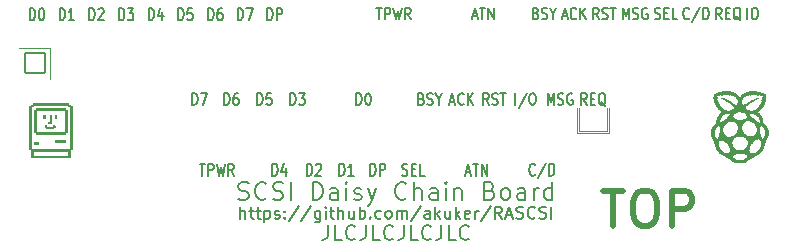
<source format=gto>
G04 #@! TF.GenerationSoftware,KiCad,Pcbnew,(6.0.5-0)*
G04 #@! TF.CreationDate,2022-09-03T21:46:21-05:00*
G04 #@! TF.ProjectId,daisy_chain_board,64616973-795f-4636-9861-696e5f626f61,rev?*
G04 #@! TF.SameCoordinates,Original*
G04 #@! TF.FileFunction,Legend,Top*
G04 #@! TF.FilePolarity,Positive*
%FSLAX46Y46*%
G04 Gerber Fmt 4.6, Leading zero omitted, Abs format (unit mm)*
G04 Created by KiCad (PCBNEW (6.0.5-0)) date 2022-09-03 21:46:21*
%MOMM*%
%LPD*%
G01*
G04 APERTURE LIST*
G04 Aperture macros list*
%AMRoundRect*
0 Rectangle with rounded corners*
0 $1 Rounding radius*
0 $2 $3 $4 $5 $6 $7 $8 $9 X,Y pos of 4 corners*
0 Add a 4 corners polygon primitive as box body*
4,1,4,$2,$3,$4,$5,$6,$7,$8,$9,$2,$3,0*
0 Add four circle primitives for the rounded corners*
1,1,$1+$1,$2,$3*
1,1,$1+$1,$4,$5*
1,1,$1+$1,$6,$7*
1,1,$1+$1,$8,$9*
0 Add four rect primitives between the rounded corners*
20,1,$1+$1,$2,$3,$4,$5,0*
20,1,$1+$1,$4,$5,$6,$7,0*
20,1,$1+$1,$6,$7,$8,$9,0*
20,1,$1+$1,$8,$9,$2,$3,0*%
G04 Aperture macros list end*
%ADD10C,0.120000*%
%ADD11C,0.150000*%
%ADD12C,0.200000*%
%ADD13C,0.500000*%
%ADD14C,0.010000*%
%ADD15RoundRect,0.050000X0.850000X-0.850000X0.850000X0.850000X-0.850000X0.850000X-0.850000X-0.850000X0*%
%ADD16O,1.800000X1.800000*%
%ADD17C,2.800000*%
%ADD18C,1.645000*%
%ADD19C,4.945000*%
G04 APERTURE END LIST*
D10*
X222377000Y-88900000D02*
X222377000Y-86800000D01*
X225044000Y-86800000D02*
X225044000Y-88900000D01*
X224917000Y-86800000D02*
X224917000Y-88773000D01*
X222504000Y-88773000D02*
X222504000Y-86800000D01*
X224917000Y-88773000D02*
X222504000Y-88773000D01*
X225044000Y-88900000D02*
X222377000Y-88900000D01*
D11*
X193833333Y-96152380D02*
X193833333Y-95152380D01*
X194261904Y-96152380D02*
X194261904Y-95628571D01*
X194214285Y-95533333D01*
X194119047Y-95485714D01*
X193976190Y-95485714D01*
X193880952Y-95533333D01*
X193833333Y-95580952D01*
X194595238Y-95485714D02*
X194976190Y-95485714D01*
X194738095Y-95152380D02*
X194738095Y-96009523D01*
X194785714Y-96104761D01*
X194880952Y-96152380D01*
X194976190Y-96152380D01*
X195166666Y-95485714D02*
X195547619Y-95485714D01*
X195309523Y-95152380D02*
X195309523Y-96009523D01*
X195357142Y-96104761D01*
X195452380Y-96152380D01*
X195547619Y-96152380D01*
X195880952Y-95485714D02*
X195880952Y-96485714D01*
X195880952Y-95533333D02*
X195976190Y-95485714D01*
X196166666Y-95485714D01*
X196261904Y-95533333D01*
X196309523Y-95580952D01*
X196357142Y-95676190D01*
X196357142Y-95961904D01*
X196309523Y-96057142D01*
X196261904Y-96104761D01*
X196166666Y-96152380D01*
X195976190Y-96152380D01*
X195880952Y-96104761D01*
X196738095Y-96104761D02*
X196833333Y-96152380D01*
X197023809Y-96152380D01*
X197119047Y-96104761D01*
X197166666Y-96009523D01*
X197166666Y-95961904D01*
X197119047Y-95866666D01*
X197023809Y-95819047D01*
X196880952Y-95819047D01*
X196785714Y-95771428D01*
X196738095Y-95676190D01*
X196738095Y-95628571D01*
X196785714Y-95533333D01*
X196880952Y-95485714D01*
X197023809Y-95485714D01*
X197119047Y-95533333D01*
X197595238Y-96057142D02*
X197642857Y-96104761D01*
X197595238Y-96152380D01*
X197547619Y-96104761D01*
X197595238Y-96057142D01*
X197595238Y-96152380D01*
X197595238Y-95533333D02*
X197642857Y-95580952D01*
X197595238Y-95628571D01*
X197547619Y-95580952D01*
X197595238Y-95533333D01*
X197595238Y-95628571D01*
X198785714Y-95104761D02*
X197928571Y-96390476D01*
X199833333Y-95104761D02*
X198976190Y-96390476D01*
X200595238Y-95485714D02*
X200595238Y-96295238D01*
X200547619Y-96390476D01*
X200500000Y-96438095D01*
X200404761Y-96485714D01*
X200261904Y-96485714D01*
X200166666Y-96438095D01*
X200595238Y-96104761D02*
X200500000Y-96152380D01*
X200309523Y-96152380D01*
X200214285Y-96104761D01*
X200166666Y-96057142D01*
X200119047Y-95961904D01*
X200119047Y-95676190D01*
X200166666Y-95580952D01*
X200214285Y-95533333D01*
X200309523Y-95485714D01*
X200500000Y-95485714D01*
X200595238Y-95533333D01*
X201071428Y-96152380D02*
X201071428Y-95485714D01*
X201071428Y-95152380D02*
X201023809Y-95200000D01*
X201071428Y-95247619D01*
X201119047Y-95200000D01*
X201071428Y-95152380D01*
X201071428Y-95247619D01*
X201404761Y-95485714D02*
X201785714Y-95485714D01*
X201547619Y-95152380D02*
X201547619Y-96009523D01*
X201595238Y-96104761D01*
X201690476Y-96152380D01*
X201785714Y-96152380D01*
X202119047Y-96152380D02*
X202119047Y-95152380D01*
X202547619Y-96152380D02*
X202547619Y-95628571D01*
X202500000Y-95533333D01*
X202404761Y-95485714D01*
X202261904Y-95485714D01*
X202166666Y-95533333D01*
X202119047Y-95580952D01*
X203452380Y-95485714D02*
X203452380Y-96152380D01*
X203023809Y-95485714D02*
X203023809Y-96009523D01*
X203071428Y-96104761D01*
X203166666Y-96152380D01*
X203309523Y-96152380D01*
X203404761Y-96104761D01*
X203452380Y-96057142D01*
X203928571Y-96152380D02*
X203928571Y-95152380D01*
X203928571Y-95533333D02*
X204023809Y-95485714D01*
X204214285Y-95485714D01*
X204309523Y-95533333D01*
X204357142Y-95580952D01*
X204404761Y-95676190D01*
X204404761Y-95961904D01*
X204357142Y-96057142D01*
X204309523Y-96104761D01*
X204214285Y-96152380D01*
X204023809Y-96152380D01*
X203928571Y-96104761D01*
X204833333Y-96057142D02*
X204880952Y-96104761D01*
X204833333Y-96152380D01*
X204785714Y-96104761D01*
X204833333Y-96057142D01*
X204833333Y-96152380D01*
X205738095Y-96104761D02*
X205642857Y-96152380D01*
X205452380Y-96152380D01*
X205357142Y-96104761D01*
X205309523Y-96057142D01*
X205261904Y-95961904D01*
X205261904Y-95676190D01*
X205309523Y-95580952D01*
X205357142Y-95533333D01*
X205452380Y-95485714D01*
X205642857Y-95485714D01*
X205738095Y-95533333D01*
X206309523Y-96152380D02*
X206214285Y-96104761D01*
X206166666Y-96057142D01*
X206119047Y-95961904D01*
X206119047Y-95676190D01*
X206166666Y-95580952D01*
X206214285Y-95533333D01*
X206309523Y-95485714D01*
X206452380Y-95485714D01*
X206547619Y-95533333D01*
X206595238Y-95580952D01*
X206642857Y-95676190D01*
X206642857Y-95961904D01*
X206595238Y-96057142D01*
X206547619Y-96104761D01*
X206452380Y-96152380D01*
X206309523Y-96152380D01*
X207071428Y-96152380D02*
X207071428Y-95485714D01*
X207071428Y-95580952D02*
X207119047Y-95533333D01*
X207214285Y-95485714D01*
X207357142Y-95485714D01*
X207452380Y-95533333D01*
X207500000Y-95628571D01*
X207500000Y-96152380D01*
X207500000Y-95628571D02*
X207547619Y-95533333D01*
X207642857Y-95485714D01*
X207785714Y-95485714D01*
X207880952Y-95533333D01*
X207928571Y-95628571D01*
X207928571Y-96152380D01*
X209119047Y-95104761D02*
X208261904Y-96390476D01*
X209880952Y-96152380D02*
X209880952Y-95628571D01*
X209833333Y-95533333D01*
X209738095Y-95485714D01*
X209547619Y-95485714D01*
X209452380Y-95533333D01*
X209880952Y-96104761D02*
X209785714Y-96152380D01*
X209547619Y-96152380D01*
X209452380Y-96104761D01*
X209404761Y-96009523D01*
X209404761Y-95914285D01*
X209452380Y-95819047D01*
X209547619Y-95771428D01*
X209785714Y-95771428D01*
X209880952Y-95723809D01*
X210357142Y-96152380D02*
X210357142Y-95152380D01*
X210452380Y-95771428D02*
X210738095Y-96152380D01*
X210738095Y-95485714D02*
X210357142Y-95866666D01*
X211595238Y-95485714D02*
X211595238Y-96152380D01*
X211166666Y-95485714D02*
X211166666Y-96009523D01*
X211214285Y-96104761D01*
X211309523Y-96152380D01*
X211452380Y-96152380D01*
X211547619Y-96104761D01*
X211595238Y-96057142D01*
X212071428Y-96152380D02*
X212071428Y-95152380D01*
X212166666Y-95771428D02*
X212452380Y-96152380D01*
X212452380Y-95485714D02*
X212071428Y-95866666D01*
X213261904Y-96104761D02*
X213166666Y-96152380D01*
X212976190Y-96152380D01*
X212880952Y-96104761D01*
X212833333Y-96009523D01*
X212833333Y-95628571D01*
X212880952Y-95533333D01*
X212976190Y-95485714D01*
X213166666Y-95485714D01*
X213261904Y-95533333D01*
X213309523Y-95628571D01*
X213309523Y-95723809D01*
X212833333Y-95819047D01*
X213738095Y-96152380D02*
X213738095Y-95485714D01*
X213738095Y-95676190D02*
X213785714Y-95580952D01*
X213833333Y-95533333D01*
X213928571Y-95485714D01*
X214023809Y-95485714D01*
X215071428Y-95104761D02*
X214214285Y-96390476D01*
X215976190Y-96152380D02*
X215642857Y-95676190D01*
X215404761Y-96152380D02*
X215404761Y-95152380D01*
X215785714Y-95152380D01*
X215880952Y-95200000D01*
X215928571Y-95247619D01*
X215976190Y-95342857D01*
X215976190Y-95485714D01*
X215928571Y-95580952D01*
X215880952Y-95628571D01*
X215785714Y-95676190D01*
X215404761Y-95676190D01*
X216357142Y-95866666D02*
X216833333Y-95866666D01*
X216261904Y-96152380D02*
X216595238Y-95152380D01*
X216928571Y-96152380D01*
X217214285Y-96104761D02*
X217357142Y-96152380D01*
X217595238Y-96152380D01*
X217690476Y-96104761D01*
X217738095Y-96057142D01*
X217785714Y-95961904D01*
X217785714Y-95866666D01*
X217738095Y-95771428D01*
X217690476Y-95723809D01*
X217595238Y-95676190D01*
X217404761Y-95628571D01*
X217309523Y-95580952D01*
X217261904Y-95533333D01*
X217214285Y-95438095D01*
X217214285Y-95342857D01*
X217261904Y-95247619D01*
X217309523Y-95200000D01*
X217404761Y-95152380D01*
X217642857Y-95152380D01*
X217785714Y-95200000D01*
X218785714Y-96057142D02*
X218738095Y-96104761D01*
X218595238Y-96152380D01*
X218500000Y-96152380D01*
X218357142Y-96104761D01*
X218261904Y-96009523D01*
X218214285Y-95914285D01*
X218166666Y-95723809D01*
X218166666Y-95580952D01*
X218214285Y-95390476D01*
X218261904Y-95295238D01*
X218357142Y-95200000D01*
X218500000Y-95152380D01*
X218595238Y-95152380D01*
X218738095Y-95200000D01*
X218785714Y-95247619D01*
X219166666Y-96104761D02*
X219309523Y-96152380D01*
X219547619Y-96152380D01*
X219642857Y-96104761D01*
X219690476Y-96057142D01*
X219738095Y-95961904D01*
X219738095Y-95866666D01*
X219690476Y-95771428D01*
X219642857Y-95723809D01*
X219547619Y-95676190D01*
X219357142Y-95628571D01*
X219261904Y-95580952D01*
X219214285Y-95533333D01*
X219166666Y-95438095D01*
X219166666Y-95342857D01*
X219214285Y-95247619D01*
X219261904Y-95200000D01*
X219357142Y-95152380D01*
X219595238Y-95152380D01*
X219738095Y-95200000D01*
X220166666Y-96152380D02*
X220166666Y-95152380D01*
X188596981Y-79352380D02*
X188596981Y-78352380D01*
X188787458Y-78352380D01*
X188901743Y-78400000D01*
X188977934Y-78495238D01*
X189016029Y-78590476D01*
X189054124Y-78780952D01*
X189054124Y-78923809D01*
X189016029Y-79114285D01*
X188977934Y-79209523D01*
X188901743Y-79304761D01*
X188787458Y-79352380D01*
X188596981Y-79352380D01*
X189777934Y-78352380D02*
X189396981Y-78352380D01*
X189358886Y-78828571D01*
X189396981Y-78780952D01*
X189473172Y-78733333D01*
X189663648Y-78733333D01*
X189739838Y-78780952D01*
X189777934Y-78828571D01*
X189816029Y-78923809D01*
X189816029Y-79161904D01*
X189777934Y-79257142D01*
X189739838Y-79304761D01*
X189663648Y-79352380D01*
X189473172Y-79352380D01*
X189396981Y-79304761D01*
X189358886Y-79257142D01*
X178541757Y-79352380D02*
X178541757Y-78352380D01*
X178732234Y-78352380D01*
X178846519Y-78400000D01*
X178922710Y-78495238D01*
X178960805Y-78590476D01*
X178998900Y-78780952D01*
X178998900Y-78923809D01*
X178960805Y-79114285D01*
X178922710Y-79209523D01*
X178846519Y-79304761D01*
X178732234Y-79352380D01*
X178541757Y-79352380D01*
X179760805Y-79352380D02*
X179303662Y-79352380D01*
X179532234Y-79352380D02*
X179532234Y-78352380D01*
X179456043Y-78495238D01*
X179379853Y-78590476D01*
X179303662Y-78638095D01*
X211584023Y-86256666D02*
X211964976Y-86256666D01*
X211507833Y-86542380D02*
X211774500Y-85542380D01*
X212041166Y-86542380D01*
X212764976Y-86447142D02*
X212726880Y-86494761D01*
X212612595Y-86542380D01*
X212536404Y-86542380D01*
X212422119Y-86494761D01*
X212345928Y-86399523D01*
X212307833Y-86304285D01*
X212269738Y-86113809D01*
X212269738Y-85970952D01*
X212307833Y-85780476D01*
X212345928Y-85685238D01*
X212422119Y-85590000D01*
X212536404Y-85542380D01*
X212612595Y-85542380D01*
X212726880Y-85590000D01*
X212764976Y-85637619D01*
X213107833Y-86542380D02*
X213107833Y-85542380D01*
X213564976Y-86542380D02*
X213222119Y-85970952D01*
X213564976Y-85542380D02*
X213107833Y-86113809D01*
X204852976Y-92511380D02*
X204852976Y-91511380D01*
X205043452Y-91511380D01*
X205157738Y-91559000D01*
X205233928Y-91654238D01*
X205272023Y-91749476D01*
X205310119Y-91939952D01*
X205310119Y-92082809D01*
X205272023Y-92273285D01*
X205233928Y-92368523D01*
X205157738Y-92463761D01*
X205043452Y-92511380D01*
X204852976Y-92511380D01*
X205652976Y-92511380D02*
X205652976Y-91511380D01*
X205957738Y-91511380D01*
X206033928Y-91559000D01*
X206072023Y-91606619D01*
X206110119Y-91701857D01*
X206110119Y-91844714D01*
X206072023Y-91939952D01*
X206033928Y-91987571D01*
X205957738Y-92035190D01*
X205652976Y-92035190D01*
X199474523Y-92511380D02*
X199474523Y-91511380D01*
X199665000Y-91511380D01*
X199779285Y-91559000D01*
X199855476Y-91654238D01*
X199893571Y-91749476D01*
X199931666Y-91939952D01*
X199931666Y-92082809D01*
X199893571Y-92273285D01*
X199855476Y-92368523D01*
X199779285Y-92463761D01*
X199665000Y-92511380D01*
X199474523Y-92511380D01*
X200236428Y-91606619D02*
X200274523Y-91559000D01*
X200350714Y-91511380D01*
X200541190Y-91511380D01*
X200617380Y-91559000D01*
X200655476Y-91606619D01*
X200693571Y-91701857D01*
X200693571Y-91797095D01*
X200655476Y-91939952D01*
X200198333Y-92511380D01*
X200693571Y-92511380D01*
X192489523Y-86542380D02*
X192489523Y-85542380D01*
X192680000Y-85542380D01*
X192794285Y-85590000D01*
X192870476Y-85685238D01*
X192908571Y-85780476D01*
X192946666Y-85970952D01*
X192946666Y-86113809D01*
X192908571Y-86304285D01*
X192870476Y-86399523D01*
X192794285Y-86494761D01*
X192680000Y-86542380D01*
X192489523Y-86542380D01*
X193632380Y-85542380D02*
X193480000Y-85542380D01*
X193403809Y-85590000D01*
X193365714Y-85637619D01*
X193289523Y-85780476D01*
X193251428Y-85970952D01*
X193251428Y-86351904D01*
X193289523Y-86447142D01*
X193327619Y-86494761D01*
X193403809Y-86542380D01*
X193556190Y-86542380D01*
X193632380Y-86494761D01*
X193670476Y-86447142D01*
X193708571Y-86351904D01*
X193708571Y-86113809D01*
X193670476Y-86018571D01*
X193632380Y-85970952D01*
X193556190Y-85923333D01*
X193403809Y-85923333D01*
X193327619Y-85970952D01*
X193289523Y-86018571D01*
X193251428Y-86113809D01*
X219845380Y-86542380D02*
X219845380Y-85542380D01*
X220112047Y-86256666D01*
X220378714Y-85542380D01*
X220378714Y-86542380D01*
X220721571Y-86494761D02*
X220835857Y-86542380D01*
X221026333Y-86542380D01*
X221102523Y-86494761D01*
X221140619Y-86447142D01*
X221178714Y-86351904D01*
X221178714Y-86256666D01*
X221140619Y-86161428D01*
X221102523Y-86113809D01*
X221026333Y-86066190D01*
X220873952Y-86018571D01*
X220797761Y-85970952D01*
X220759666Y-85923333D01*
X220721571Y-85828095D01*
X220721571Y-85732857D01*
X220759666Y-85637619D01*
X220797761Y-85590000D01*
X220873952Y-85542380D01*
X221064428Y-85542380D01*
X221178714Y-85590000D01*
X221940619Y-85590000D02*
X221864428Y-85542380D01*
X221750142Y-85542380D01*
X221635857Y-85590000D01*
X221559666Y-85685238D01*
X221521571Y-85780476D01*
X221483476Y-85970952D01*
X221483476Y-86113809D01*
X221521571Y-86304285D01*
X221559666Y-86399523D01*
X221635857Y-86494761D01*
X221750142Y-86542380D01*
X221826333Y-86542380D01*
X221940619Y-86494761D01*
X221978714Y-86447142D01*
X221978714Y-86113809D01*
X221826333Y-86113809D01*
X223153666Y-86542380D02*
X222887000Y-86066190D01*
X222696523Y-86542380D02*
X222696523Y-85542380D01*
X223001285Y-85542380D01*
X223077476Y-85590000D01*
X223115571Y-85637619D01*
X223153666Y-85732857D01*
X223153666Y-85875714D01*
X223115571Y-85970952D01*
X223077476Y-86018571D01*
X223001285Y-86066190D01*
X222696523Y-86066190D01*
X223496523Y-86018571D02*
X223763190Y-86018571D01*
X223877476Y-86542380D02*
X223496523Y-86542380D01*
X223496523Y-85542380D01*
X223877476Y-85542380D01*
X224753666Y-86637619D02*
X224677476Y-86590000D01*
X224601285Y-86494761D01*
X224487000Y-86351904D01*
X224410809Y-86304285D01*
X224334619Y-86304285D01*
X224372714Y-86542380D02*
X224296523Y-86494761D01*
X224220333Y-86399523D01*
X224182238Y-86209047D01*
X224182238Y-85875714D01*
X224220333Y-85685238D01*
X224296523Y-85590000D01*
X224372714Y-85542380D01*
X224525095Y-85542380D01*
X224601285Y-85590000D01*
X224677476Y-85685238D01*
X224715571Y-85875714D01*
X224715571Y-86209047D01*
X224677476Y-86399523D01*
X224601285Y-86494761D01*
X224525095Y-86542380D01*
X224372714Y-86542380D01*
X202205023Y-92511380D02*
X202205023Y-91511380D01*
X202395500Y-91511380D01*
X202509785Y-91559000D01*
X202585976Y-91654238D01*
X202624071Y-91749476D01*
X202662166Y-91939952D01*
X202662166Y-92082809D01*
X202624071Y-92273285D01*
X202585976Y-92368523D01*
X202509785Y-92463761D01*
X202395500Y-92511380D01*
X202205023Y-92511380D01*
X203424071Y-92511380D02*
X202966928Y-92511380D01*
X203195500Y-92511380D02*
X203195500Y-91511380D01*
X203119309Y-91654238D01*
X203043119Y-91749476D01*
X202966928Y-91797095D01*
D12*
X193678571Y-94507142D02*
X193892857Y-94578571D01*
X194250000Y-94578571D01*
X194392857Y-94507142D01*
X194464285Y-94435714D01*
X194535714Y-94292857D01*
X194535714Y-94150000D01*
X194464285Y-94007142D01*
X194392857Y-93935714D01*
X194250000Y-93864285D01*
X193964285Y-93792857D01*
X193821428Y-93721428D01*
X193750000Y-93650000D01*
X193678571Y-93507142D01*
X193678571Y-93364285D01*
X193750000Y-93221428D01*
X193821428Y-93150000D01*
X193964285Y-93078571D01*
X194321428Y-93078571D01*
X194535714Y-93150000D01*
X196035714Y-94435714D02*
X195964285Y-94507142D01*
X195750000Y-94578571D01*
X195607142Y-94578571D01*
X195392857Y-94507142D01*
X195250000Y-94364285D01*
X195178571Y-94221428D01*
X195107142Y-93935714D01*
X195107142Y-93721428D01*
X195178571Y-93435714D01*
X195250000Y-93292857D01*
X195392857Y-93150000D01*
X195607142Y-93078571D01*
X195750000Y-93078571D01*
X195964285Y-93150000D01*
X196035714Y-93221428D01*
X196607142Y-94507142D02*
X196821428Y-94578571D01*
X197178571Y-94578571D01*
X197321428Y-94507142D01*
X197392857Y-94435714D01*
X197464285Y-94292857D01*
X197464285Y-94150000D01*
X197392857Y-94007142D01*
X197321428Y-93935714D01*
X197178571Y-93864285D01*
X196892857Y-93792857D01*
X196750000Y-93721428D01*
X196678571Y-93650000D01*
X196607142Y-93507142D01*
X196607142Y-93364285D01*
X196678571Y-93221428D01*
X196750000Y-93150000D01*
X196892857Y-93078571D01*
X197250000Y-93078571D01*
X197464285Y-93150000D01*
X198107142Y-94578571D02*
X198107142Y-93078571D01*
X199964285Y-94578571D02*
X199964285Y-93078571D01*
X200321428Y-93078571D01*
X200535714Y-93150000D01*
X200678571Y-93292857D01*
X200750000Y-93435714D01*
X200821428Y-93721428D01*
X200821428Y-93935714D01*
X200750000Y-94221428D01*
X200678571Y-94364285D01*
X200535714Y-94507142D01*
X200321428Y-94578571D01*
X199964285Y-94578571D01*
X202107142Y-94578571D02*
X202107142Y-93792857D01*
X202035714Y-93650000D01*
X201892857Y-93578571D01*
X201607142Y-93578571D01*
X201464285Y-93650000D01*
X202107142Y-94507142D02*
X201964285Y-94578571D01*
X201607142Y-94578571D01*
X201464285Y-94507142D01*
X201392857Y-94364285D01*
X201392857Y-94221428D01*
X201464285Y-94078571D01*
X201607142Y-94007142D01*
X201964285Y-94007142D01*
X202107142Y-93935714D01*
X202821428Y-94578571D02*
X202821428Y-93578571D01*
X202821428Y-93078571D02*
X202750000Y-93150000D01*
X202821428Y-93221428D01*
X202892857Y-93150000D01*
X202821428Y-93078571D01*
X202821428Y-93221428D01*
X203464285Y-94507142D02*
X203607142Y-94578571D01*
X203892857Y-94578571D01*
X204035714Y-94507142D01*
X204107142Y-94364285D01*
X204107142Y-94292857D01*
X204035714Y-94150000D01*
X203892857Y-94078571D01*
X203678571Y-94078571D01*
X203535714Y-94007142D01*
X203464285Y-93864285D01*
X203464285Y-93792857D01*
X203535714Y-93650000D01*
X203678571Y-93578571D01*
X203892857Y-93578571D01*
X204035714Y-93650000D01*
X204607142Y-93578571D02*
X204964285Y-94578571D01*
X205321428Y-93578571D02*
X204964285Y-94578571D01*
X204821428Y-94935714D01*
X204750000Y-95007142D01*
X204607142Y-95078571D01*
X207892857Y-94435714D02*
X207821428Y-94507142D01*
X207607142Y-94578571D01*
X207464285Y-94578571D01*
X207250000Y-94507142D01*
X207107142Y-94364285D01*
X207035714Y-94221428D01*
X206964285Y-93935714D01*
X206964285Y-93721428D01*
X207035714Y-93435714D01*
X207107142Y-93292857D01*
X207250000Y-93150000D01*
X207464285Y-93078571D01*
X207607142Y-93078571D01*
X207821428Y-93150000D01*
X207892857Y-93221428D01*
X208535714Y-94578571D02*
X208535714Y-93078571D01*
X209178571Y-94578571D02*
X209178571Y-93792857D01*
X209107142Y-93650000D01*
X208964285Y-93578571D01*
X208750000Y-93578571D01*
X208607142Y-93650000D01*
X208535714Y-93721428D01*
X210535714Y-94578571D02*
X210535714Y-93792857D01*
X210464285Y-93650000D01*
X210321428Y-93578571D01*
X210035714Y-93578571D01*
X209892857Y-93650000D01*
X210535714Y-94507142D02*
X210392857Y-94578571D01*
X210035714Y-94578571D01*
X209892857Y-94507142D01*
X209821428Y-94364285D01*
X209821428Y-94221428D01*
X209892857Y-94078571D01*
X210035714Y-94007142D01*
X210392857Y-94007142D01*
X210535714Y-93935714D01*
X211250000Y-94578571D02*
X211250000Y-93578571D01*
X211250000Y-93078571D02*
X211178571Y-93150000D01*
X211250000Y-93221428D01*
X211321428Y-93150000D01*
X211250000Y-93078571D01*
X211250000Y-93221428D01*
X211964285Y-93578571D02*
X211964285Y-94578571D01*
X211964285Y-93721428D02*
X212035714Y-93650000D01*
X212178571Y-93578571D01*
X212392857Y-93578571D01*
X212535714Y-93650000D01*
X212607142Y-93792857D01*
X212607142Y-94578571D01*
X214964285Y-93792857D02*
X215178571Y-93864285D01*
X215250000Y-93935714D01*
X215321428Y-94078571D01*
X215321428Y-94292857D01*
X215250000Y-94435714D01*
X215178571Y-94507142D01*
X215035714Y-94578571D01*
X214464285Y-94578571D01*
X214464285Y-93078571D01*
X214964285Y-93078571D01*
X215107142Y-93150000D01*
X215178571Y-93221428D01*
X215250000Y-93364285D01*
X215250000Y-93507142D01*
X215178571Y-93650000D01*
X215107142Y-93721428D01*
X214964285Y-93792857D01*
X214464285Y-93792857D01*
X216178571Y-94578571D02*
X216035714Y-94507142D01*
X215964285Y-94435714D01*
X215892857Y-94292857D01*
X215892857Y-93864285D01*
X215964285Y-93721428D01*
X216035714Y-93650000D01*
X216178571Y-93578571D01*
X216392857Y-93578571D01*
X216535714Y-93650000D01*
X216607142Y-93721428D01*
X216678571Y-93864285D01*
X216678571Y-94292857D01*
X216607142Y-94435714D01*
X216535714Y-94507142D01*
X216392857Y-94578571D01*
X216178571Y-94578571D01*
X217964285Y-94578571D02*
X217964285Y-93792857D01*
X217892857Y-93650000D01*
X217750000Y-93578571D01*
X217464285Y-93578571D01*
X217321428Y-93650000D01*
X217964285Y-94507142D02*
X217821428Y-94578571D01*
X217464285Y-94578571D01*
X217321428Y-94507142D01*
X217250000Y-94364285D01*
X217250000Y-94221428D01*
X217321428Y-94078571D01*
X217464285Y-94007142D01*
X217821428Y-94007142D01*
X217964285Y-93935714D01*
X218678571Y-94578571D02*
X218678571Y-93578571D01*
X218678571Y-93864285D02*
X218750000Y-93721428D01*
X218821428Y-93650000D01*
X218964285Y-93578571D01*
X219107142Y-93578571D01*
X220250000Y-94578571D02*
X220250000Y-93078571D01*
X220250000Y-94507142D02*
X220107142Y-94578571D01*
X219821428Y-94578571D01*
X219678571Y-94507142D01*
X219607142Y-94435714D01*
X219535714Y-94292857D01*
X219535714Y-93864285D01*
X219607142Y-93721428D01*
X219678571Y-93650000D01*
X219821428Y-93578571D01*
X220107142Y-93578571D01*
X220250000Y-93650000D01*
D11*
X236778380Y-79288880D02*
X236778380Y-78288880D01*
X237311713Y-78288880D02*
X237464094Y-78288880D01*
X237540285Y-78336500D01*
X237616475Y-78431738D01*
X237654570Y-78622214D01*
X237654570Y-78955547D01*
X237616475Y-79146023D01*
X237540285Y-79241261D01*
X237464094Y-79288880D01*
X237311713Y-79288880D01*
X237235523Y-79241261D01*
X237159332Y-79146023D01*
X237121237Y-78955547D01*
X237121237Y-78622214D01*
X237159332Y-78431738D01*
X237235523Y-78336500D01*
X237311713Y-78288880D01*
X218877761Y-78765071D02*
X218992047Y-78812690D01*
X219030142Y-78860309D01*
X219068237Y-78955547D01*
X219068237Y-79098404D01*
X219030142Y-79193642D01*
X218992047Y-79241261D01*
X218915856Y-79288880D01*
X218611094Y-79288880D01*
X218611094Y-78288880D01*
X218877761Y-78288880D01*
X218953951Y-78336500D01*
X218992047Y-78384119D01*
X219030142Y-78479357D01*
X219030142Y-78574595D01*
X218992047Y-78669833D01*
X218953951Y-78717452D01*
X218877761Y-78765071D01*
X218611094Y-78765071D01*
X219372999Y-79241261D02*
X219487285Y-79288880D01*
X219677761Y-79288880D01*
X219753951Y-79241261D01*
X219792047Y-79193642D01*
X219830142Y-79098404D01*
X219830142Y-79003166D01*
X219792047Y-78907928D01*
X219753951Y-78860309D01*
X219677761Y-78812690D01*
X219525380Y-78765071D01*
X219449189Y-78717452D01*
X219411094Y-78669833D01*
X219372999Y-78574595D01*
X219372999Y-78479357D01*
X219411094Y-78384119D01*
X219449189Y-78336500D01*
X219525380Y-78288880D01*
X219715856Y-78288880D01*
X219830142Y-78336500D01*
X220325380Y-78812690D02*
X220325380Y-79288880D01*
X220058713Y-78288880D02*
X220325380Y-78812690D01*
X220592047Y-78288880D01*
X214866904Y-86542380D02*
X214600238Y-86066190D01*
X214409761Y-86542380D02*
X214409761Y-85542380D01*
X214714523Y-85542380D01*
X214790714Y-85590000D01*
X214828809Y-85637619D01*
X214866904Y-85732857D01*
X214866904Y-85875714D01*
X214828809Y-85970952D01*
X214790714Y-86018571D01*
X214714523Y-86066190D01*
X214409761Y-86066190D01*
X215171666Y-86494761D02*
X215285952Y-86542380D01*
X215476428Y-86542380D01*
X215552619Y-86494761D01*
X215590714Y-86447142D01*
X215628809Y-86351904D01*
X215628809Y-86256666D01*
X215590714Y-86161428D01*
X215552619Y-86113809D01*
X215476428Y-86066190D01*
X215324047Y-86018571D01*
X215247857Y-85970952D01*
X215209761Y-85923333D01*
X215171666Y-85828095D01*
X215171666Y-85732857D01*
X215209761Y-85637619D01*
X215247857Y-85590000D01*
X215324047Y-85542380D01*
X215514523Y-85542380D01*
X215628809Y-85590000D01*
X215857380Y-85542380D02*
X216314523Y-85542380D01*
X216085952Y-86542380D02*
X216085952Y-85542380D01*
X189759023Y-86542380D02*
X189759023Y-85542380D01*
X189949500Y-85542380D01*
X190063785Y-85590000D01*
X190139976Y-85685238D01*
X190178071Y-85780476D01*
X190216166Y-85970952D01*
X190216166Y-86113809D01*
X190178071Y-86304285D01*
X190139976Y-86399523D01*
X190063785Y-86494761D01*
X189949500Y-86542380D01*
X189759023Y-86542380D01*
X190482833Y-85542380D02*
X191016166Y-85542380D01*
X190673309Y-86542380D01*
X191110787Y-79352380D02*
X191110787Y-78352380D01*
X191301264Y-78352380D01*
X191415549Y-78400000D01*
X191491740Y-78495238D01*
X191529835Y-78590476D01*
X191567930Y-78780952D01*
X191567930Y-78923809D01*
X191529835Y-79114285D01*
X191491740Y-79209523D01*
X191415549Y-79304761D01*
X191301264Y-79352380D01*
X191110787Y-79352380D01*
X192253644Y-78352380D02*
X192101264Y-78352380D01*
X192025073Y-78400000D01*
X191986978Y-78447619D01*
X191910787Y-78590476D01*
X191872692Y-78780952D01*
X191872692Y-79161904D01*
X191910787Y-79257142D01*
X191948883Y-79304761D01*
X192025073Y-79352380D01*
X192177454Y-79352380D01*
X192253644Y-79304761D01*
X192291740Y-79257142D01*
X192329835Y-79161904D01*
X192329835Y-78923809D01*
X192291740Y-78828571D01*
X192253644Y-78780952D01*
X192177454Y-78733333D01*
X192025073Y-78733333D01*
X191948883Y-78780952D01*
X191910787Y-78828571D01*
X191872692Y-78923809D01*
X176027951Y-79352380D02*
X176027951Y-78352380D01*
X176218428Y-78352380D01*
X176332713Y-78400000D01*
X176408904Y-78495238D01*
X176446999Y-78590476D01*
X176485094Y-78780952D01*
X176485094Y-78923809D01*
X176446999Y-79114285D01*
X176408904Y-79209523D01*
X176332713Y-79304761D01*
X176218428Y-79352380D01*
X176027951Y-79352380D01*
X176980332Y-78352380D02*
X177056523Y-78352380D01*
X177132713Y-78400000D01*
X177170808Y-78447619D01*
X177208904Y-78542857D01*
X177246999Y-78733333D01*
X177246999Y-78971428D01*
X177208904Y-79161904D01*
X177170808Y-79257142D01*
X177132713Y-79304761D01*
X177056523Y-79352380D01*
X176980332Y-79352380D01*
X176904142Y-79304761D01*
X176866047Y-79257142D01*
X176827951Y-79161904D01*
X176789856Y-78971428D01*
X176789856Y-78733333D01*
X176827951Y-78542857D01*
X176866047Y-78447619D01*
X176904142Y-78400000D01*
X176980332Y-78352380D01*
X181055563Y-79352380D02*
X181055563Y-78352380D01*
X181246040Y-78352380D01*
X181360325Y-78400000D01*
X181436516Y-78495238D01*
X181474611Y-78590476D01*
X181512706Y-78780952D01*
X181512706Y-78923809D01*
X181474611Y-79114285D01*
X181436516Y-79209523D01*
X181360325Y-79304761D01*
X181246040Y-79352380D01*
X181055563Y-79352380D01*
X181817468Y-78447619D02*
X181855563Y-78400000D01*
X181931754Y-78352380D01*
X182122230Y-78352380D01*
X182198420Y-78400000D01*
X182236516Y-78447619D01*
X182274611Y-78542857D01*
X182274611Y-78638095D01*
X182236516Y-78780952D01*
X181779373Y-79352380D01*
X182274611Y-79352380D01*
X226195711Y-79288880D02*
X226195711Y-78288880D01*
X226462378Y-79003166D01*
X226729045Y-78288880D01*
X226729045Y-79288880D01*
X227071902Y-79241261D02*
X227186188Y-79288880D01*
X227376664Y-79288880D01*
X227452854Y-79241261D01*
X227490950Y-79193642D01*
X227529045Y-79098404D01*
X227529045Y-79003166D01*
X227490950Y-78907928D01*
X227452854Y-78860309D01*
X227376664Y-78812690D01*
X227224283Y-78765071D01*
X227148092Y-78717452D01*
X227109997Y-78669833D01*
X227071902Y-78574595D01*
X227071902Y-78479357D01*
X227109997Y-78384119D01*
X227148092Y-78336500D01*
X227224283Y-78288880D01*
X227414759Y-78288880D01*
X227529045Y-78336500D01*
X228290950Y-78336500D02*
X228214759Y-78288880D01*
X228100473Y-78288880D01*
X227986188Y-78336500D01*
X227909997Y-78431738D01*
X227871902Y-78526976D01*
X227833807Y-78717452D01*
X227833807Y-78860309D01*
X227871902Y-79050785D01*
X227909997Y-79146023D01*
X227986188Y-79241261D01*
X228100473Y-79288880D01*
X228176664Y-79288880D01*
X228290950Y-79241261D01*
X228329045Y-79193642D01*
X228329045Y-78860309D01*
X228176664Y-78860309D01*
X213486642Y-79003166D02*
X213867594Y-79003166D01*
X213410451Y-79288880D02*
X213677118Y-78288880D01*
X213943785Y-79288880D01*
X214096166Y-78288880D02*
X214553308Y-78288880D01*
X214324737Y-79288880D02*
X214324737Y-78288880D01*
X214819975Y-79288880D02*
X214819975Y-78288880D01*
X215277118Y-79288880D01*
X215277118Y-78288880D01*
X195283523Y-86542380D02*
X195283523Y-85542380D01*
X195474000Y-85542380D01*
X195588285Y-85590000D01*
X195664476Y-85685238D01*
X195702571Y-85780476D01*
X195740666Y-85970952D01*
X195740666Y-86113809D01*
X195702571Y-86304285D01*
X195664476Y-86399523D01*
X195588285Y-86494761D01*
X195474000Y-86542380D01*
X195283523Y-86542380D01*
X196464476Y-85542380D02*
X196083523Y-85542380D01*
X196045428Y-86018571D01*
X196083523Y-85970952D01*
X196159714Y-85923333D01*
X196350190Y-85923333D01*
X196426380Y-85970952D01*
X196464476Y-86018571D01*
X196502571Y-86113809D01*
X196502571Y-86351904D01*
X196464476Y-86447142D01*
X196426380Y-86494761D01*
X196350190Y-86542380D01*
X196159714Y-86542380D01*
X196083523Y-86494761D01*
X196045428Y-86447142D01*
X217133904Y-86542380D02*
X217133904Y-85542380D01*
X218086285Y-85494761D02*
X217400571Y-86780476D01*
X218505333Y-85542380D02*
X218657714Y-85542380D01*
X218733904Y-85590000D01*
X218810095Y-85685238D01*
X218848190Y-85875714D01*
X218848190Y-86209047D01*
X218810095Y-86399523D01*
X218733904Y-86494761D01*
X218657714Y-86542380D01*
X218505333Y-86542380D01*
X218429142Y-86494761D01*
X218352952Y-86399523D01*
X218314857Y-86209047D01*
X218314857Y-85875714D01*
X218352952Y-85685238D01*
X218429142Y-85590000D01*
X218505333Y-85542380D01*
X205358713Y-78288880D02*
X205815856Y-78288880D01*
X205587285Y-79288880D02*
X205587285Y-78288880D01*
X206082523Y-79288880D02*
X206082523Y-78288880D01*
X206387285Y-78288880D01*
X206463475Y-78336500D01*
X206501570Y-78384119D01*
X206539666Y-78479357D01*
X206539666Y-78622214D01*
X206501570Y-78717452D01*
X206463475Y-78765071D01*
X206387285Y-78812690D01*
X206082523Y-78812690D01*
X206806332Y-78288880D02*
X206996808Y-79288880D01*
X207149189Y-78574595D01*
X207301570Y-79288880D01*
X207492047Y-78288880D01*
X208253951Y-79288880D02*
X207987285Y-78812690D01*
X207796808Y-79288880D02*
X207796808Y-78288880D01*
X208101570Y-78288880D01*
X208177761Y-78336500D01*
X208215856Y-78384119D01*
X208253951Y-78479357D01*
X208253951Y-78622214D01*
X208215856Y-78717452D01*
X208177761Y-78765071D01*
X208101570Y-78812690D01*
X207796808Y-78812690D01*
X228927091Y-79241261D02*
X229041377Y-79288880D01*
X229231853Y-79288880D01*
X229308043Y-79241261D01*
X229346138Y-79193642D01*
X229384234Y-79098404D01*
X229384234Y-79003166D01*
X229346138Y-78907928D01*
X229308043Y-78860309D01*
X229231853Y-78812690D01*
X229079472Y-78765071D01*
X229003281Y-78717452D01*
X228965186Y-78669833D01*
X228927091Y-78574595D01*
X228927091Y-78479357D01*
X228965186Y-78384119D01*
X229003281Y-78336500D01*
X229079472Y-78288880D01*
X229269948Y-78288880D01*
X229384234Y-78336500D01*
X229727091Y-78765071D02*
X229993757Y-78765071D01*
X230108043Y-79288880D02*
X229727091Y-79288880D01*
X229727091Y-78288880D01*
X230108043Y-78288880D01*
X230831853Y-79288880D02*
X230450900Y-79288880D01*
X230450900Y-78288880D01*
X186083175Y-79352380D02*
X186083175Y-78352380D01*
X186273652Y-78352380D01*
X186387937Y-78400000D01*
X186464128Y-78495238D01*
X186502223Y-78590476D01*
X186540318Y-78780952D01*
X186540318Y-78923809D01*
X186502223Y-79114285D01*
X186464128Y-79209523D01*
X186387937Y-79304761D01*
X186273652Y-79352380D01*
X186083175Y-79352380D01*
X187226032Y-78685714D02*
X187226032Y-79352380D01*
X187035556Y-78304761D02*
X186845080Y-79019047D01*
X187340318Y-79019047D01*
X183569369Y-79352380D02*
X183569369Y-78352380D01*
X183759846Y-78352380D01*
X183874131Y-78400000D01*
X183950322Y-78495238D01*
X183988417Y-78590476D01*
X184026512Y-78780952D01*
X184026512Y-78923809D01*
X183988417Y-79114285D01*
X183950322Y-79209523D01*
X183874131Y-79304761D01*
X183759846Y-79352380D01*
X183569369Y-79352380D01*
X184293179Y-78352380D02*
X184788417Y-78352380D01*
X184521750Y-78733333D01*
X184636036Y-78733333D01*
X184712226Y-78780952D01*
X184750322Y-78828571D01*
X184788417Y-78923809D01*
X184788417Y-79161904D01*
X184750322Y-79257142D01*
X184712226Y-79304761D01*
X184636036Y-79352380D01*
X184407465Y-79352380D01*
X184331274Y-79304761D01*
X184293179Y-79257142D01*
X196553523Y-92511380D02*
X196553523Y-91511380D01*
X196744000Y-91511380D01*
X196858285Y-91559000D01*
X196934476Y-91654238D01*
X196972571Y-91749476D01*
X197010666Y-91939952D01*
X197010666Y-92082809D01*
X196972571Y-92273285D01*
X196934476Y-92368523D01*
X196858285Y-92463761D01*
X196744000Y-92511380D01*
X196553523Y-92511380D01*
X197696380Y-91844714D02*
X197696380Y-92511380D01*
X197505904Y-91463761D02*
X197315428Y-92178047D01*
X197810666Y-92178047D01*
X190387785Y-91511380D02*
X190844928Y-91511380D01*
X190616357Y-92511380D02*
X190616357Y-91511380D01*
X191111595Y-92511380D02*
X191111595Y-91511380D01*
X191416357Y-91511380D01*
X191492547Y-91559000D01*
X191530642Y-91606619D01*
X191568738Y-91701857D01*
X191568738Y-91844714D01*
X191530642Y-91939952D01*
X191492547Y-91987571D01*
X191416357Y-92035190D01*
X191111595Y-92035190D01*
X191835404Y-91511380D02*
X192025880Y-92511380D01*
X192178261Y-91797095D01*
X192330642Y-92511380D01*
X192521119Y-91511380D01*
X193283023Y-92511380D02*
X193016357Y-92035190D01*
X192825880Y-92511380D02*
X192825880Y-91511380D01*
X193130642Y-91511380D01*
X193206833Y-91559000D01*
X193244928Y-91606619D01*
X193283023Y-91701857D01*
X193283023Y-91844714D01*
X193244928Y-91939952D01*
X193206833Y-91987571D01*
X193130642Y-92035190D01*
X192825880Y-92035190D01*
X231848947Y-79193642D02*
X231810852Y-79241261D01*
X231696566Y-79288880D01*
X231620376Y-79288880D01*
X231506090Y-79241261D01*
X231429899Y-79146023D01*
X231391804Y-79050785D01*
X231353709Y-78860309D01*
X231353709Y-78717452D01*
X231391804Y-78526976D01*
X231429899Y-78431738D01*
X231506090Y-78336500D01*
X231620376Y-78288880D01*
X231696566Y-78288880D01*
X231810852Y-78336500D01*
X231848947Y-78384119D01*
X232763233Y-78241261D02*
X232077518Y-79526976D01*
X233029899Y-79288880D02*
X233029899Y-78288880D01*
X233220376Y-78288880D01*
X233334661Y-78336500D01*
X233410852Y-78431738D01*
X233448947Y-78526976D01*
X233487042Y-78717452D01*
X233487042Y-78860309D01*
X233448947Y-79050785D01*
X233410852Y-79146023D01*
X233334661Y-79241261D01*
X233220376Y-79288880D01*
X233029899Y-79288880D01*
D12*
X201226190Y-96715476D02*
X201226190Y-97608333D01*
X201166666Y-97786904D01*
X201047619Y-97905952D01*
X200869047Y-97965476D01*
X200750000Y-97965476D01*
X202416666Y-97965476D02*
X201821428Y-97965476D01*
X201821428Y-96715476D01*
X203547619Y-97846428D02*
X203488095Y-97905952D01*
X203309523Y-97965476D01*
X203190476Y-97965476D01*
X203011904Y-97905952D01*
X202892857Y-97786904D01*
X202833333Y-97667857D01*
X202773809Y-97429761D01*
X202773809Y-97251190D01*
X202833333Y-97013095D01*
X202892857Y-96894047D01*
X203011904Y-96775000D01*
X203190476Y-96715476D01*
X203309523Y-96715476D01*
X203488095Y-96775000D01*
X203547619Y-96834523D01*
X204440476Y-96715476D02*
X204440476Y-97608333D01*
X204380952Y-97786904D01*
X204261904Y-97905952D01*
X204083333Y-97965476D01*
X203964285Y-97965476D01*
X205630952Y-97965476D02*
X205035714Y-97965476D01*
X205035714Y-96715476D01*
X206761904Y-97846428D02*
X206702380Y-97905952D01*
X206523809Y-97965476D01*
X206404761Y-97965476D01*
X206226190Y-97905952D01*
X206107142Y-97786904D01*
X206047619Y-97667857D01*
X205988095Y-97429761D01*
X205988095Y-97251190D01*
X206047619Y-97013095D01*
X206107142Y-96894047D01*
X206226190Y-96775000D01*
X206404761Y-96715476D01*
X206523809Y-96715476D01*
X206702380Y-96775000D01*
X206761904Y-96834523D01*
X207654761Y-96715476D02*
X207654761Y-97608333D01*
X207595238Y-97786904D01*
X207476190Y-97905952D01*
X207297619Y-97965476D01*
X207178571Y-97965476D01*
X208845238Y-97965476D02*
X208250000Y-97965476D01*
X208250000Y-96715476D01*
X209976190Y-97846428D02*
X209916666Y-97905952D01*
X209738095Y-97965476D01*
X209619047Y-97965476D01*
X209440476Y-97905952D01*
X209321428Y-97786904D01*
X209261904Y-97667857D01*
X209202380Y-97429761D01*
X209202380Y-97251190D01*
X209261904Y-97013095D01*
X209321428Y-96894047D01*
X209440476Y-96775000D01*
X209619047Y-96715476D01*
X209738095Y-96715476D01*
X209916666Y-96775000D01*
X209976190Y-96834523D01*
X210869047Y-96715476D02*
X210869047Y-97608333D01*
X210809523Y-97786904D01*
X210690476Y-97905952D01*
X210511904Y-97965476D01*
X210392857Y-97965476D01*
X212059523Y-97965476D02*
X211464285Y-97965476D01*
X211464285Y-96715476D01*
X213190476Y-97846428D02*
X213130952Y-97905952D01*
X212952380Y-97965476D01*
X212833333Y-97965476D01*
X212654761Y-97905952D01*
X212535714Y-97786904D01*
X212476190Y-97667857D01*
X212416666Y-97429761D01*
X212416666Y-97251190D01*
X212476190Y-97013095D01*
X212535714Y-96894047D01*
X212654761Y-96775000D01*
X212833333Y-96715476D01*
X212952380Y-96715476D01*
X213130952Y-96775000D01*
X213190476Y-96834523D01*
D11*
X209177333Y-86018571D02*
X209291619Y-86066190D01*
X209329714Y-86113809D01*
X209367809Y-86209047D01*
X209367809Y-86351904D01*
X209329714Y-86447142D01*
X209291619Y-86494761D01*
X209215428Y-86542380D01*
X208910666Y-86542380D01*
X208910666Y-85542380D01*
X209177333Y-85542380D01*
X209253523Y-85590000D01*
X209291619Y-85637619D01*
X209329714Y-85732857D01*
X209329714Y-85828095D01*
X209291619Y-85923333D01*
X209253523Y-85970952D01*
X209177333Y-86018571D01*
X208910666Y-86018571D01*
X209672571Y-86494761D02*
X209786857Y-86542380D01*
X209977333Y-86542380D01*
X210053523Y-86494761D01*
X210091619Y-86447142D01*
X210129714Y-86351904D01*
X210129714Y-86256666D01*
X210091619Y-86161428D01*
X210053523Y-86113809D01*
X209977333Y-86066190D01*
X209824952Y-86018571D01*
X209748761Y-85970952D01*
X209710666Y-85923333D01*
X209672571Y-85828095D01*
X209672571Y-85732857D01*
X209710666Y-85637619D01*
X209748761Y-85590000D01*
X209824952Y-85542380D01*
X210015428Y-85542380D01*
X210129714Y-85590000D01*
X210624952Y-86066190D02*
X210624952Y-86542380D01*
X210358285Y-85542380D02*
X210624952Y-86066190D01*
X210891619Y-85542380D01*
X218797571Y-92416142D02*
X218759476Y-92463761D01*
X218645190Y-92511380D01*
X218569000Y-92511380D01*
X218454714Y-92463761D01*
X218378523Y-92368523D01*
X218340428Y-92273285D01*
X218302333Y-92082809D01*
X218302333Y-91939952D01*
X218340428Y-91749476D01*
X218378523Y-91654238D01*
X218454714Y-91559000D01*
X218569000Y-91511380D01*
X218645190Y-91511380D01*
X218759476Y-91559000D01*
X218797571Y-91606619D01*
X219711857Y-91463761D02*
X219026142Y-92749476D01*
X219978523Y-92511380D02*
X219978523Y-91511380D01*
X220169000Y-91511380D01*
X220283285Y-91559000D01*
X220359476Y-91654238D01*
X220397571Y-91749476D01*
X220435666Y-91939952D01*
X220435666Y-92082809D01*
X220397571Y-92273285D01*
X220359476Y-92368523D01*
X220283285Y-92463761D01*
X220169000Y-92511380D01*
X219978523Y-92511380D01*
X234580327Y-79288880D02*
X234313661Y-78812690D01*
X234123184Y-79288880D02*
X234123184Y-78288880D01*
X234427946Y-78288880D01*
X234504137Y-78336500D01*
X234542232Y-78384119D01*
X234580327Y-78479357D01*
X234580327Y-78622214D01*
X234542232Y-78717452D01*
X234504137Y-78765071D01*
X234427946Y-78812690D01*
X234123184Y-78812690D01*
X234923184Y-78765071D02*
X235189851Y-78765071D01*
X235304137Y-79288880D02*
X234923184Y-79288880D01*
X234923184Y-78288880D01*
X235304137Y-78288880D01*
X236180327Y-79384119D02*
X236104137Y-79336500D01*
X236027946Y-79241261D01*
X235913661Y-79098404D01*
X235837470Y-79050785D01*
X235761280Y-79050785D01*
X235799375Y-79288880D02*
X235723184Y-79241261D01*
X235646994Y-79146023D01*
X235608899Y-78955547D01*
X235608899Y-78622214D01*
X235646994Y-78431738D01*
X235723184Y-78336500D01*
X235799375Y-78288880D01*
X235951756Y-78288880D01*
X236027946Y-78336500D01*
X236104137Y-78431738D01*
X236142232Y-78622214D01*
X236142232Y-78955547D01*
X236104137Y-79146023D01*
X236027946Y-79241261D01*
X235951756Y-79288880D01*
X235799375Y-79288880D01*
X198077523Y-86542380D02*
X198077523Y-85542380D01*
X198268000Y-85542380D01*
X198382285Y-85590000D01*
X198458476Y-85685238D01*
X198496571Y-85780476D01*
X198534666Y-85970952D01*
X198534666Y-86113809D01*
X198496571Y-86304285D01*
X198458476Y-86399523D01*
X198382285Y-86494761D01*
X198268000Y-86542380D01*
X198077523Y-86542380D01*
X198801333Y-85542380D02*
X199296571Y-85542380D01*
X199029904Y-85923333D01*
X199144190Y-85923333D01*
X199220380Y-85970952D01*
X199258476Y-86018571D01*
X199296571Y-86113809D01*
X199296571Y-86351904D01*
X199258476Y-86447142D01*
X199220380Y-86494761D01*
X199144190Y-86542380D01*
X198915619Y-86542380D01*
X198839428Y-86494761D01*
X198801333Y-86447142D01*
X207532714Y-92463761D02*
X207647000Y-92511380D01*
X207837476Y-92511380D01*
X207913666Y-92463761D01*
X207951761Y-92416142D01*
X207989857Y-92320904D01*
X207989857Y-92225666D01*
X207951761Y-92130428D01*
X207913666Y-92082809D01*
X207837476Y-92035190D01*
X207685095Y-91987571D01*
X207608904Y-91939952D01*
X207570809Y-91892333D01*
X207532714Y-91797095D01*
X207532714Y-91701857D01*
X207570809Y-91606619D01*
X207608904Y-91559000D01*
X207685095Y-91511380D01*
X207875571Y-91511380D01*
X207989857Y-91559000D01*
X208332714Y-91987571D02*
X208599380Y-91987571D01*
X208713666Y-92511380D02*
X208332714Y-92511380D01*
X208332714Y-91511380D01*
X208713666Y-91511380D01*
X209437476Y-92511380D02*
X209056523Y-92511380D01*
X209056523Y-91511380D01*
X203665523Y-86542380D02*
X203665523Y-85542380D01*
X203856000Y-85542380D01*
X203970285Y-85590000D01*
X204046476Y-85685238D01*
X204084571Y-85780476D01*
X204122666Y-85970952D01*
X204122666Y-86113809D01*
X204084571Y-86304285D01*
X204046476Y-86399523D01*
X203970285Y-86494761D01*
X203856000Y-86542380D01*
X203665523Y-86542380D01*
X204617904Y-85542380D02*
X204694095Y-85542380D01*
X204770285Y-85590000D01*
X204808380Y-85637619D01*
X204846476Y-85732857D01*
X204884571Y-85923333D01*
X204884571Y-86161428D01*
X204846476Y-86351904D01*
X204808380Y-86447142D01*
X204770285Y-86494761D01*
X204694095Y-86542380D01*
X204617904Y-86542380D01*
X204541714Y-86494761D01*
X204503619Y-86447142D01*
X204465523Y-86351904D01*
X204427428Y-86161428D01*
X204427428Y-85923333D01*
X204465523Y-85732857D01*
X204503619Y-85637619D01*
X204541714Y-85590000D01*
X204617904Y-85542380D01*
X224188140Y-79288880D02*
X223921474Y-78812690D01*
X223730997Y-79288880D02*
X223730997Y-78288880D01*
X224035759Y-78288880D01*
X224111950Y-78336500D01*
X224150045Y-78384119D01*
X224188140Y-78479357D01*
X224188140Y-78622214D01*
X224150045Y-78717452D01*
X224111950Y-78765071D01*
X224035759Y-78812690D01*
X223730997Y-78812690D01*
X224492902Y-79241261D02*
X224607188Y-79288880D01*
X224797664Y-79288880D01*
X224873855Y-79241261D01*
X224911950Y-79193642D01*
X224950045Y-79098404D01*
X224950045Y-79003166D01*
X224911950Y-78907928D01*
X224873855Y-78860309D01*
X224797664Y-78812690D01*
X224645283Y-78765071D01*
X224569093Y-78717452D01*
X224530997Y-78669833D01*
X224492902Y-78574595D01*
X224492902Y-78479357D01*
X224530997Y-78384119D01*
X224569093Y-78336500D01*
X224645283Y-78288880D01*
X224835759Y-78288880D01*
X224950045Y-78336500D01*
X225178616Y-78288880D02*
X225635759Y-78288880D01*
X225407188Y-79288880D02*
X225407188Y-78288880D01*
X212930214Y-92225666D02*
X213311166Y-92225666D01*
X212854023Y-92511380D02*
X213120690Y-91511380D01*
X213387357Y-92511380D01*
X213539738Y-91511380D02*
X213996880Y-91511380D01*
X213768309Y-92511380D02*
X213768309Y-91511380D01*
X214263547Y-92511380D02*
X214263547Y-91511380D01*
X214720690Y-92511380D01*
X214720690Y-91511380D01*
X193624593Y-79352380D02*
X193624593Y-78352380D01*
X193815070Y-78352380D01*
X193929355Y-78400000D01*
X194005546Y-78495238D01*
X194043641Y-78590476D01*
X194081736Y-78780952D01*
X194081736Y-78923809D01*
X194043641Y-79114285D01*
X194005546Y-79209523D01*
X193929355Y-79304761D01*
X193815070Y-79352380D01*
X193624593Y-79352380D01*
X194348403Y-78352380D02*
X194881736Y-78352380D01*
X194538879Y-79352380D01*
D13*
X224521428Y-93787142D02*
X226235714Y-93787142D01*
X225378571Y-96787142D02*
X225378571Y-93787142D01*
X227807142Y-93787142D02*
X228378571Y-93787142D01*
X228664285Y-93930000D01*
X228950000Y-94215714D01*
X229092857Y-94787142D01*
X229092857Y-95787142D01*
X228950000Y-96358571D01*
X228664285Y-96644285D01*
X228378571Y-96787142D01*
X227807142Y-96787142D01*
X227521428Y-96644285D01*
X227235714Y-96358571D01*
X227092857Y-95787142D01*
X227092857Y-94787142D01*
X227235714Y-94215714D01*
X227521428Y-93930000D01*
X227807142Y-93787142D01*
X230378571Y-96787142D02*
X230378571Y-93787142D01*
X231521428Y-93787142D01*
X231807142Y-93930000D01*
X231950000Y-94072857D01*
X232092857Y-94358571D01*
X232092857Y-94787142D01*
X231950000Y-95072857D01*
X231807142Y-95215714D01*
X231521428Y-95358571D01*
X230378571Y-95358571D01*
D11*
X221113903Y-79003166D02*
X221494856Y-79003166D01*
X221037713Y-79288880D02*
X221304380Y-78288880D01*
X221571046Y-79288880D01*
X222294856Y-79193642D02*
X222256760Y-79241261D01*
X222142475Y-79288880D01*
X222066284Y-79288880D01*
X221951999Y-79241261D01*
X221875808Y-79146023D01*
X221837713Y-79050785D01*
X221799618Y-78860309D01*
X221799618Y-78717452D01*
X221837713Y-78526976D01*
X221875808Y-78431738D01*
X221951999Y-78336500D01*
X222066284Y-78288880D01*
X222142475Y-78288880D01*
X222256760Y-78336500D01*
X222294856Y-78384119D01*
X222637713Y-79288880D02*
X222637713Y-78288880D01*
X223094856Y-79288880D02*
X222751999Y-78717452D01*
X223094856Y-78288880D02*
X222637713Y-78860309D01*
X196138404Y-79352380D02*
X196138404Y-78352380D01*
X196328880Y-78352380D01*
X196443166Y-78400000D01*
X196519356Y-78495238D01*
X196557451Y-78590476D01*
X196595547Y-78780952D01*
X196595547Y-78923809D01*
X196557451Y-79114285D01*
X196519356Y-79209523D01*
X196443166Y-79304761D01*
X196328880Y-79352380D01*
X196138404Y-79352380D01*
X196938404Y-79352380D02*
X196938404Y-78352380D01*
X197243166Y-78352380D01*
X197319356Y-78400000D01*
X197357451Y-78447619D01*
X197395547Y-78542857D01*
X197395547Y-78685714D01*
X197357451Y-78780952D01*
X197319356Y-78828571D01*
X197243166Y-78876190D01*
X196938404Y-78876190D01*
D10*
X177736500Y-81724500D02*
X175136500Y-81724500D01*
X177736500Y-84324500D02*
X177736500Y-81724500D01*
G36*
X179000727Y-86868000D02*
G01*
X179006449Y-86917066D01*
X179033438Y-86935151D01*
X179070000Y-86937273D01*
X179139273Y-86937273D01*
X179139273Y-88830727D01*
X179070000Y-88830727D01*
X179020934Y-88836449D01*
X179002850Y-88863438D01*
X179000727Y-88900000D01*
X179000727Y-88969273D01*
X176530000Y-88969273D01*
X176530000Y-88900000D01*
X176524278Y-88850934D01*
X176497289Y-88832850D01*
X176460727Y-88830727D01*
X176530000Y-88830727D01*
X179000727Y-88830727D01*
X179000727Y-86937273D01*
X176530000Y-86937273D01*
X176530000Y-88830727D01*
X176460727Y-88830727D01*
X176391455Y-88830727D01*
X176391455Y-86937273D01*
X176460727Y-86937273D01*
X176509793Y-86931551D01*
X176527878Y-86904562D01*
X176530000Y-86868000D01*
X176530000Y-86798727D01*
X179000727Y-86798727D01*
X179000727Y-86868000D01*
G37*
D14*
X179000727Y-86868000D02*
X179006449Y-86917066D01*
X179033438Y-86935151D01*
X179070000Y-86937273D01*
X179139273Y-86937273D01*
X179139273Y-88830727D01*
X179070000Y-88830727D01*
X179020934Y-88836449D01*
X179002850Y-88863438D01*
X179000727Y-88900000D01*
X179000727Y-88969273D01*
X176530000Y-88969273D01*
X176530000Y-88900000D01*
X176524278Y-88850934D01*
X176497289Y-88832850D01*
X176460727Y-88830727D01*
X176530000Y-88830727D01*
X179000727Y-88830727D01*
X179000727Y-86937273D01*
X176530000Y-86937273D01*
X176530000Y-88830727D01*
X176460727Y-88830727D01*
X176391455Y-88830727D01*
X176391455Y-86937273D01*
X176460727Y-86937273D01*
X176509793Y-86931551D01*
X176527878Y-86904562D01*
X176530000Y-86868000D01*
X176530000Y-86798727D01*
X179000727Y-86798727D01*
X179000727Y-86868000D01*
G36*
X179000727Y-89685091D02*
G01*
X178123273Y-89685091D01*
X178123273Y-89546546D01*
X179000727Y-89546546D01*
X179000727Y-89685091D01*
G37*
X179000727Y-89685091D02*
X178123273Y-89685091D01*
X178123273Y-89546546D01*
X179000727Y-89546546D01*
X179000727Y-89685091D01*
G36*
X177268909Y-87676182D02*
G01*
X177107273Y-87676182D01*
X177107273Y-87376000D01*
X177268909Y-87376000D01*
X177268909Y-87676182D01*
G37*
X177268909Y-87676182D02*
X177107273Y-87676182D01*
X177107273Y-87376000D01*
X177268909Y-87376000D01*
X177268909Y-87676182D01*
G36*
X178261818Y-87676182D02*
G01*
X178123273Y-87676182D01*
X178123273Y-87376000D01*
X178261818Y-87376000D01*
X178261818Y-87676182D01*
G37*
X178261818Y-87676182D02*
X178123273Y-87676182D01*
X178123273Y-87376000D01*
X178261818Y-87376000D01*
X178261818Y-87676182D01*
G36*
X178103066Y-88259176D02*
G01*
X178121151Y-88286165D01*
X178123273Y-88322727D01*
X178117551Y-88371793D01*
X178090562Y-88389878D01*
X178054000Y-88392000D01*
X178004934Y-88397722D01*
X177986850Y-88424711D01*
X177984727Y-88461273D01*
X177984727Y-88530546D01*
X177407455Y-88530546D01*
X177407455Y-88461273D01*
X177401733Y-88412207D01*
X177374744Y-88394122D01*
X177338182Y-88392000D01*
X177289116Y-88386278D01*
X177271031Y-88359289D01*
X177268909Y-88322727D01*
X177274631Y-88273661D01*
X177301620Y-88255577D01*
X177338182Y-88253455D01*
X177387248Y-88259176D01*
X177405332Y-88286165D01*
X177407455Y-88322727D01*
X177407455Y-88392000D01*
X177984727Y-88392000D01*
X177984727Y-88322727D01*
X177990449Y-88273661D01*
X178017438Y-88255577D01*
X178054000Y-88253455D01*
X178103066Y-88259176D01*
G37*
X178103066Y-88259176D02*
X178121151Y-88286165D01*
X178123273Y-88322727D01*
X178117551Y-88371793D01*
X178090562Y-88389878D01*
X178054000Y-88392000D01*
X178004934Y-88397722D01*
X177986850Y-88424711D01*
X177984727Y-88461273D01*
X177984727Y-88530546D01*
X177407455Y-88530546D01*
X177407455Y-88461273D01*
X177401733Y-88412207D01*
X177374744Y-88394122D01*
X177338182Y-88392000D01*
X177289116Y-88386278D01*
X177271031Y-88359289D01*
X177268909Y-88322727D01*
X177274631Y-88273661D01*
X177301620Y-88255577D01*
X177338182Y-88253455D01*
X177387248Y-88259176D01*
X177405332Y-88286165D01*
X177407455Y-88322727D01*
X177407455Y-88392000D01*
X177984727Y-88392000D01*
X177984727Y-88322727D01*
X177990449Y-88273661D01*
X178017438Y-88255577D01*
X178054000Y-88253455D01*
X178103066Y-88259176D01*
G36*
X177846182Y-88091818D02*
G01*
X177546000Y-88091818D01*
X177546000Y-88022546D01*
X177551722Y-87973480D01*
X177578711Y-87955395D01*
X177615273Y-87953273D01*
X177684546Y-87953273D01*
X177684546Y-87376000D01*
X177846182Y-87376000D01*
X177846182Y-88091818D01*
G37*
X177846182Y-88091818D02*
X177546000Y-88091818D01*
X177546000Y-88022546D01*
X177551722Y-87973480D01*
X177578711Y-87955395D01*
X177615273Y-87953273D01*
X177684546Y-87953273D01*
X177684546Y-87376000D01*
X177846182Y-87376000D01*
X177846182Y-88091818D01*
G36*
X176691636Y-89823636D02*
G01*
X176391455Y-89823636D01*
X176391455Y-89685091D01*
X176691636Y-89685091D01*
X176691636Y-89823636D01*
G37*
X176691636Y-89823636D02*
X176391455Y-89823636D01*
X176391455Y-89685091D01*
X176691636Y-89685091D01*
X176691636Y-89823636D01*
G36*
X175952727Y-90262364D02*
G01*
X175952727Y-86660182D01*
X176033546Y-86660182D01*
X176087844Y-86656320D01*
X176110115Y-86636733D01*
X176114364Y-86590909D01*
X176120085Y-86541843D01*
X176147075Y-86523759D01*
X176183636Y-86521636D01*
X176230178Y-86517131D01*
X176249268Y-86494279D01*
X176252909Y-86440818D01*
X176252909Y-86360000D01*
X179277818Y-86360000D01*
X179277818Y-86440818D01*
X179281680Y-86495117D01*
X179301267Y-86517388D01*
X179347091Y-86521636D01*
X179396157Y-86527358D01*
X179414241Y-86554347D01*
X179416364Y-86590909D01*
X179420869Y-86637451D01*
X179443721Y-86656540D01*
X179497182Y-86660182D01*
X179578000Y-86660182D01*
X179578000Y-90262364D01*
X179416364Y-90262364D01*
X179416364Y-90978182D01*
X176114364Y-90978182D01*
X176114364Y-90839636D01*
X176252909Y-90839636D01*
X179277818Y-90839636D01*
X179277818Y-90400909D01*
X176252909Y-90400909D01*
X176252909Y-90839636D01*
X176114364Y-90839636D01*
X176114364Y-90262364D01*
X179416364Y-90262364D01*
X179416364Y-86660182D01*
X179347091Y-86660182D01*
X179298025Y-86654460D01*
X179279940Y-86627471D01*
X179277818Y-86590909D01*
X179277818Y-86521636D01*
X176252909Y-86521636D01*
X176252909Y-86590909D01*
X176247188Y-86639975D01*
X176220198Y-86658060D01*
X176183636Y-86660182D01*
X176114364Y-86660182D01*
X176114364Y-90262364D01*
X175952727Y-90262364D01*
G37*
X175952727Y-90262364D02*
X175952727Y-86660182D01*
X176033546Y-86660182D01*
X176087844Y-86656320D01*
X176110115Y-86636733D01*
X176114364Y-86590909D01*
X176120085Y-86541843D01*
X176147075Y-86523759D01*
X176183636Y-86521636D01*
X176230178Y-86517131D01*
X176249268Y-86494279D01*
X176252909Y-86440818D01*
X176252909Y-86360000D01*
X179277818Y-86360000D01*
X179277818Y-86440818D01*
X179281680Y-86495117D01*
X179301267Y-86517388D01*
X179347091Y-86521636D01*
X179396157Y-86527358D01*
X179414241Y-86554347D01*
X179416364Y-86590909D01*
X179420869Y-86637451D01*
X179443721Y-86656540D01*
X179497182Y-86660182D01*
X179578000Y-86660182D01*
X179578000Y-90262364D01*
X179416364Y-90262364D01*
X179416364Y-90978182D01*
X176114364Y-90978182D01*
X176114364Y-90839636D01*
X176252909Y-90839636D01*
X179277818Y-90839636D01*
X179277818Y-90400909D01*
X176252909Y-90400909D01*
X176252909Y-90839636D01*
X176114364Y-90839636D01*
X176114364Y-90262364D01*
X179416364Y-90262364D01*
X179416364Y-86660182D01*
X179347091Y-86660182D01*
X179298025Y-86654460D01*
X179279940Y-86627471D01*
X179277818Y-86590909D01*
X179277818Y-86521636D01*
X176252909Y-86521636D01*
X176252909Y-86590909D01*
X176247188Y-86639975D01*
X176220198Y-86658060D01*
X176183636Y-86660182D01*
X176114364Y-86660182D01*
X176114364Y-90262364D01*
X175952727Y-90262364D01*
G36*
X234778591Y-90807113D02*
G01*
X234753688Y-90789318D01*
X234734413Y-90775679D01*
X234719508Y-90765428D01*
X234707713Y-90757799D01*
X234697769Y-90752024D01*
X234688416Y-90747336D01*
X234678394Y-90742967D01*
X234666445Y-90738151D01*
X234663400Y-90736943D01*
X234596898Y-90706521D01*
X234530484Y-90668260D01*
X234464942Y-90622758D01*
X234401055Y-90570615D01*
X234339609Y-90512429D01*
X234281386Y-90448799D01*
X234272974Y-90438816D01*
X234225913Y-90377202D01*
X234183160Y-90310855D01*
X234145348Y-90241139D01*
X234113107Y-90169417D01*
X234087071Y-90097054D01*
X234067871Y-90025413D01*
X234058924Y-89977004D01*
X234053626Y-89948727D01*
X234045710Y-89919134D01*
X234034463Y-89885683D01*
X234029562Y-89872474D01*
X234013266Y-89828323D01*
X233999766Y-89790037D01*
X234268934Y-89790037D01*
X234269004Y-89814900D01*
X234269942Y-89836591D01*
X234271890Y-89857750D01*
X234274990Y-89881014D01*
X234276774Y-89892716D01*
X234287013Y-89946310D01*
X234300994Y-90001542D01*
X234318152Y-90056990D01*
X234337923Y-90111229D01*
X234359746Y-90162837D01*
X234383056Y-90210391D01*
X234407290Y-90252467D01*
X234431884Y-90287643D01*
X234434281Y-90290650D01*
X234453397Y-90313194D01*
X234476300Y-90338391D01*
X234501541Y-90364800D01*
X234527670Y-90390978D01*
X234553237Y-90415485D01*
X234576793Y-90436878D01*
X234596887Y-90453716D01*
X234602866Y-90458290D01*
X234671719Y-90504771D01*
X234742040Y-90543531D01*
X234813360Y-90574350D01*
X234885206Y-90597007D01*
X234912245Y-90603366D01*
X234930441Y-90607163D01*
X234945232Y-90609884D01*
X234958607Y-90611673D01*
X234972553Y-90612676D01*
X234989058Y-90613037D01*
X235010110Y-90612900D01*
X235036783Y-90612427D01*
X235065917Y-90611614D01*
X235088579Y-90610325D01*
X235106759Y-90608352D01*
X235122445Y-90605484D01*
X235136236Y-90601917D01*
X235170637Y-90589762D01*
X235200230Y-90574861D01*
X235223562Y-90558010D01*
X235232360Y-90549180D01*
X235249936Y-90524174D01*
X235265387Y-90492493D01*
X235277988Y-90455811D01*
X235284689Y-90428233D01*
X235288604Y-90407485D01*
X235290999Y-90389717D01*
X235292053Y-90372027D01*
X235291947Y-90351515D01*
X235290962Y-90327304D01*
X235289617Y-90305360D01*
X235287940Y-90285685D01*
X235286130Y-90270240D01*
X235284387Y-90260988D01*
X235284134Y-90260231D01*
X235281650Y-90251327D01*
X235278478Y-90236662D01*
X235275169Y-90218856D01*
X235273952Y-90211583D01*
X235267142Y-90177015D01*
X235257398Y-90140305D01*
X235244236Y-90099841D01*
X235227170Y-90054011D01*
X235224504Y-90047233D01*
X235193393Y-89976343D01*
X235158082Y-89911095D01*
X235117492Y-89849848D01*
X235070546Y-89790961D01*
X235039207Y-89757250D01*
X235411470Y-89757250D01*
X235411807Y-89786440D01*
X235413035Y-89811233D01*
X235415503Y-89834165D01*
X235419560Y-89857775D01*
X235425553Y-89884599D01*
X235432968Y-89913883D01*
X235454314Y-89979060D01*
X235483185Y-90041067D01*
X235519095Y-90099474D01*
X235561557Y-90153847D01*
X235610084Y-90203756D01*
X235664190Y-90248768D01*
X235723388Y-90288451D01*
X235787192Y-90322375D01*
X235855115Y-90350107D01*
X235926670Y-90371215D01*
X235955545Y-90377576D01*
X235982996Y-90382248D01*
X236014313Y-90386267D01*
X236046978Y-90389419D01*
X236078473Y-90391495D01*
X236106278Y-90392281D01*
X236124750Y-90391803D01*
X236139384Y-90390825D01*
X236158668Y-90389507D01*
X236161102Y-90389338D01*
X236859486Y-90389338D01*
X236859910Y-90406880D01*
X236860996Y-90421212D01*
X236862854Y-90434083D01*
X236865599Y-90447244D01*
X236867754Y-90456156D01*
X236880211Y-90497658D01*
X236894891Y-90531071D01*
X236911836Y-90556485D01*
X236917907Y-90563107D01*
X236939623Y-90580568D01*
X236967671Y-90596656D01*
X236999930Y-90610456D01*
X237034277Y-90621052D01*
X237066666Y-90627285D01*
X237089505Y-90629335D01*
X237117705Y-90630481D01*
X237148362Y-90630732D01*
X237178574Y-90630095D01*
X237205440Y-90628578D01*
X237221622Y-90626870D01*
X237239578Y-90623705D01*
X237262318Y-90618736D01*
X237286557Y-90612721D01*
X237303547Y-90608033D01*
X237365878Y-90587811D01*
X237422898Y-90564612D01*
X237476029Y-90537566D01*
X237526696Y-90505804D01*
X237576320Y-90468457D01*
X237626326Y-90424654D01*
X237664476Y-90387509D01*
X237710944Y-90338781D01*
X237750756Y-90293003D01*
X237784646Y-90248985D01*
X237813343Y-90205536D01*
X237837577Y-90161466D01*
X237858081Y-90115585D01*
X237875585Y-90066702D01*
X237888432Y-90022717D01*
X237900512Y-89966584D01*
X237908470Y-89905395D01*
X237912184Y-89841554D01*
X237911533Y-89777468D01*
X237906393Y-89715542D01*
X237904645Y-89702422D01*
X237894114Y-89639662D01*
X237881462Y-89584365D01*
X237866436Y-89535732D01*
X237848778Y-89492968D01*
X237828233Y-89455275D01*
X237822659Y-89446615D01*
X237801564Y-89420067D01*
X237776858Y-89399156D01*
X237747413Y-89383233D01*
X237712103Y-89371651D01*
X237681294Y-89365456D01*
X237655636Y-89364128D01*
X237624670Y-89367013D01*
X237590158Y-89373666D01*
X237553864Y-89383643D01*
X237517551Y-89396500D01*
X237482982Y-89411793D01*
X237469389Y-89418845D01*
X237408358Y-89455750D01*
X237345575Y-89500868D01*
X237281105Y-89554141D01*
X237215014Y-89615514D01*
X237147371Y-89684929D01*
X237118005Y-89717033D01*
X237069213Y-89776787D01*
X237023753Y-89843386D01*
X236982206Y-89915669D01*
X236945152Y-89992474D01*
X236913170Y-90072640D01*
X236886840Y-90155005D01*
X236873654Y-90206468D01*
X236869271Y-90226483D01*
X236866028Y-90244562D01*
X236863709Y-90262811D01*
X236862097Y-90283332D01*
X236860977Y-90308231D01*
X236860176Y-90337623D01*
X236859612Y-90366836D01*
X236859486Y-90389338D01*
X236161102Y-90389338D01*
X236178808Y-90388109D01*
X236181900Y-90387892D01*
X236241999Y-90380187D01*
X236304378Y-90365699D01*
X236367240Y-90345066D01*
X236428790Y-90318928D01*
X236487232Y-90287922D01*
X236518830Y-90268072D01*
X236578767Y-90223175D01*
X236631957Y-90173215D01*
X236678316Y-90118302D01*
X236717763Y-90058543D01*
X236750213Y-89994048D01*
X236772055Y-89936132D01*
X236784798Y-89892628D01*
X236793300Y-89852523D01*
X236798018Y-89812561D01*
X236799412Y-89769484D01*
X236798983Y-89745011D01*
X236792973Y-89673237D01*
X236779427Y-89605093D01*
X236758227Y-89540312D01*
X236729255Y-89478624D01*
X236692392Y-89419760D01*
X236647521Y-89363451D01*
X236617920Y-89331996D01*
X236562057Y-89281809D01*
X236501315Y-89238242D01*
X236436320Y-89201480D01*
X236367694Y-89171708D01*
X236296064Y-89149111D01*
X236222052Y-89133875D01*
X236146284Y-89126184D01*
X236069383Y-89126224D01*
X235991974Y-89134180D01*
X235966000Y-89138655D01*
X235892017Y-89156499D01*
X235821877Y-89180953D01*
X235755957Y-89211596D01*
X235694631Y-89248009D01*
X235638276Y-89289773D01*
X235587269Y-89336468D01*
X235541985Y-89387675D01*
X235502801Y-89442973D01*
X235470092Y-89501943D01*
X235444236Y-89564166D01*
X235425607Y-89629222D01*
X235414583Y-89696691D01*
X235411470Y-89757250D01*
X235039207Y-89757250D01*
X235020735Y-89737381D01*
X234962458Y-89681888D01*
X234903571Y-89632179D01*
X234844510Y-89588452D01*
X234785714Y-89550909D01*
X234727620Y-89519750D01*
X234670664Y-89495174D01*
X234615286Y-89477382D01*
X234561921Y-89466574D01*
X234511008Y-89462950D01*
X234462983Y-89466710D01*
X234439665Y-89471555D01*
X234405161Y-89482044D01*
X234377453Y-89494711D01*
X234354915Y-89510858D01*
X234335921Y-89531782D01*
X234318846Y-89558783D01*
X234310664Y-89574673D01*
X234297469Y-89603227D01*
X234287466Y-89629011D01*
X234280186Y-89654133D01*
X234275161Y-89680702D01*
X234271921Y-89710829D01*
X234269997Y-89746621D01*
X234269589Y-89759366D01*
X234268934Y-89790037D01*
X233999766Y-89790037D01*
X233997164Y-89782658D01*
X233981732Y-89736960D01*
X233967444Y-89692712D01*
X233954775Y-89651395D01*
X233944199Y-89614492D01*
X233936193Y-89583485D01*
X233934288Y-89575216D01*
X233927787Y-89548063D01*
X233921633Y-89526521D01*
X233916139Y-89511598D01*
X233912647Y-89505366D01*
X233895081Y-89482976D01*
X233875785Y-89457542D01*
X233856146Y-89430965D01*
X233837545Y-89405142D01*
X233821369Y-89381972D01*
X233809001Y-89363354D01*
X233808225Y-89362130D01*
X233781202Y-89315751D01*
X233756088Y-89265745D01*
X233733615Y-89213977D01*
X233714514Y-89162308D01*
X233699520Y-89112603D01*
X233689364Y-89066725D01*
X233687536Y-89055166D01*
X233684339Y-89037408D01*
X233680744Y-89025123D01*
X233677186Y-89019796D01*
X233677166Y-89019789D01*
X233675545Y-89015113D01*
X233674166Y-89003286D01*
X233673036Y-88985605D01*
X233672156Y-88963367D01*
X233671533Y-88937868D01*
X233671169Y-88910406D01*
X233671070Y-88882277D01*
X233671228Y-88856853D01*
X233913266Y-88856853D01*
X233913705Y-88885061D01*
X233913994Y-88897883D01*
X233914858Y-88928906D01*
X233915937Y-88953548D01*
X233917452Y-88973892D01*
X233919623Y-88992023D01*
X233922670Y-89010025D01*
X233926815Y-89029983D01*
X233928993Y-89039699D01*
X233948086Y-89112227D01*
X233970928Y-89177710D01*
X233997868Y-89236854D01*
X234029253Y-89290370D01*
X234065432Y-89338965D01*
X234089534Y-89366000D01*
X234112899Y-89389127D01*
X234132235Y-89405102D01*
X234147768Y-89414094D01*
X234157550Y-89416370D01*
X234164819Y-89415446D01*
X234176603Y-89413007D01*
X234181856Y-89411739D01*
X234202901Y-89402435D01*
X234224494Y-89385312D01*
X234246233Y-89360966D01*
X234267721Y-89329990D01*
X234288555Y-89292980D01*
X234308337Y-89250532D01*
X234326667Y-89203238D01*
X234331443Y-89189331D01*
X234354773Y-89114137D01*
X234375307Y-89036171D01*
X234393373Y-88953975D01*
X234409296Y-88866092D01*
X234420819Y-88789933D01*
X234426910Y-88736004D01*
X234430920Y-88677928D01*
X234431726Y-88652349D01*
X234647695Y-88652349D01*
X234647755Y-88682228D01*
X234648192Y-88705738D01*
X234649182Y-88724974D01*
X234650902Y-88742031D01*
X234653529Y-88759004D01*
X234657239Y-88777988D01*
X234658961Y-88786129D01*
X234676135Y-88852753D01*
X234697925Y-88912955D01*
X234724850Y-88967719D01*
X234757425Y-89018033D01*
X234796166Y-89064879D01*
X234815541Y-89084887D01*
X234856569Y-89122096D01*
X234898756Y-89153437D01*
X234943577Y-89179692D01*
X234992503Y-89201639D01*
X235047007Y-89220060D01*
X235093933Y-89232387D01*
X235111694Y-89236383D01*
X235126858Y-89239146D01*
X235141587Y-89240840D01*
X235158044Y-89241629D01*
X235178391Y-89241677D01*
X235204790Y-89241148D01*
X235208233Y-89241059D01*
X235242947Y-89239726D01*
X235272087Y-89237525D01*
X235298528Y-89234160D01*
X235325144Y-89229332D01*
X235329177Y-89228495D01*
X235407193Y-89207839D01*
X235481829Y-89179457D01*
X235552905Y-89143459D01*
X235620244Y-89099956D01*
X235683667Y-89049058D01*
X235742995Y-88990877D01*
X235779706Y-88948683D01*
X235822824Y-88890512D01*
X235860923Y-88828002D01*
X235893643Y-88762234D01*
X235920625Y-88694289D01*
X235941509Y-88625246D01*
X235955935Y-88556188D01*
X235963543Y-88488193D01*
X235963834Y-88443606D01*
X236246189Y-88443606D01*
X236253712Y-88518517D01*
X236269381Y-88593893D01*
X236293160Y-88669424D01*
X236325012Y-88744799D01*
X236336869Y-88768766D01*
X236379186Y-88842444D01*
X236427623Y-88910329D01*
X236482033Y-88972274D01*
X236542267Y-89028131D01*
X236608178Y-89077753D01*
X236679615Y-89120993D01*
X236704716Y-89134005D01*
X236770452Y-89162742D01*
X236838109Y-89184695D01*
X236906571Y-89199667D01*
X236974722Y-89207462D01*
X237041443Y-89207881D01*
X237093631Y-89202685D01*
X237125331Y-89196441D01*
X237160858Y-89187022D01*
X237197368Y-89175361D01*
X237232021Y-89162387D01*
X237261972Y-89149032D01*
X237269866Y-89144956D01*
X237323605Y-89111513D01*
X237374055Y-89071218D01*
X237420043Y-89025277D01*
X237460399Y-88974896D01*
X237493950Y-88921280D01*
X237501718Y-88906349D01*
X237509877Y-88887699D01*
X237519106Y-88862936D01*
X237528743Y-88834233D01*
X237538127Y-88803765D01*
X237546598Y-88773707D01*
X237553493Y-88746232D01*
X237558151Y-88723516D01*
X237559012Y-88717966D01*
X237561271Y-88694973D01*
X237562718Y-88666031D01*
X237563359Y-88633617D01*
X237563199Y-88600210D01*
X237562242Y-88568288D01*
X237560492Y-88540327D01*
X237559450Y-88530741D01*
X237751250Y-88530741D01*
X237751331Y-88568519D01*
X237755936Y-88688651D01*
X237767078Y-88804510D01*
X237784980Y-88917461D01*
X237809862Y-89028869D01*
X237841946Y-89140100D01*
X237846023Y-89152685D01*
X237859060Y-89189573D01*
X237873887Y-89226586D01*
X237889705Y-89262012D01*
X237905711Y-89294134D01*
X237921104Y-89321238D01*
X237933204Y-89339180D01*
X237953248Y-89362099D01*
X237974423Y-89379851D01*
X237995540Y-89391716D01*
X238015410Y-89396974D01*
X238027633Y-89396401D01*
X238038971Y-89393080D01*
X238051738Y-89388043D01*
X238052124Y-89387867D01*
X238065121Y-89379232D01*
X238081198Y-89364355D01*
X238099424Y-89344454D01*
X238118870Y-89320746D01*
X238138608Y-89294448D01*
X238157708Y-89266777D01*
X238175241Y-89238949D01*
X238190278Y-89212183D01*
X238197677Y-89197222D01*
X238228411Y-89121373D01*
X238250816Y-89044039D01*
X238264884Y-88965249D01*
X238269016Y-88922040D01*
X238270406Y-88842072D01*
X238263821Y-88764188D01*
X238249403Y-88688773D01*
X238227292Y-88616212D01*
X238197630Y-88546888D01*
X238160556Y-88481187D01*
X238116212Y-88419492D01*
X238064739Y-88362188D01*
X238063303Y-88360756D01*
X238036052Y-88335165D01*
X238006889Y-88310423D01*
X237977219Y-88287539D01*
X237948448Y-88267526D01*
X237921982Y-88251394D01*
X237899227Y-88240154D01*
X237891708Y-88237331D01*
X237879685Y-88233615D01*
X237871167Y-88232607D01*
X237862685Y-88234638D01*
X237850772Y-88240038D01*
X237847720Y-88241529D01*
X237829936Y-88251830D01*
X237815309Y-88264372D01*
X237802998Y-88280447D01*
X237792158Y-88301346D01*
X237781946Y-88328361D01*
X237773823Y-88354684D01*
X237765517Y-88386592D01*
X237759294Y-88418373D01*
X237754966Y-88451806D01*
X237752347Y-88488669D01*
X237751250Y-88530741D01*
X237559450Y-88530741D01*
X237558633Y-88523233D01*
X237545329Y-88454225D01*
X237524868Y-88383824D01*
X237497929Y-88313853D01*
X237465186Y-88246136D01*
X237439003Y-88200774D01*
X237396704Y-88139638D01*
X237347462Y-88080913D01*
X237292762Y-88026213D01*
X237234092Y-87977147D01*
X237229858Y-87973953D01*
X237196958Y-87951091D01*
X237159927Y-87928394D01*
X237120659Y-87906818D01*
X237081046Y-87887317D01*
X237042982Y-87870844D01*
X237008360Y-87858354D01*
X236990466Y-87853278D01*
X236958474Y-87845365D01*
X236933142Y-87839213D01*
X236912897Y-87834603D01*
X236896166Y-87831319D01*
X236881377Y-87829143D01*
X236866957Y-87827856D01*
X236851333Y-87827240D01*
X236832933Y-87827079D01*
X236810184Y-87827155D01*
X236802083Y-87827192D01*
X236773690Y-87827371D01*
X236751761Y-87827784D01*
X236734297Y-87828658D01*
X236719294Y-87830219D01*
X236704751Y-87832692D01*
X236688667Y-87836306D01*
X236669041Y-87841285D01*
X236662612Y-87842962D01*
X236600211Y-87862600D01*
X236543613Y-87887632D01*
X236491577Y-87918753D01*
X236442865Y-87956657D01*
X236417351Y-87980342D01*
X236376631Y-88024341D01*
X236342391Y-88070400D01*
X236313726Y-88120049D01*
X236289733Y-88174818D01*
X236272867Y-88224768D01*
X236255730Y-88296421D01*
X236246850Y-88369470D01*
X236246189Y-88443606D01*
X235963834Y-88443606D01*
X235963973Y-88422343D01*
X235962374Y-88400139D01*
X235955818Y-88344388D01*
X235946954Y-88294864D01*
X235935259Y-88249514D01*
X235920208Y-88206287D01*
X235902417Y-88165516D01*
X235870992Y-88109150D01*
X235832622Y-88056780D01*
X235788144Y-88009149D01*
X235738396Y-87967000D01*
X235684213Y-87931074D01*
X235626434Y-87902115D01*
X235589697Y-87888160D01*
X235575482Y-87884070D01*
X235556296Y-87879496D01*
X235533635Y-87874694D01*
X235508995Y-87869923D01*
X235483869Y-87865440D01*
X235459754Y-87861502D01*
X235438144Y-87858367D01*
X235420535Y-87856291D01*
X235408422Y-87855532D01*
X235403544Y-87856126D01*
X235398400Y-87857204D01*
X235386580Y-87858790D01*
X235369840Y-87860671D01*
X235349939Y-87862633D01*
X235349920Y-87862635D01*
X235274072Y-87873851D01*
X235200232Y-87893214D01*
X235128696Y-87920579D01*
X235059759Y-87955800D01*
X234993717Y-87998734D01*
X234930868Y-88049235D01*
X234890194Y-88087733D01*
X234832790Y-88151302D01*
X234782967Y-88218596D01*
X234740624Y-88289802D01*
X234705660Y-88365106D01*
X234677973Y-88444695D01*
X234661488Y-88509295D01*
X234656595Y-88532380D01*
X234653027Y-88551379D01*
X234650575Y-88568486D01*
X234649025Y-88585892D01*
X234648167Y-88605791D01*
X234647789Y-88630375D01*
X234647695Y-88652349D01*
X234431726Y-88652349D01*
X234432799Y-88618342D01*
X234432496Y-88559881D01*
X234429958Y-88505181D01*
X234427020Y-88472292D01*
X234419752Y-88419897D01*
X234410278Y-88375192D01*
X234398425Y-88337648D01*
X234384022Y-88306736D01*
X234366896Y-88281927D01*
X234363877Y-88278472D01*
X234345383Y-88262418D01*
X234325432Y-88254001D01*
X234303446Y-88253203D01*
X234278850Y-88260008D01*
X234251067Y-88274401D01*
X234249657Y-88275275D01*
X234192505Y-88314780D01*
X234139210Y-88359358D01*
X234090783Y-88407942D01*
X234048232Y-88459465D01*
X234012570Y-88512860D01*
X233995997Y-88543157D01*
X233961944Y-88619611D01*
X233936288Y-88696931D01*
X233921140Y-88763060D01*
X233917878Y-88782026D01*
X233915563Y-88798936D01*
X233914092Y-88815743D01*
X233913361Y-88834397D01*
X233913266Y-88856853D01*
X233671228Y-88856853D01*
X233671241Y-88854779D01*
X233671684Y-88829207D01*
X233672404Y-88806860D01*
X233673407Y-88789034D01*
X233674695Y-88777025D01*
X233676274Y-88772131D01*
X233676341Y-88772102D01*
X233678842Y-88767592D01*
X233682463Y-88756274D01*
X233686790Y-88739669D01*
X233691405Y-88719293D01*
X233693254Y-88710354D01*
X233708775Y-88644591D01*
X233728463Y-88582308D01*
X233753386Y-88520398D01*
X233772950Y-88478783D01*
X233814482Y-88402490D01*
X233860710Y-88331919D01*
X233911219Y-88267574D01*
X233965596Y-88209962D01*
X234023428Y-88159588D01*
X234050416Y-88139454D01*
X234069199Y-88125825D01*
X234082601Y-88115035D01*
X234092355Y-88105335D01*
X234100196Y-88094975D01*
X234107859Y-88082206D01*
X234108733Y-88080637D01*
X234116663Y-88065633D01*
X234122899Y-88052514D01*
X234126251Y-88043811D01*
X234126429Y-88043055D01*
X234129081Y-88026529D01*
X234131985Y-88003423D01*
X234134951Y-87975613D01*
X234137607Y-87946901D01*
X234391200Y-87946901D01*
X234391295Y-87971615D01*
X234391703Y-87989374D01*
X234392600Y-88001689D01*
X234394166Y-88010069D01*
X234396579Y-88016026D01*
X234399973Y-88021012D01*
X234410626Y-88029334D01*
X234425598Y-88032107D01*
X234445603Y-88029340D01*
X234469488Y-88021747D01*
X234494476Y-88011555D01*
X234520608Y-87999242D01*
X234548660Y-87984336D01*
X234579407Y-87966368D01*
X234613625Y-87944867D01*
X234652089Y-87919364D01*
X234695575Y-87889387D01*
X234742047Y-87856479D01*
X234790448Y-87820746D01*
X234842305Y-87780444D01*
X234896477Y-87736579D01*
X234951826Y-87690156D01*
X235007213Y-87642181D01*
X235061497Y-87593660D01*
X235113541Y-87545599D01*
X235162205Y-87499003D01*
X235206349Y-87454879D01*
X235221756Y-87438606D01*
X235476260Y-87438606D01*
X235477674Y-87471835D01*
X235486726Y-87506235D01*
X235503188Y-87541163D01*
X235526826Y-87575973D01*
X235554525Y-87607153D01*
X235597739Y-87644961D01*
X235648122Y-87678911D01*
X235705214Y-87708830D01*
X235768561Y-87734542D01*
X235837704Y-87755871D01*
X235912188Y-87772643D01*
X235991555Y-87784683D01*
X236027383Y-87788389D01*
X236050891Y-87790369D01*
X236071501Y-87791736D01*
X236090873Y-87792478D01*
X236110669Y-87792580D01*
X236132550Y-87792030D01*
X236158178Y-87790814D01*
X236189215Y-87788919D01*
X236220000Y-87786840D01*
X236287666Y-87779952D01*
X236354785Y-87768887D01*
X236419519Y-87754073D01*
X236480031Y-87735938D01*
X236534484Y-87714909D01*
X236540488Y-87712228D01*
X236581458Y-87690954D01*
X236619440Y-87666003D01*
X236653383Y-87638341D01*
X236682236Y-87608936D01*
X236704949Y-87578756D01*
X236720471Y-87548768D01*
X236721828Y-87545152D01*
X236731903Y-87505990D01*
X236733852Y-87467086D01*
X236727621Y-87428288D01*
X236713156Y-87389446D01*
X236690402Y-87350410D01*
X236659306Y-87311029D01*
X236625380Y-87276327D01*
X236589937Y-87246082D01*
X236835675Y-87246082D01*
X236838039Y-87257363D01*
X236838174Y-87257866D01*
X236846701Y-87279538D01*
X236861665Y-87305795D01*
X236882675Y-87336209D01*
X236909343Y-87370355D01*
X236941280Y-87407805D01*
X236978097Y-87448132D01*
X237019405Y-87490911D01*
X237064816Y-87535715D01*
X237113940Y-87582116D01*
X237166388Y-87629689D01*
X237219066Y-87675690D01*
X237289009Y-87734678D01*
X237356110Y-87789296D01*
X237420043Y-87839315D01*
X237480479Y-87884506D01*
X237537090Y-87924640D01*
X237589549Y-87959488D01*
X237637528Y-87988821D01*
X237680699Y-88012411D01*
X237718733Y-88030029D01*
X237736352Y-88036747D01*
X237760723Y-88044423D01*
X237779122Y-88048126D01*
X237793011Y-88047944D01*
X237803848Y-88043960D01*
X237808089Y-88040975D01*
X237811892Y-88037577D01*
X237814564Y-88033644D01*
X237816283Y-88027767D01*
X237817227Y-88018535D01*
X237817576Y-88004540D01*
X237817507Y-87984372D01*
X237817331Y-87967950D01*
X237816027Y-87923197D01*
X237812960Y-87882460D01*
X237807748Y-87843491D01*
X237800008Y-87804042D01*
X237789357Y-87761868D01*
X237775413Y-87714721D01*
X237772734Y-87706200D01*
X237746120Y-87635577D01*
X237712268Y-87569166D01*
X237671034Y-87506736D01*
X237622273Y-87448059D01*
X237587376Y-87412681D01*
X237538677Y-87371295D01*
X237483446Y-87333141D01*
X237423261Y-87299020D01*
X237359698Y-87269735D01*
X237294338Y-87246086D01*
X237228756Y-87228876D01*
X237223507Y-87227794D01*
X237162688Y-87217977D01*
X237097153Y-87211817D01*
X237029880Y-87209435D01*
X236963845Y-87210949D01*
X236912149Y-87215248D01*
X236883850Y-87218743D01*
X236863041Y-87222164D01*
X236848772Y-87226060D01*
X236840089Y-87230979D01*
X236836041Y-87237470D01*
X236835675Y-87246082D01*
X236589937Y-87246082D01*
X236578771Y-87236554D01*
X236527662Y-87200913D01*
X236471244Y-87168973D01*
X236408710Y-87140302D01*
X236339249Y-87114469D01*
X236297139Y-87101115D01*
X236264960Y-87091924D01*
X236236475Y-87085001D01*
X236209447Y-87080040D01*
X236181637Y-87076733D01*
X236150809Y-87074775D01*
X236114726Y-87073857D01*
X236097233Y-87073708D01*
X236067783Y-87073686D01*
X236044537Y-87074081D01*
X236025232Y-87075089D01*
X236007607Y-87076901D01*
X235989403Y-87079712D01*
X235968357Y-87083715D01*
X235959650Y-87085485D01*
X235896596Y-87100342D01*
X235839434Y-87118132D01*
X235785821Y-87139820D01*
X235733413Y-87166370D01*
X235679868Y-87198745D01*
X235672231Y-87203742D01*
X235623164Y-87238671D01*
X235580275Y-87274496D01*
X235544023Y-87310724D01*
X235514868Y-87346861D01*
X235493270Y-87382413D01*
X235482718Y-87407191D01*
X235476260Y-87438606D01*
X235221756Y-87438606D01*
X235244834Y-87414231D01*
X235252266Y-87406036D01*
X235279984Y-87374720D01*
X235302525Y-87348060D01*
X235320804Y-87324832D01*
X235335736Y-87303813D01*
X235348236Y-87283777D01*
X235359218Y-87263501D01*
X235360133Y-87261682D01*
X235368119Y-87244919D01*
X235372757Y-87231876D01*
X235373338Y-87221949D01*
X235369150Y-87214534D01*
X235359483Y-87209025D01*
X235343626Y-87204818D01*
X235320869Y-87201308D01*
X235290501Y-87197891D01*
X235284433Y-87197265D01*
X235201916Y-87192287D01*
X235120134Y-87194137D01*
X235039949Y-87202629D01*
X234962220Y-87217581D01*
X234887808Y-87238806D01*
X234817573Y-87266120D01*
X234752377Y-87299339D01*
X234722194Y-87317936D01*
X234659128Y-87363705D01*
X234603027Y-87413859D01*
X234553659Y-87468729D01*
X234510787Y-87528649D01*
X234474177Y-87593948D01*
X234443596Y-87664959D01*
X234418807Y-87742013D01*
X234416796Y-87749466D01*
X234403562Y-87807034D01*
X234395321Y-87862638D01*
X234391563Y-87920200D01*
X234391200Y-87946901D01*
X234137607Y-87946901D01*
X234137786Y-87944974D01*
X234140299Y-87913380D01*
X234141584Y-87894583D01*
X234143887Y-87861077D01*
X234146271Y-87833640D01*
X234149073Y-87809878D01*
X234152630Y-87787397D01*
X234157280Y-87763802D01*
X234163359Y-87736701D01*
X234164553Y-87731600D01*
X234187501Y-87648525D01*
X234216170Y-87570899D01*
X234250901Y-87498240D01*
X234292033Y-87430066D01*
X234339908Y-87365895D01*
X234394866Y-87305244D01*
X234457247Y-87247632D01*
X234527392Y-87192576D01*
X234562649Y-87167778D01*
X234583098Y-87154065D01*
X234603998Y-87140391D01*
X234622851Y-87128372D01*
X234636733Y-87119872D01*
X234650204Y-87111874D01*
X234660605Y-87105591D01*
X234665978Y-87102208D01*
X234666244Y-87102012D01*
X234665547Y-87099003D01*
X234657622Y-87094472D01*
X234642123Y-87088258D01*
X234621916Y-87081259D01*
X234581972Y-87066160D01*
X234549459Y-87049896D01*
X234531198Y-87037791D01*
X234519888Y-87026906D01*
X234507521Y-87011510D01*
X234495902Y-86994264D01*
X234486833Y-86977828D01*
X234482267Y-86965599D01*
X234479125Y-86956370D01*
X234473324Y-86948982D01*
X234463391Y-86942389D01*
X234447848Y-86935544D01*
X234431416Y-86929544D01*
X234387808Y-86911158D01*
X234351543Y-86888893D01*
X234322280Y-86862430D01*
X234299681Y-86831452D01*
X234283407Y-86795640D01*
X234281084Y-86788529D01*
X234276059Y-86773591D01*
X234271250Y-86761506D01*
X234267805Y-86755060D01*
X234262396Y-86750223D01*
X234251851Y-86742019D01*
X234238022Y-86731863D01*
X234230851Y-86726775D01*
X234202797Y-86704867D01*
X234176487Y-86680150D01*
X234153610Y-86654438D01*
X234135852Y-86629544D01*
X234129236Y-86617597D01*
X234117870Y-86587418D01*
X234111511Y-86557236D01*
X234106929Y-86523755D01*
X234074139Y-86491619D01*
X234052826Y-86469040D01*
X234037172Y-86448249D01*
X234027088Y-86430457D01*
X234020809Y-86417057D01*
X234016587Y-86405659D01*
X234013916Y-86393815D01*
X234012293Y-86379075D01*
X234011212Y-86358991D01*
X234010942Y-86352197D01*
X234009057Y-86302964D01*
X233982421Y-86265868D01*
X233969846Y-86247565D01*
X233957905Y-86228810D01*
X233948341Y-86212404D01*
X233944619Y-86205171D01*
X233934135Y-86173963D01*
X233930456Y-86140598D01*
X233933816Y-86107904D01*
X233935854Y-86099924D01*
X233943030Y-86075241D01*
X233927705Y-86051462D01*
X233906727Y-86014629D01*
X233893357Y-85980489D01*
X233888977Y-85956111D01*
X234073694Y-85956111D01*
X234076476Y-85963730D01*
X234084002Y-85975848D01*
X234095061Y-85990943D01*
X234108441Y-86007495D01*
X234122930Y-86023985D01*
X234137317Y-86038893D01*
X234146405Y-86047334D01*
X234177940Y-86075371D01*
X234202728Y-86098470D01*
X234220845Y-86116707D01*
X234232365Y-86130159D01*
X234237363Y-86138905D01*
X234237416Y-86141599D01*
X234229430Y-86151011D01*
X234213904Y-86157121D01*
X234190745Y-86159952D01*
X234159858Y-86159524D01*
X234159241Y-86159487D01*
X234115666Y-86156858D01*
X234129390Y-86176937D01*
X234138942Y-86189414D01*
X234152907Y-86205217D01*
X234171716Y-86224786D01*
X234195804Y-86248561D01*
X234225602Y-86276982D01*
X234253777Y-86303297D01*
X234269620Y-86318223D01*
X234282956Y-86331234D01*
X234292670Y-86341208D01*
X234297648Y-86347022D01*
X234298066Y-86347893D01*
X234294106Y-86353220D01*
X234283315Y-86358108D01*
X234267329Y-86362129D01*
X234247786Y-86364855D01*
X234229481Y-86365835D01*
X234192645Y-86366350D01*
X234206197Y-86380516D01*
X234222603Y-86396332D01*
X234244661Y-86415618D01*
X234270936Y-86437212D01*
X234299992Y-86459951D01*
X234330395Y-86482676D01*
X234348700Y-86495830D01*
X234369378Y-86510501D01*
X234383982Y-86521147D01*
X234393360Y-86528618D01*
X234398361Y-86533765D01*
X234399830Y-86537440D01*
X234398617Y-86540494D01*
X234396013Y-86543334D01*
X234389576Y-86547696D01*
X234379187Y-86551044D01*
X234363215Y-86553784D01*
X234346099Y-86555732D01*
X234328043Y-86557800D01*
X234313202Y-86559989D01*
X234303570Y-86561980D01*
X234301087Y-86562974D01*
X234302408Y-86566968D01*
X234310350Y-86574381D01*
X234324057Y-86584667D01*
X234342670Y-86597277D01*
X234365331Y-86611665D01*
X234391183Y-86627283D01*
X234419367Y-86643584D01*
X234449026Y-86660022D01*
X234474354Y-86673484D01*
X234566095Y-86721243D01*
X234554778Y-86730978D01*
X234543157Y-86738215D01*
X234526674Y-86745290D01*
X234508864Y-86750929D01*
X234493258Y-86753857D01*
X234490973Y-86753997D01*
X234479412Y-86755855D01*
X234473749Y-86757623D01*
X234471987Y-86761035D01*
X234477581Y-86766583D01*
X234489782Y-86773951D01*
X234507844Y-86782819D01*
X234531020Y-86792870D01*
X234558561Y-86803785D01*
X234589721Y-86815247D01*
X234623752Y-86826936D01*
X234659906Y-86838536D01*
X234673775Y-86842773D01*
X234694869Y-86849284D01*
X234712743Y-86855100D01*
X234725987Y-86859740D01*
X234733188Y-86862718D01*
X234734084Y-86863414D01*
X234732069Y-86868317D01*
X234727121Y-86877248D01*
X234725911Y-86879260D01*
X234714604Y-86891267D01*
X234695750Y-86903114D01*
X234691067Y-86905446D01*
X234664381Y-86918254D01*
X234677015Y-86923183D01*
X234715209Y-86935492D01*
X234759447Y-86945259D01*
X234807581Y-86952067D01*
X234840121Y-86954720D01*
X234863427Y-86956491D01*
X234887964Y-86959069D01*
X234911979Y-86962192D01*
X234933718Y-86965597D01*
X234951426Y-86969023D01*
X234963349Y-86972205D01*
X234966656Y-86973662D01*
X234970172Y-86977551D01*
X234969433Y-86984167D01*
X234967035Y-86990520D01*
X234961677Y-86999144D01*
X234952599Y-87009993D01*
X234941772Y-87021117D01*
X234931165Y-87030565D01*
X234922748Y-87036385D01*
X234919770Y-87037333D01*
X234916205Y-87040539D01*
X234916133Y-87041334D01*
X234919974Y-87044012D01*
X234929940Y-87046183D01*
X234943689Y-87047593D01*
X234958883Y-87047987D01*
X234971166Y-87047335D01*
X234980642Y-87046552D01*
X234996622Y-87045420D01*
X235017154Y-87044068D01*
X235040288Y-87042629D01*
X235049483Y-87042078D01*
X235078531Y-87040173D01*
X235103601Y-87038005D01*
X235126965Y-87035249D01*
X235150897Y-87031584D01*
X235177671Y-87026685D01*
X235209561Y-87020229D01*
X235223049Y-87017394D01*
X235295254Y-86999071D01*
X235361725Y-86975952D01*
X235422169Y-86948229D01*
X235476293Y-86916092D01*
X235523807Y-86879731D01*
X235564417Y-86839337D01*
X235597830Y-86795100D01*
X235617729Y-86760050D01*
X235630292Y-86733283D01*
X235640216Y-86709354D01*
X235647115Y-86689382D01*
X235650605Y-86674488D01*
X235650299Y-86665792D01*
X235650216Y-86665616D01*
X235645102Y-86658837D01*
X235634528Y-86647399D01*
X235619437Y-86632180D01*
X235600773Y-86614059D01*
X235579481Y-86593915D01*
X235556504Y-86572627D01*
X235532787Y-86551072D01*
X235509273Y-86530131D01*
X235486906Y-86510682D01*
X235466631Y-86493602D01*
X235457007Y-86485773D01*
X235397930Y-86439958D01*
X235332487Y-86391928D01*
X235262140Y-86342688D01*
X235188352Y-86293247D01*
X235112585Y-86244611D01*
X235055833Y-86209566D01*
X235025724Y-86191568D01*
X234990034Y-86170689D01*
X234950044Y-86147644D01*
X234907031Y-86123147D01*
X234862275Y-86097913D01*
X234817055Y-86072655D01*
X234772650Y-86048087D01*
X234730338Y-86024924D01*
X234691399Y-86003880D01*
X234657112Y-85985670D01*
X234628756Y-85971006D01*
X234627208Y-85970223D01*
X234596871Y-85954703D01*
X234573799Y-85942426D01*
X234557557Y-85933110D01*
X234547713Y-85926473D01*
X234543832Y-85922234D01*
X234545480Y-85920111D01*
X234549426Y-85919733D01*
X234554734Y-85921130D01*
X234566850Y-85925053D01*
X234584640Y-85931093D01*
X234606968Y-85938846D01*
X234632701Y-85947904D01*
X234660702Y-85957863D01*
X234689838Y-85968315D01*
X234718973Y-85978854D01*
X234746973Y-85989075D01*
X234772702Y-85998572D01*
X234795026Y-86006937D01*
X234812810Y-86013765D01*
X234818920Y-86016184D01*
X234838902Y-86024420D01*
X234865080Y-86035531D01*
X234895957Y-86048854D01*
X234930036Y-86063726D01*
X234965821Y-86079488D01*
X235001814Y-86095475D01*
X235036520Y-86111027D01*
X235068440Y-86125482D01*
X235096079Y-86138177D01*
X235117216Y-86148104D01*
X235235938Y-86208239D01*
X235355619Y-86275488D01*
X235474703Y-86348882D01*
X235591632Y-86427450D01*
X235704851Y-86510222D01*
X235732323Y-86531404D01*
X235744742Y-86540835D01*
X235754509Y-86546664D01*
X235763380Y-86548703D01*
X235773112Y-86546764D01*
X235785461Y-86540657D01*
X235802182Y-86530193D01*
X235813649Y-86522665D01*
X235856562Y-86490113D01*
X235891916Y-86453861D01*
X235919891Y-86413645D01*
X235940665Y-86369202D01*
X235954417Y-86320267D01*
X235955722Y-86313433D01*
X235958870Y-86291445D01*
X236241225Y-86291445D01*
X236241464Y-86306838D01*
X236242414Y-86318884D01*
X236244234Y-86329288D01*
X236247085Y-86339756D01*
X236251128Y-86351994D01*
X236252880Y-86357086D01*
X236266810Y-86392376D01*
X236282985Y-86422281D01*
X236303318Y-86449877D01*
X236325833Y-86474354D01*
X236343246Y-86490590D01*
X236362690Y-86506560D01*
X236382636Y-86521224D01*
X236401555Y-86533543D01*
X236417916Y-86542476D01*
X236430189Y-86546984D01*
X236433201Y-86547325D01*
X236439732Y-86544749D01*
X236452242Y-86537305D01*
X236470103Y-86525416D01*
X236492686Y-86509506D01*
X236519360Y-86489999D01*
X236529363Y-86482538D01*
X236618712Y-86417604D01*
X236706027Y-86358442D01*
X236793668Y-86303587D01*
X236883995Y-86251574D01*
X236979368Y-86200938D01*
X236998933Y-86191010D01*
X237080793Y-86150327D01*
X237157238Y-86113591D01*
X237229929Y-86080095D01*
X237300526Y-86049135D01*
X237370688Y-86020004D01*
X237442076Y-85991997D01*
X237516349Y-85964409D01*
X237595167Y-85936534D01*
X237608269Y-85932015D01*
X237626086Y-85925876D01*
X237637350Y-85922152D01*
X237643549Y-85920611D01*
X237646172Y-85921021D01*
X237646708Y-85923150D01*
X237646633Y-85926036D01*
X237642985Y-85930815D01*
X237632992Y-85937981D01*
X237618082Y-85946562D01*
X237611708Y-85949849D01*
X237580183Y-85965956D01*
X237542607Y-85985659D01*
X237500228Y-86008269D01*
X237454298Y-86033095D01*
X237406067Y-86059448D01*
X237356783Y-86086637D01*
X237307698Y-86113974D01*
X237260061Y-86140767D01*
X237215122Y-86166328D01*
X237174132Y-86189967D01*
X237138340Y-86210993D01*
X237136516Y-86212078D01*
X237074124Y-86250364D01*
X237009544Y-86292091D01*
X236944217Y-86336226D01*
X236879587Y-86381736D01*
X236817094Y-86427590D01*
X236758181Y-86472754D01*
X236704291Y-86516194D01*
X236664507Y-86550116D01*
X236646991Y-86565795D01*
X236628027Y-86583245D01*
X236608721Y-86601395D01*
X236590180Y-86619175D01*
X236573509Y-86635512D01*
X236559813Y-86649336D01*
X236550200Y-86659576D01*
X236545817Y-86665078D01*
X236545249Y-86673521D01*
X236548676Y-86688492D01*
X236552832Y-86700950D01*
X236577279Y-86756728D01*
X236608322Y-86807438D01*
X236646048Y-86853157D01*
X236690540Y-86893962D01*
X236741881Y-86929929D01*
X236800157Y-86961136D01*
X236865450Y-86987658D01*
X236867864Y-86988503D01*
X236910186Y-87002394D01*
X236950436Y-87013675D01*
X236990497Y-87022685D01*
X237032250Y-87029764D01*
X237077577Y-87035253D01*
X237128360Y-87039492D01*
X237161283Y-87041523D01*
X237184291Y-87042955D01*
X237204251Y-87044497D01*
X237219665Y-87046008D01*
X237229032Y-87047350D01*
X237231133Y-87048023D01*
X237236455Y-87048991D01*
X237246928Y-87048689D01*
X237259391Y-87047452D01*
X237270682Y-87045612D01*
X237277640Y-87043502D01*
X237278249Y-87043061D01*
X237276984Y-87039316D01*
X237271976Y-87034787D01*
X237255079Y-87020954D01*
X237241746Y-87006780D01*
X237232765Y-86993494D01*
X237228923Y-86982325D01*
X237231004Y-86974503D01*
X237232579Y-86973191D01*
X237240538Y-86969288D01*
X237252015Y-86965879D01*
X237268040Y-86962794D01*
X237289640Y-86959865D01*
X237317844Y-86956920D01*
X237346066Y-86954420D01*
X237395906Y-86949477D01*
X237438827Y-86943613D01*
X237474397Y-86936903D01*
X237502187Y-86929423D01*
X237513685Y-86925142D01*
X237530216Y-86918122D01*
X237506296Y-86905906D01*
X237488617Y-86895179D01*
X237474839Y-86883503D01*
X237466457Y-86872323D01*
X237464599Y-86865568D01*
X237468504Y-86861748D01*
X237479327Y-86856643D01*
X237495731Y-86850850D01*
X237501641Y-86849037D01*
X237536498Y-86838293D01*
X237571186Y-86826891D01*
X237604766Y-86815204D01*
X237636301Y-86803601D01*
X237664853Y-86792455D01*
X237689485Y-86782137D01*
X237709260Y-86773018D01*
X237723239Y-86765470D01*
X237730485Y-86759864D01*
X237731299Y-86758065D01*
X237727464Y-86755968D01*
X237717531Y-86753980D01*
X237706958Y-86752822D01*
X237689590Y-86750192D01*
X237672113Y-86745432D01*
X237656488Y-86739347D01*
X237644676Y-86732742D01*
X237638637Y-86726424D01*
X237638245Y-86724603D01*
X237641985Y-86719954D01*
X237653199Y-86712205D01*
X237671980Y-86701300D01*
X237698423Y-86687181D01*
X237713137Y-86679616D01*
X237751243Y-86659531D01*
X237787851Y-86638943D01*
X237821622Y-86618677D01*
X237851218Y-86599554D01*
X237875298Y-86582398D01*
X237887933Y-86572194D01*
X237902750Y-86559310D01*
X237876500Y-86559138D01*
X237851045Y-86557683D01*
X237827978Y-86553956D01*
X237809391Y-86548407D01*
X237798416Y-86542385D01*
X237793967Y-86538413D01*
X237793014Y-86535070D01*
X237796552Y-86530965D01*
X237805575Y-86524705D01*
X237815546Y-86518384D01*
X237832647Y-86507010D01*
X237852926Y-86492552D01*
X237875305Y-86475879D01*
X237898707Y-86457860D01*
X237922055Y-86439364D01*
X237944272Y-86421259D01*
X237964281Y-86404414D01*
X237981005Y-86389698D01*
X237993368Y-86377980D01*
X238000292Y-86370128D01*
X238001144Y-86368664D01*
X237997734Y-86367564D01*
X237987754Y-86366648D01*
X237973102Y-86366066D01*
X237967277Y-86365970D01*
X237945831Y-86364696D01*
X237927108Y-86361649D01*
X237912551Y-86357261D01*
X237903603Y-86351965D01*
X237901667Y-86346301D01*
X237905188Y-86341949D01*
X237914025Y-86332813D01*
X237927235Y-86319816D01*
X237943876Y-86303880D01*
X237963008Y-86285925D01*
X237969867Y-86279566D01*
X237991601Y-86258963D01*
X238012884Y-86237847D01*
X238032837Y-86217182D01*
X238050585Y-86197933D01*
X238065250Y-86181064D01*
X238075953Y-86167541D01*
X238081819Y-86158328D01*
X238082666Y-86155521D01*
X238079034Y-86155055D01*
X238069996Y-86156443D01*
X238066791Y-86157144D01*
X238039011Y-86161051D01*
X238010985Y-86160498D01*
X237985177Y-86155773D01*
X237964048Y-86147161D01*
X237960197Y-86144723D01*
X237957989Y-86139376D01*
X237962039Y-86130461D01*
X237972551Y-86117747D01*
X237989724Y-86101001D01*
X238013759Y-86079992D01*
X238022940Y-86072324D01*
X238041133Y-86056832D01*
X238058316Y-86041420D01*
X238072705Y-86027741D01*
X238082513Y-86017447D01*
X238083443Y-86016341D01*
X238092612Y-86004484D01*
X238102561Y-85990586D01*
X238112007Y-85976582D01*
X238119665Y-85964410D01*
X238124251Y-85956005D01*
X238125000Y-85953673D01*
X238121032Y-85952866D01*
X238110175Y-85952430D01*
X238094000Y-85952389D01*
X238074078Y-85952765D01*
X238070025Y-85952884D01*
X238047307Y-85953481D01*
X238031648Y-85953520D01*
X238021651Y-85952867D01*
X238015919Y-85951389D01*
X238013056Y-85948953D01*
X238012282Y-85947384D01*
X238011576Y-85936458D01*
X238014917Y-85919682D01*
X238021768Y-85898325D01*
X238031592Y-85873655D01*
X238043851Y-85846940D01*
X238058009Y-85819450D01*
X238073530Y-85792453D01*
X238086360Y-85772368D01*
X238112518Y-85733466D01*
X237999167Y-85733048D01*
X237956452Y-85732767D01*
X237921529Y-85732241D01*
X237893728Y-85731422D01*
X237872375Y-85730263D01*
X237856801Y-85728716D01*
X237846332Y-85726735D01*
X237840298Y-85724272D01*
X237838143Y-85721732D01*
X237840210Y-85716690D01*
X237847178Y-85707177D01*
X237857899Y-85694647D01*
X237868725Y-85683096D01*
X237901085Y-85649844D01*
X237872648Y-85644478D01*
X237837620Y-85640549D01*
X237798026Y-85641248D01*
X237753187Y-85646641D01*
X237702425Y-85656793D01*
X237675259Y-85663505D01*
X237651110Y-85669574D01*
X237629518Y-85674581D01*
X237611922Y-85678225D01*
X237599760Y-85680207D01*
X237594644Y-85680320D01*
X237587152Y-85673486D01*
X237581970Y-85661475D01*
X237580194Y-85647490D01*
X237580999Y-85640412D01*
X237585682Y-85630202D01*
X237595186Y-85616849D01*
X237606669Y-85603905D01*
X237616382Y-85593353D01*
X237622123Y-85585870D01*
X237622983Y-85582696D01*
X237622163Y-85582766D01*
X237614894Y-85584376D01*
X237601587Y-85586835D01*
X237584579Y-85589721D01*
X237576184Y-85591072D01*
X237558787Y-85594433D01*
X237535668Y-85599779D01*
X237509170Y-85606521D01*
X237481638Y-85614071D01*
X237464490Y-85619077D01*
X237436910Y-85627039D01*
X237413698Y-85633121D01*
X237395898Y-85637076D01*
X237384554Y-85638662D01*
X237381667Y-85638498D01*
X237373522Y-85633337D01*
X237369188Y-85621909D01*
X237369160Y-85621763D01*
X237369259Y-85606354D01*
X237375734Y-85590386D01*
X237389137Y-85572786D01*
X237400002Y-85561694D01*
X237409652Y-85551747D01*
X237415751Y-85544075D01*
X237416992Y-85540514D01*
X237411049Y-85539762D01*
X237398691Y-85541707D01*
X237381356Y-85545885D01*
X237360482Y-85551831D01*
X237337510Y-85559082D01*
X237313876Y-85567172D01*
X237291021Y-85575640D01*
X237270383Y-85584019D01*
X237253400Y-85591846D01*
X237246583Y-85595491D01*
X237234004Y-85602713D01*
X237217749Y-85612050D01*
X237202472Y-85620830D01*
X237188536Y-85628157D01*
X237176988Y-85632993D01*
X237170094Y-85634406D01*
X237169688Y-85634302D01*
X237162420Y-85628157D01*
X237155072Y-85616977D01*
X237149388Y-85603996D01*
X237147115Y-85592498D01*
X237149846Y-85577949D01*
X237156935Y-85561428D01*
X237166677Y-85546868D01*
X237167094Y-85546386D01*
X237172345Y-85538879D01*
X237171408Y-85535729D01*
X237165074Y-85536500D01*
X237154136Y-85540757D01*
X237139386Y-85548066D01*
X237121616Y-85557992D01*
X237101618Y-85570100D01*
X237080185Y-85583955D01*
X237058108Y-85599122D01*
X237036179Y-85615166D01*
X237022482Y-85625778D01*
X237004692Y-85639606D01*
X236989071Y-85651183D01*
X236976868Y-85659628D01*
X236969331Y-85664059D01*
X236967675Y-85664486D01*
X236963110Y-85660451D01*
X236955746Y-85651499D01*
X236949418Y-85642768D01*
X236941393Y-85629953D01*
X236937174Y-85618818D01*
X236935597Y-85605418D01*
X236935433Y-85595421D01*
X236934906Y-85581540D01*
X236933528Y-85571781D01*
X236931736Y-85568366D01*
X236925692Y-85571105D01*
X236914694Y-85578652D01*
X236899944Y-85590003D01*
X236882643Y-85604152D01*
X236863994Y-85620095D01*
X236845197Y-85636828D01*
X236827455Y-85653344D01*
X236812681Y-85667910D01*
X236796510Y-85684357D01*
X236785045Y-85695527D01*
X236777115Y-85702234D01*
X236771546Y-85705293D01*
X236767166Y-85705520D01*
X236762802Y-85703729D01*
X236761881Y-85703229D01*
X236753644Y-85696020D01*
X236744940Y-85684445D01*
X236741451Y-85678393D01*
X236735526Y-85664848D01*
X236733258Y-85652217D01*
X236733881Y-85636056D01*
X236733977Y-85635041D01*
X236734827Y-85622001D01*
X236734612Y-85613167D01*
X236733696Y-85610700D01*
X236728125Y-85613676D01*
X236717927Y-85621935D01*
X236704144Y-85634467D01*
X236687817Y-85650267D01*
X236669989Y-85668326D01*
X236651700Y-85687638D01*
X236634440Y-85706689D01*
X236609947Y-85734308D01*
X236590356Y-85756144D01*
X236575045Y-85772829D01*
X236563391Y-85784996D01*
X236554773Y-85793279D01*
X236548570Y-85798311D01*
X236544159Y-85800726D01*
X236541640Y-85801200D01*
X236535913Y-85797449D01*
X236529112Y-85787579D01*
X236522294Y-85773665D01*
X236516521Y-85757781D01*
X236513610Y-85746313D01*
X236510231Y-85734499D01*
X236505494Y-85729219D01*
X236498473Y-85730571D01*
X236488245Y-85738655D01*
X236476910Y-85750276D01*
X236446511Y-85785549D01*
X236414357Y-85827355D01*
X236381470Y-85874229D01*
X236348875Y-85924705D01*
X236317594Y-85977318D01*
X236314244Y-85983233D01*
X236304311Y-86002769D01*
X236292976Y-86028173D01*
X236281149Y-86057170D01*
X236269738Y-86087482D01*
X236259655Y-86116833D01*
X236255278Y-86130824D01*
X236251149Y-86145538D01*
X236248090Y-86159358D01*
X236245887Y-86174146D01*
X236244325Y-86191766D01*
X236243188Y-86214079D01*
X236242261Y-86242949D01*
X236242238Y-86243797D01*
X236241537Y-86271000D01*
X236241225Y-86291445D01*
X235958870Y-86291445D01*
X235959915Y-86284149D01*
X235961232Y-86256379D01*
X235959615Y-86227274D01*
X235955005Y-86193983D01*
X235953026Y-86182731D01*
X235937043Y-86116650D01*
X235913123Y-86049219D01*
X235881574Y-85981016D01*
X235842701Y-85912617D01*
X235796814Y-85844602D01*
X235744217Y-85777547D01*
X235726628Y-85757079D01*
X235693481Y-85719308D01*
X235682299Y-85754086D01*
X235674461Y-85776227D01*
X235667414Y-85790772D01*
X235660595Y-85798483D01*
X235653439Y-85800122D01*
X235649239Y-85798752D01*
X235643988Y-85794465D01*
X235634188Y-85784855D01*
X235620856Y-85770981D01*
X235605007Y-85753901D01*
X235587658Y-85734675D01*
X235586617Y-85733505D01*
X235563050Y-85707388D01*
X235540181Y-85682780D01*
X235518872Y-85660552D01*
X235499983Y-85641577D01*
X235484376Y-85626727D01*
X235472912Y-85616873D01*
X235468280Y-85613664D01*
X235465106Y-85613249D01*
X235463252Y-85617350D01*
X235462401Y-85627371D01*
X235462233Y-85640681D01*
X235460113Y-85666297D01*
X235453384Y-85685786D01*
X235441486Y-85700456D01*
X235434518Y-85705690D01*
X235427508Y-85709672D01*
X235422495Y-85709232D01*
X235416570Y-85703438D01*
X235412738Y-85698720D01*
X235397541Y-85681375D01*
X235377637Y-85660997D01*
X235355147Y-85639557D01*
X235332193Y-85619026D01*
X235310896Y-85601377D01*
X235296381Y-85590591D01*
X235282093Y-85580902D01*
X235270635Y-85573352D01*
X235263640Y-85569006D01*
X235262304Y-85568366D01*
X235261678Y-85572195D01*
X235261781Y-85582126D01*
X235262397Y-85593087D01*
X235261962Y-85615137D01*
X235256234Y-85632809D01*
X235244054Y-85649114D01*
X235238869Y-85654285D01*
X235226416Y-85666120D01*
X235204134Y-85647935D01*
X235169658Y-85620397D01*
X235139905Y-85598005D01*
X235113640Y-85579887D01*
X235089632Y-85565172D01*
X235077436Y-85558475D01*
X235056530Y-85547742D01*
X235042242Y-85541309D01*
X235033901Y-85539173D01*
X235030834Y-85541328D01*
X235032370Y-85547768D01*
X235037658Y-85558168D01*
X235046138Y-85579327D01*
X235048162Y-85599747D01*
X235043613Y-85617463D01*
X235041496Y-85621145D01*
X235033973Y-85628862D01*
X235026452Y-85631866D01*
X235019791Y-85629967D01*
X235007407Y-85624784D01*
X234991012Y-85617087D01*
X234972317Y-85607644D01*
X234970458Y-85606672D01*
X234948821Y-85595678D01*
X234926572Y-85584995D01*
X234906500Y-85575929D01*
X234892850Y-85570325D01*
X234876973Y-85564754D01*
X234857729Y-85558603D01*
X234837103Y-85552434D01*
X234817082Y-85546809D01*
X234799652Y-85542292D01*
X234786800Y-85539444D01*
X234781388Y-85538744D01*
X234781523Y-85541585D01*
X234786532Y-85549220D01*
X234795461Y-85560302D01*
X234801632Y-85567308D01*
X234813510Y-85581181D01*
X234823142Y-85593836D01*
X234829032Y-85603246D01*
X234830023Y-85605720D01*
X234830066Y-85617939D01*
X234825560Y-85629981D01*
X234818044Y-85638105D01*
X234816369Y-85638909D01*
X234809730Y-85638781D01*
X234797052Y-85636416D01*
X234780331Y-85632240D01*
X234766442Y-85628210D01*
X234745072Y-85621971D01*
X234720276Y-85615250D01*
X234693621Y-85608417D01*
X234666676Y-85601840D01*
X234641006Y-85595890D01*
X234618179Y-85590935D01*
X234599762Y-85587345D01*
X234587323Y-85585490D01*
X234584406Y-85585316D01*
X234576131Y-85585613D01*
X234575521Y-85587706D01*
X234581018Y-85592708D01*
X234588541Y-85600780D01*
X234597594Y-85612816D01*
X234606684Y-85626496D01*
X234614318Y-85639499D01*
X234619001Y-85649505D01*
X234619778Y-85652936D01*
X234617263Y-85660397D01*
X234611138Y-85670122D01*
X234610190Y-85671338D01*
X234600623Y-85683294D01*
X234549886Y-85670531D01*
X234505604Y-85659787D01*
X234468171Y-85651619D01*
X234436439Y-85645827D01*
X234409256Y-85642212D01*
X234385475Y-85640577D01*
X234375718Y-85640434D01*
X234351667Y-85641178D01*
X234330686Y-85643119D01*
X234314428Y-85646023D01*
X234304549Y-85649656D01*
X234303251Y-85650670D01*
X234304941Y-85654549D01*
X234311567Y-85662955D01*
X234321988Y-85674523D01*
X234331103Y-85683948D01*
X234347982Y-85702034D01*
X234358003Y-85715461D01*
X234361256Y-85724409D01*
X234357831Y-85729058D01*
X234354158Y-85729794D01*
X234348199Y-85730016D01*
X234334876Y-85730377D01*
X234315291Y-85730852D01*
X234290544Y-85731414D01*
X234261738Y-85732038D01*
X234229973Y-85732700D01*
X234216686Y-85732969D01*
X234086622Y-85735583D01*
X234112523Y-85775799D01*
X234129091Y-85802965D01*
X234144545Y-85831009D01*
X234158366Y-85858722D01*
X234170040Y-85884898D01*
X234179048Y-85908326D01*
X234184873Y-85927800D01*
X234187000Y-85942110D01*
X234186185Y-85947988D01*
X234183860Y-85950590D01*
X234178387Y-85952272D01*
X234168456Y-85953144D01*
X234152755Y-85953319D01*
X234129972Y-85952909D01*
X234128731Y-85952878D01*
X234103276Y-85952532D01*
X234085880Y-85953012D01*
X234076174Y-85954338D01*
X234073694Y-85956111D01*
X233888977Y-85956111D01*
X233887543Y-85948134D01*
X233889229Y-85916656D01*
X233898362Y-85885148D01*
X233914887Y-85852701D01*
X233915778Y-85851247D01*
X233930592Y-85827211D01*
X233918880Y-85798330D01*
X233913291Y-85783357D01*
X233909759Y-85769926D01*
X233907811Y-85755154D01*
X233906971Y-85736159D01*
X233906825Y-85724999D01*
X233906873Y-85704188D01*
X233907672Y-85689339D01*
X233909639Y-85677955D01*
X233913191Y-85667537D01*
X233918211Y-85656667D01*
X233935536Y-85630133D01*
X233959241Y-85606680D01*
X233987311Y-85588291D01*
X233988046Y-85587916D01*
X234006200Y-85580759D01*
X234029492Y-85574444D01*
X234055002Y-85569491D01*
X234079811Y-85566424D01*
X234101000Y-85565762D01*
X234108578Y-85566389D01*
X234119647Y-85567612D01*
X234127435Y-85566774D01*
X234134605Y-85562719D01*
X234143818Y-85554293D01*
X234149432Y-85548676D01*
X234181054Y-85521995D01*
X234216826Y-85501734D01*
X234257547Y-85487537D01*
X234304013Y-85479048D01*
X234305754Y-85478849D01*
X234328941Y-85476342D01*
X234345872Y-85474826D01*
X234358692Y-85474257D01*
X234369548Y-85474588D01*
X234380586Y-85475774D01*
X234389372Y-85477058D01*
X234401238Y-85478563D01*
X234409568Y-85477894D01*
X234417339Y-85474010D01*
X234427527Y-85465872D01*
X234431705Y-85462268D01*
X234447394Y-85450275D01*
X234465271Y-85438892D01*
X234475866Y-85433288D01*
X234486173Y-85428830D01*
X234496081Y-85425697D01*
X234507513Y-85423598D01*
X234522394Y-85422248D01*
X234542647Y-85421356D01*
X234558416Y-85420915D01*
X234582212Y-85420227D01*
X234599183Y-85419368D01*
X234610970Y-85418071D01*
X234619216Y-85416067D01*
X234625560Y-85413087D01*
X234631503Y-85408972D01*
X234657970Y-85392996D01*
X234689642Y-85380511D01*
X234720410Y-85373197D01*
X234753101Y-85370825D01*
X234789502Y-85373322D01*
X234826626Y-85380378D01*
X234847037Y-85386345D01*
X234861199Y-85390762D01*
X234872707Y-85393780D01*
X234878033Y-85394655D01*
X234884533Y-85392527D01*
X234895767Y-85386857D01*
X234909435Y-85378819D01*
X234911011Y-85377826D01*
X234937640Y-85360933D01*
X234993228Y-85360933D01*
X235018857Y-85361226D01*
X235037047Y-85362167D01*
X235048809Y-85363847D01*
X235055152Y-85366361D01*
X235055499Y-85366638D01*
X235063786Y-85371759D01*
X235077632Y-85378427D01*
X235094733Y-85385732D01*
X235112782Y-85392764D01*
X235129474Y-85398614D01*
X235142502Y-85402371D01*
X235148331Y-85403269D01*
X235157637Y-85402457D01*
X235172456Y-85400295D01*
X235190023Y-85397201D01*
X235195233Y-85396190D01*
X235221414Y-85392250D01*
X235244948Y-85391901D01*
X235267964Y-85395542D01*
X235292591Y-85403572D01*
X235320958Y-85416393D01*
X235331685Y-85421838D01*
X235376821Y-85445219D01*
X235427222Y-85442685D01*
X235457857Y-85441936D01*
X235483771Y-85443507D01*
X235506579Y-85448063D01*
X235527897Y-85456273D01*
X235549342Y-85468802D01*
X235572529Y-85486318D01*
X235599074Y-85509488D01*
X235607193Y-85516954D01*
X235622732Y-85530743D01*
X235637100Y-85542392D01*
X235648622Y-85550611D01*
X235655284Y-85554037D01*
X235664988Y-85555107D01*
X235679939Y-85555273D01*
X235696965Y-85554503D01*
X235697574Y-85554457D01*
X235728783Y-85552097D01*
X235765643Y-85578223D01*
X235820212Y-85621622D01*
X235872362Y-85672551D01*
X235921450Y-85730265D01*
X235966833Y-85794016D01*
X236003057Y-85854266D01*
X236014933Y-85876801D01*
X236028078Y-85903552D01*
X236041549Y-85932426D01*
X236054407Y-85961330D01*
X236065711Y-85988171D01*
X236074520Y-86010856D01*
X236078131Y-86021333D01*
X236082644Y-86034525D01*
X236086533Y-86044297D01*
X236088400Y-86047751D01*
X236090826Y-86045156D01*
X236095624Y-86035920D01*
X236102197Y-86021330D01*
X236109948Y-86002675D01*
X236113888Y-85992718D01*
X236151655Y-85905887D01*
X236194880Y-85825191D01*
X236243421Y-85750885D01*
X236264465Y-85722788D01*
X236284884Y-85698516D01*
X236309900Y-85671799D01*
X236337616Y-85644435D01*
X236366137Y-85618225D01*
X236393566Y-85594967D01*
X236418007Y-85576460D01*
X236420534Y-85574721D01*
X236456721Y-85550141D01*
X236533683Y-85555603D01*
X236577946Y-85513507D01*
X236602675Y-85490974D01*
X236623643Y-85474147D01*
X236642204Y-85461986D01*
X236650763Y-85457447D01*
X236661973Y-85452085D01*
X236671289Y-85448300D01*
X236680545Y-85445805D01*
X236691576Y-85444316D01*
X236706215Y-85443547D01*
X236726298Y-85443213D01*
X236743090Y-85443095D01*
X236806863Y-85442708D01*
X236850099Y-85421146D01*
X236877646Y-85408057D01*
X236900422Y-85399154D01*
X236920769Y-85394030D01*
X236941029Y-85392278D01*
X236963544Y-85393492D01*
X236989115Y-85397016D01*
X237008803Y-85400068D01*
X237024158Y-85401729D01*
X237037142Y-85401638D01*
X237049722Y-85399431D01*
X237063860Y-85394746D01*
X237081522Y-85387219D01*
X237104671Y-85376488D01*
X237107535Y-85375145D01*
X237120289Y-85369321D01*
X237130700Y-85365355D01*
X237140907Y-85362889D01*
X237153053Y-85361567D01*
X237169279Y-85361034D01*
X237191726Y-85360933D01*
X237193010Y-85360933D01*
X237213786Y-85361222D01*
X237231379Y-85362011D01*
X237244124Y-85363187D01*
X237250358Y-85364634D01*
X237250656Y-85364907D01*
X237255431Y-85369006D01*
X237265290Y-85375559D01*
X237275247Y-85381496D01*
X237297383Y-85394112D01*
X237341833Y-85383967D01*
X237376391Y-85376701D01*
X237404667Y-85372262D01*
X237428304Y-85370504D01*
X237448948Y-85371277D01*
X237462035Y-85373158D01*
X237490459Y-85380913D01*
X237520191Y-85393160D01*
X237546897Y-85408079D01*
X237549732Y-85409990D01*
X237556402Y-85414222D01*
X237563160Y-85417178D01*
X237571695Y-85419117D01*
X237583693Y-85420299D01*
X237600844Y-85420986D01*
X237623815Y-85421423D01*
X237647994Y-85421921D01*
X237665637Y-85422747D01*
X237678677Y-85424182D01*
X237689045Y-85426505D01*
X237698671Y-85429996D01*
X237706140Y-85433349D01*
X237723171Y-85443003D01*
X237740481Y-85455371D01*
X237748383Y-85462190D01*
X237767103Y-85479998D01*
X237792593Y-85475563D01*
X237808374Y-85473673D01*
X237825988Y-85473488D01*
X237847821Y-85475061D01*
X237866766Y-85477222D01*
X237907517Y-85483750D01*
X237941760Y-85492681D01*
X237971294Y-85504783D01*
X237997919Y-85520827D01*
X238023433Y-85541581D01*
X238028628Y-85546429D01*
X238041013Y-85557956D01*
X238049608Y-85564642D01*
X238056673Y-85567569D01*
X238064471Y-85567817D01*
X238071602Y-85566972D01*
X238088622Y-85566452D01*
X238110843Y-85568279D01*
X238135483Y-85571982D01*
X238159759Y-85577089D01*
X238180886Y-85583131D01*
X238191358Y-85587219D01*
X238221028Y-85605221D01*
X238245086Y-85629052D01*
X238262791Y-85657679D01*
X238273397Y-85690068D01*
X238275527Y-85704250D01*
X238275883Y-85734296D01*
X238271711Y-85765694D01*
X238263628Y-85794575D01*
X238259552Y-85804316D01*
X238250805Y-85822924D01*
X238271288Y-85865631D01*
X238283812Y-85894233D01*
X238291315Y-85918419D01*
X238294074Y-85940375D01*
X238292365Y-85962291D01*
X238286526Y-85986151D01*
X238279525Y-86004541D01*
X238269547Y-86025255D01*
X238258728Y-86043867D01*
X238258519Y-86044186D01*
X238249608Y-86058322D01*
X238242892Y-86070114D01*
X238239500Y-86077539D01*
X238239299Y-86078594D01*
X238240844Y-86085559D01*
X238244695Y-86096557D01*
X238246166Y-86100191D01*
X238249981Y-86112459D01*
X238251353Y-86126786D01*
X238250544Y-86146138D01*
X238250377Y-86148174D01*
X238247116Y-86170648D01*
X238240770Y-86192363D01*
X238230593Y-86214963D01*
X238215842Y-86240091D01*
X238195770Y-86269393D01*
X238194905Y-86270593D01*
X238166245Y-86310302D01*
X238171465Y-86332059D01*
X238174034Y-86345494D01*
X238174289Y-86357524D01*
X238172083Y-86371737D01*
X238169380Y-86383366D01*
X238160960Y-86412158D01*
X238150489Y-86436527D01*
X238136650Y-86458529D01*
X238118126Y-86480221D01*
X238093599Y-86503660D01*
X238090691Y-86506245D01*
X238080759Y-86515375D01*
X238074799Y-86522812D01*
X238071557Y-86531347D01*
X238069783Y-86543769D01*
X238068849Y-86554928D01*
X238066617Y-86573230D01*
X238063158Y-86590648D01*
X238059306Y-86603179D01*
X238043443Y-86632533D01*
X238020851Y-86662743D01*
X237992919Y-86692259D01*
X237961038Y-86719532D01*
X237943758Y-86732041D01*
X237926846Y-86744110D01*
X237915489Y-86754198D01*
X237907917Y-86764565D01*
X237902358Y-86777472D01*
X237898599Y-86789629D01*
X237892700Y-86806984D01*
X237885395Y-86824155D01*
X237880877Y-86832838D01*
X237863470Y-86856063D01*
X237839484Y-86878795D01*
X237810766Y-86899730D01*
X237779165Y-86917568D01*
X237746529Y-86931006D01*
X237737649Y-86933748D01*
X237720588Y-86939017D01*
X237709944Y-86943845D01*
X237703869Y-86949618D01*
X237700515Y-86957727D01*
X237699407Y-86962484D01*
X237689866Y-86988322D01*
X237672698Y-87013018D01*
X237648730Y-87035883D01*
X237618789Y-87056230D01*
X237583702Y-87073369D01*
X237553350Y-87084051D01*
X237537917Y-87088887D01*
X237525708Y-87093156D01*
X237518961Y-87096064D01*
X237518466Y-87096411D01*
X237520743Y-87099584D01*
X237529055Y-87106634D01*
X237542370Y-87116776D01*
X237559654Y-87129222D01*
X237579849Y-87143168D01*
X237620640Y-87171103D01*
X237655277Y-87195532D01*
X237684868Y-87217306D01*
X237710521Y-87237272D01*
X237733343Y-87256280D01*
X237754442Y-87275180D01*
X237764743Y-87284904D01*
X237823178Y-87345836D01*
X237874156Y-87409559D01*
X237918035Y-87476734D01*
X237955178Y-87548021D01*
X237985945Y-87624079D01*
X238010696Y-87705570D01*
X238022829Y-87757438D01*
X238029201Y-87790015D01*
X238034448Y-87822267D01*
X238038771Y-87855979D01*
X238042372Y-87892934D01*
X238045454Y-87934918D01*
X238048021Y-87979822D01*
X238051316Y-88043895D01*
X238070591Y-88077189D01*
X238080252Y-88093101D01*
X238089106Y-88105113D01*
X238099258Y-88115425D01*
X238112812Y-88126238D01*
X238127541Y-88136743D01*
X238153341Y-88156221D01*
X238182278Y-88180553D01*
X238212350Y-88207863D01*
X238241558Y-88236275D01*
X238267900Y-88263912D01*
X238288213Y-88287447D01*
X238326653Y-88338844D01*
X238362714Y-88394371D01*
X238395734Y-88452618D01*
X238425047Y-88512179D01*
X238449992Y-88571646D01*
X238469905Y-88629611D01*
X238484122Y-88684667D01*
X238489452Y-88714409D01*
X238492231Y-88731083D01*
X238495102Y-88744580D01*
X238497565Y-88752654D01*
X238498196Y-88753738D01*
X238499151Y-88758893D01*
X238499953Y-88771224D01*
X238500602Y-88789519D01*
X238501100Y-88812563D01*
X238501447Y-88839144D01*
X238501644Y-88868048D01*
X238501692Y-88898062D01*
X238501591Y-88927971D01*
X238501342Y-88956564D01*
X238500946Y-88982626D01*
X238500404Y-89004944D01*
X238499717Y-89022305D01*
X238498884Y-89033494D01*
X238498021Y-89037281D01*
X238495278Y-89042517D01*
X238492555Y-89053189D01*
X238491456Y-89059756D01*
X238488405Y-89075811D01*
X238483142Y-89097684D01*
X238476290Y-89123213D01*
X238468469Y-89150236D01*
X238460301Y-89176591D01*
X238452407Y-89200118D01*
X238446696Y-89215475D01*
X238415350Y-89285107D01*
X238376926Y-89354684D01*
X238332601Y-89422272D01*
X238283553Y-89485934D01*
X238278906Y-89491454D01*
X238267630Y-89505924D01*
X238259683Y-89518483D01*
X238256278Y-89527177D01*
X238256233Y-89527893D01*
X238255125Y-89535197D01*
X238252055Y-89549194D01*
X238247405Y-89568444D01*
X238241557Y-89591504D01*
X238234893Y-89616934D01*
X238227794Y-89643291D01*
X238220642Y-89669133D01*
X238213819Y-89693019D01*
X238207707Y-89713507D01*
X238203910Y-89725500D01*
X238199265Y-89739193D01*
X238192326Y-89759086D01*
X238183714Y-89783428D01*
X238174047Y-89810469D01*
X238163946Y-89838460D01*
X238161593Y-89844941D01*
X238147445Y-89885081D01*
X238136481Y-89919093D01*
X238128252Y-89948497D01*
X238122308Y-89974814D01*
X238120868Y-89982525D01*
X238101033Y-90070269D01*
X238073092Y-90155796D01*
X238037192Y-90238794D01*
X237993478Y-90318948D01*
X237942094Y-90395943D01*
X237910759Y-90436655D01*
X237891047Y-90459709D01*
X237866567Y-90486266D01*
X237839140Y-90514511D01*
X237810586Y-90542630D01*
X237782728Y-90568809D01*
X237757386Y-90591234D01*
X237746752Y-90600050D01*
X237707397Y-90629844D01*
X237664359Y-90659056D01*
X237619629Y-90686509D01*
X237575201Y-90711026D01*
X237533068Y-90731430D01*
X237504009Y-90743387D01*
X237486462Y-90750800D01*
X237469729Y-90759311D01*
X237457443Y-90767071D01*
X237427333Y-90789335D01*
X237391556Y-90814564D01*
X237351849Y-90841622D01*
X237309951Y-90869370D01*
X237267599Y-90896670D01*
X237226532Y-90922383D01*
X237188486Y-90945373D01*
X237160325Y-90961639D01*
X237131755Y-90977119D01*
X237098678Y-90994096D01*
X237062915Y-91011715D01*
X237026284Y-91029120D01*
X236990603Y-91045455D01*
X236957694Y-91059864D01*
X236929373Y-91071491D01*
X236916469Y-91076370D01*
X236896409Y-91083747D01*
X236881271Y-91089928D01*
X236869009Y-91096183D01*
X236857574Y-91103781D01*
X236844919Y-91113991D01*
X236828996Y-91128083D01*
X236820194Y-91136051D01*
X236765074Y-91184149D01*
X236712444Y-91226019D01*
X236660714Y-91262849D01*
X236608291Y-91295830D01*
X236599392Y-91301026D01*
X236556685Y-91325700D01*
X236090951Y-91325690D01*
X235625216Y-91325680D01*
X235588073Y-91304846D01*
X235541847Y-91277523D01*
X235498090Y-91248581D01*
X235454943Y-91216649D01*
X235410541Y-91180355D01*
X235367687Y-91142572D01*
X235349792Y-91126888D01*
X235332503Y-91112727D01*
X235317494Y-91101393D01*
X235306437Y-91094191D01*
X235304107Y-91093015D01*
X235292842Y-91088162D01*
X235276229Y-91081179D01*
X235256765Y-91073111D01*
X235242099Y-91067097D01*
X235149809Y-91026912D01*
X235060022Y-90982526D01*
X234971254Y-90933105D01*
X234882017Y-90877814D01*
X234857665Y-90861259D01*
X235429202Y-90861259D01*
X235434448Y-90881747D01*
X235441298Y-90896456D01*
X235462202Y-90929549D01*
X235490382Y-90963902D01*
X235524882Y-90998788D01*
X235564747Y-91033478D01*
X235609022Y-91067245D01*
X235656752Y-91099361D01*
X235706983Y-91129099D01*
X235758760Y-91155731D01*
X235811127Y-91178528D01*
X235811739Y-91178769D01*
X235864688Y-91197989D01*
X235914531Y-91212436D01*
X235963784Y-91222581D01*
X236014965Y-91228898D01*
X236070592Y-91231861D01*
X236096147Y-91232220D01*
X236126958Y-91232207D01*
X236151467Y-91231763D01*
X236171837Y-91230726D01*
X236190227Y-91228929D01*
X236208800Y-91226210D01*
X236229716Y-91222404D01*
X236232495Y-91221865D01*
X236310329Y-91202647D01*
X236387044Y-91175821D01*
X236461541Y-91141988D01*
X236532717Y-91101748D01*
X236599473Y-91055702D01*
X236660707Y-91004450D01*
X236697343Y-90968296D01*
X236726005Y-90935908D01*
X236747996Y-90906092D01*
X236764171Y-90877547D01*
X236774772Y-90850927D01*
X236779688Y-90834388D01*
X236781775Y-90822796D01*
X236781319Y-90813225D01*
X236779285Y-90804950D01*
X236767492Y-90779877D01*
X236747503Y-90755567D01*
X236719564Y-90732168D01*
X236683925Y-90709824D01*
X236640831Y-90688682D01*
X236590532Y-90668888D01*
X236533273Y-90650586D01*
X236503146Y-90642311D01*
X236456598Y-90630818D01*
X236412623Y-90621514D01*
X236369668Y-90614242D01*
X236326178Y-90608846D01*
X236280598Y-90605168D01*
X236231374Y-90603054D01*
X236176950Y-90602346D01*
X236115772Y-90602887D01*
X236112050Y-90602953D01*
X236073078Y-90603750D01*
X236040894Y-90604679D01*
X236013819Y-90605854D01*
X235990176Y-90607393D01*
X235968285Y-90609410D01*
X235946467Y-90612021D01*
X235923045Y-90615342D01*
X235915304Y-90616518D01*
X235891270Y-90620264D01*
X235870244Y-90623645D01*
X235853612Y-90626432D01*
X235842760Y-90628390D01*
X235839104Y-90629240D01*
X235834433Y-90630607D01*
X235822934Y-90633517D01*
X235806029Y-90637623D01*
X235785144Y-90642578D01*
X235769150Y-90646311D01*
X235708551Y-90661983D01*
X235652471Y-90679733D01*
X235601454Y-90699276D01*
X235556047Y-90720326D01*
X235516793Y-90742597D01*
X235484238Y-90765803D01*
X235458926Y-90789659D01*
X235441403Y-90813878D01*
X235438368Y-90819816D01*
X235430543Y-90841504D01*
X235429202Y-90861259D01*
X234857665Y-90861259D01*
X234790827Y-90815822D01*
X234778591Y-90807113D01*
G37*
X234778591Y-90807113D02*
X234753688Y-90789318D01*
X234734413Y-90775679D01*
X234719508Y-90765428D01*
X234707713Y-90757799D01*
X234697769Y-90752024D01*
X234688416Y-90747336D01*
X234678394Y-90742967D01*
X234666445Y-90738151D01*
X234663400Y-90736943D01*
X234596898Y-90706521D01*
X234530484Y-90668260D01*
X234464942Y-90622758D01*
X234401055Y-90570615D01*
X234339609Y-90512429D01*
X234281386Y-90448799D01*
X234272974Y-90438816D01*
X234225913Y-90377202D01*
X234183160Y-90310855D01*
X234145348Y-90241139D01*
X234113107Y-90169417D01*
X234087071Y-90097054D01*
X234067871Y-90025413D01*
X234058924Y-89977004D01*
X234053626Y-89948727D01*
X234045710Y-89919134D01*
X234034463Y-89885683D01*
X234029562Y-89872474D01*
X234013266Y-89828323D01*
X233999766Y-89790037D01*
X234268934Y-89790037D01*
X234269004Y-89814900D01*
X234269942Y-89836591D01*
X234271890Y-89857750D01*
X234274990Y-89881014D01*
X234276774Y-89892716D01*
X234287013Y-89946310D01*
X234300994Y-90001542D01*
X234318152Y-90056990D01*
X234337923Y-90111229D01*
X234359746Y-90162837D01*
X234383056Y-90210391D01*
X234407290Y-90252467D01*
X234431884Y-90287643D01*
X234434281Y-90290650D01*
X234453397Y-90313194D01*
X234476300Y-90338391D01*
X234501541Y-90364800D01*
X234527670Y-90390978D01*
X234553237Y-90415485D01*
X234576793Y-90436878D01*
X234596887Y-90453716D01*
X234602866Y-90458290D01*
X234671719Y-90504771D01*
X234742040Y-90543531D01*
X234813360Y-90574350D01*
X234885206Y-90597007D01*
X234912245Y-90603366D01*
X234930441Y-90607163D01*
X234945232Y-90609884D01*
X234958607Y-90611673D01*
X234972553Y-90612676D01*
X234989058Y-90613037D01*
X235010110Y-90612900D01*
X235036783Y-90612427D01*
X235065917Y-90611614D01*
X235088579Y-90610325D01*
X235106759Y-90608352D01*
X235122445Y-90605484D01*
X235136236Y-90601917D01*
X235170637Y-90589762D01*
X235200230Y-90574861D01*
X235223562Y-90558010D01*
X235232360Y-90549180D01*
X235249936Y-90524174D01*
X235265387Y-90492493D01*
X235277988Y-90455811D01*
X235284689Y-90428233D01*
X235288604Y-90407485D01*
X235290999Y-90389717D01*
X235292053Y-90372027D01*
X235291947Y-90351515D01*
X235290962Y-90327304D01*
X235289617Y-90305360D01*
X235287940Y-90285685D01*
X235286130Y-90270240D01*
X235284387Y-90260988D01*
X235284134Y-90260231D01*
X235281650Y-90251327D01*
X235278478Y-90236662D01*
X235275169Y-90218856D01*
X235273952Y-90211583D01*
X235267142Y-90177015D01*
X235257398Y-90140305D01*
X235244236Y-90099841D01*
X235227170Y-90054011D01*
X235224504Y-90047233D01*
X235193393Y-89976343D01*
X235158082Y-89911095D01*
X235117492Y-89849848D01*
X235070546Y-89790961D01*
X235039207Y-89757250D01*
X235411470Y-89757250D01*
X235411807Y-89786440D01*
X235413035Y-89811233D01*
X235415503Y-89834165D01*
X235419560Y-89857775D01*
X235425553Y-89884599D01*
X235432968Y-89913883D01*
X235454314Y-89979060D01*
X235483185Y-90041067D01*
X235519095Y-90099474D01*
X235561557Y-90153847D01*
X235610084Y-90203756D01*
X235664190Y-90248768D01*
X235723388Y-90288451D01*
X235787192Y-90322375D01*
X235855115Y-90350107D01*
X235926670Y-90371215D01*
X235955545Y-90377576D01*
X235982996Y-90382248D01*
X236014313Y-90386267D01*
X236046978Y-90389419D01*
X236078473Y-90391495D01*
X236106278Y-90392281D01*
X236124750Y-90391803D01*
X236139384Y-90390825D01*
X236158668Y-90389507D01*
X236161102Y-90389338D01*
X236859486Y-90389338D01*
X236859910Y-90406880D01*
X236860996Y-90421212D01*
X236862854Y-90434083D01*
X236865599Y-90447244D01*
X236867754Y-90456156D01*
X236880211Y-90497658D01*
X236894891Y-90531071D01*
X236911836Y-90556485D01*
X236917907Y-90563107D01*
X236939623Y-90580568D01*
X236967671Y-90596656D01*
X236999930Y-90610456D01*
X237034277Y-90621052D01*
X237066666Y-90627285D01*
X237089505Y-90629335D01*
X237117705Y-90630481D01*
X237148362Y-90630732D01*
X237178574Y-90630095D01*
X237205440Y-90628578D01*
X237221622Y-90626870D01*
X237239578Y-90623705D01*
X237262318Y-90618736D01*
X237286557Y-90612721D01*
X237303547Y-90608033D01*
X237365878Y-90587811D01*
X237422898Y-90564612D01*
X237476029Y-90537566D01*
X237526696Y-90505804D01*
X237576320Y-90468457D01*
X237626326Y-90424654D01*
X237664476Y-90387509D01*
X237710944Y-90338781D01*
X237750756Y-90293003D01*
X237784646Y-90248985D01*
X237813343Y-90205536D01*
X237837577Y-90161466D01*
X237858081Y-90115585D01*
X237875585Y-90066702D01*
X237888432Y-90022717D01*
X237900512Y-89966584D01*
X237908470Y-89905395D01*
X237912184Y-89841554D01*
X237911533Y-89777468D01*
X237906393Y-89715542D01*
X237904645Y-89702422D01*
X237894114Y-89639662D01*
X237881462Y-89584365D01*
X237866436Y-89535732D01*
X237848778Y-89492968D01*
X237828233Y-89455275D01*
X237822659Y-89446615D01*
X237801564Y-89420067D01*
X237776858Y-89399156D01*
X237747413Y-89383233D01*
X237712103Y-89371651D01*
X237681294Y-89365456D01*
X237655636Y-89364128D01*
X237624670Y-89367013D01*
X237590158Y-89373666D01*
X237553864Y-89383643D01*
X237517551Y-89396500D01*
X237482982Y-89411793D01*
X237469389Y-89418845D01*
X237408358Y-89455750D01*
X237345575Y-89500868D01*
X237281105Y-89554141D01*
X237215014Y-89615514D01*
X237147371Y-89684929D01*
X237118005Y-89717033D01*
X237069213Y-89776787D01*
X237023753Y-89843386D01*
X236982206Y-89915669D01*
X236945152Y-89992474D01*
X236913170Y-90072640D01*
X236886840Y-90155005D01*
X236873654Y-90206468D01*
X236869271Y-90226483D01*
X236866028Y-90244562D01*
X236863709Y-90262811D01*
X236862097Y-90283332D01*
X236860977Y-90308231D01*
X236860176Y-90337623D01*
X236859612Y-90366836D01*
X236859486Y-90389338D01*
X236161102Y-90389338D01*
X236178808Y-90388109D01*
X236181900Y-90387892D01*
X236241999Y-90380187D01*
X236304378Y-90365699D01*
X236367240Y-90345066D01*
X236428790Y-90318928D01*
X236487232Y-90287922D01*
X236518830Y-90268072D01*
X236578767Y-90223175D01*
X236631957Y-90173215D01*
X236678316Y-90118302D01*
X236717763Y-90058543D01*
X236750213Y-89994048D01*
X236772055Y-89936132D01*
X236784798Y-89892628D01*
X236793300Y-89852523D01*
X236798018Y-89812561D01*
X236799412Y-89769484D01*
X236798983Y-89745011D01*
X236792973Y-89673237D01*
X236779427Y-89605093D01*
X236758227Y-89540312D01*
X236729255Y-89478624D01*
X236692392Y-89419760D01*
X236647521Y-89363451D01*
X236617920Y-89331996D01*
X236562057Y-89281809D01*
X236501315Y-89238242D01*
X236436320Y-89201480D01*
X236367694Y-89171708D01*
X236296064Y-89149111D01*
X236222052Y-89133875D01*
X236146284Y-89126184D01*
X236069383Y-89126224D01*
X235991974Y-89134180D01*
X235966000Y-89138655D01*
X235892017Y-89156499D01*
X235821877Y-89180953D01*
X235755957Y-89211596D01*
X235694631Y-89248009D01*
X235638276Y-89289773D01*
X235587269Y-89336468D01*
X235541985Y-89387675D01*
X235502801Y-89442973D01*
X235470092Y-89501943D01*
X235444236Y-89564166D01*
X235425607Y-89629222D01*
X235414583Y-89696691D01*
X235411470Y-89757250D01*
X235039207Y-89757250D01*
X235020735Y-89737381D01*
X234962458Y-89681888D01*
X234903571Y-89632179D01*
X234844510Y-89588452D01*
X234785714Y-89550909D01*
X234727620Y-89519750D01*
X234670664Y-89495174D01*
X234615286Y-89477382D01*
X234561921Y-89466574D01*
X234511008Y-89462950D01*
X234462983Y-89466710D01*
X234439665Y-89471555D01*
X234405161Y-89482044D01*
X234377453Y-89494711D01*
X234354915Y-89510858D01*
X234335921Y-89531782D01*
X234318846Y-89558783D01*
X234310664Y-89574673D01*
X234297469Y-89603227D01*
X234287466Y-89629011D01*
X234280186Y-89654133D01*
X234275161Y-89680702D01*
X234271921Y-89710829D01*
X234269997Y-89746621D01*
X234269589Y-89759366D01*
X234268934Y-89790037D01*
X233999766Y-89790037D01*
X233997164Y-89782658D01*
X233981732Y-89736960D01*
X233967444Y-89692712D01*
X233954775Y-89651395D01*
X233944199Y-89614492D01*
X233936193Y-89583485D01*
X233934288Y-89575216D01*
X233927787Y-89548063D01*
X233921633Y-89526521D01*
X233916139Y-89511598D01*
X233912647Y-89505366D01*
X233895081Y-89482976D01*
X233875785Y-89457542D01*
X233856146Y-89430965D01*
X233837545Y-89405142D01*
X233821369Y-89381972D01*
X233809001Y-89363354D01*
X233808225Y-89362130D01*
X233781202Y-89315751D01*
X233756088Y-89265745D01*
X233733615Y-89213977D01*
X233714514Y-89162308D01*
X233699520Y-89112603D01*
X233689364Y-89066725D01*
X233687536Y-89055166D01*
X233684339Y-89037408D01*
X233680744Y-89025123D01*
X233677186Y-89019796D01*
X233677166Y-89019789D01*
X233675545Y-89015113D01*
X233674166Y-89003286D01*
X233673036Y-88985605D01*
X233672156Y-88963367D01*
X233671533Y-88937868D01*
X233671169Y-88910406D01*
X233671070Y-88882277D01*
X233671228Y-88856853D01*
X233913266Y-88856853D01*
X233913705Y-88885061D01*
X233913994Y-88897883D01*
X233914858Y-88928906D01*
X233915937Y-88953548D01*
X233917452Y-88973892D01*
X233919623Y-88992023D01*
X233922670Y-89010025D01*
X233926815Y-89029983D01*
X233928993Y-89039699D01*
X233948086Y-89112227D01*
X233970928Y-89177710D01*
X233997868Y-89236854D01*
X234029253Y-89290370D01*
X234065432Y-89338965D01*
X234089534Y-89366000D01*
X234112899Y-89389127D01*
X234132235Y-89405102D01*
X234147768Y-89414094D01*
X234157550Y-89416370D01*
X234164819Y-89415446D01*
X234176603Y-89413007D01*
X234181856Y-89411739D01*
X234202901Y-89402435D01*
X234224494Y-89385312D01*
X234246233Y-89360966D01*
X234267721Y-89329990D01*
X234288555Y-89292980D01*
X234308337Y-89250532D01*
X234326667Y-89203238D01*
X234331443Y-89189331D01*
X234354773Y-89114137D01*
X234375307Y-89036171D01*
X234393373Y-88953975D01*
X234409296Y-88866092D01*
X234420819Y-88789933D01*
X234426910Y-88736004D01*
X234430920Y-88677928D01*
X234431726Y-88652349D01*
X234647695Y-88652349D01*
X234647755Y-88682228D01*
X234648192Y-88705738D01*
X234649182Y-88724974D01*
X234650902Y-88742031D01*
X234653529Y-88759004D01*
X234657239Y-88777988D01*
X234658961Y-88786129D01*
X234676135Y-88852753D01*
X234697925Y-88912955D01*
X234724850Y-88967719D01*
X234757425Y-89018033D01*
X234796166Y-89064879D01*
X234815541Y-89084887D01*
X234856569Y-89122096D01*
X234898756Y-89153437D01*
X234943577Y-89179692D01*
X234992503Y-89201639D01*
X235047007Y-89220060D01*
X235093933Y-89232387D01*
X235111694Y-89236383D01*
X235126858Y-89239146D01*
X235141587Y-89240840D01*
X235158044Y-89241629D01*
X235178391Y-89241677D01*
X235204790Y-89241148D01*
X235208233Y-89241059D01*
X235242947Y-89239726D01*
X235272087Y-89237525D01*
X235298528Y-89234160D01*
X235325144Y-89229332D01*
X235329177Y-89228495D01*
X235407193Y-89207839D01*
X235481829Y-89179457D01*
X235552905Y-89143459D01*
X235620244Y-89099956D01*
X235683667Y-89049058D01*
X235742995Y-88990877D01*
X235779706Y-88948683D01*
X235822824Y-88890512D01*
X235860923Y-88828002D01*
X235893643Y-88762234D01*
X235920625Y-88694289D01*
X235941509Y-88625246D01*
X235955935Y-88556188D01*
X235963543Y-88488193D01*
X235963834Y-88443606D01*
X236246189Y-88443606D01*
X236253712Y-88518517D01*
X236269381Y-88593893D01*
X236293160Y-88669424D01*
X236325012Y-88744799D01*
X236336869Y-88768766D01*
X236379186Y-88842444D01*
X236427623Y-88910329D01*
X236482033Y-88972274D01*
X236542267Y-89028131D01*
X236608178Y-89077753D01*
X236679615Y-89120993D01*
X236704716Y-89134005D01*
X236770452Y-89162742D01*
X236838109Y-89184695D01*
X236906571Y-89199667D01*
X236974722Y-89207462D01*
X237041443Y-89207881D01*
X237093631Y-89202685D01*
X237125331Y-89196441D01*
X237160858Y-89187022D01*
X237197368Y-89175361D01*
X237232021Y-89162387D01*
X237261972Y-89149032D01*
X237269866Y-89144956D01*
X237323605Y-89111513D01*
X237374055Y-89071218D01*
X237420043Y-89025277D01*
X237460399Y-88974896D01*
X237493950Y-88921280D01*
X237501718Y-88906349D01*
X237509877Y-88887699D01*
X237519106Y-88862936D01*
X237528743Y-88834233D01*
X237538127Y-88803765D01*
X237546598Y-88773707D01*
X237553493Y-88746232D01*
X237558151Y-88723516D01*
X237559012Y-88717966D01*
X237561271Y-88694973D01*
X237562718Y-88666031D01*
X237563359Y-88633617D01*
X237563199Y-88600210D01*
X237562242Y-88568288D01*
X237560492Y-88540327D01*
X237559450Y-88530741D01*
X237751250Y-88530741D01*
X237751331Y-88568519D01*
X237755936Y-88688651D01*
X237767078Y-88804510D01*
X237784980Y-88917461D01*
X237809862Y-89028869D01*
X237841946Y-89140100D01*
X237846023Y-89152685D01*
X237859060Y-89189573D01*
X237873887Y-89226586D01*
X237889705Y-89262012D01*
X237905711Y-89294134D01*
X237921104Y-89321238D01*
X237933204Y-89339180D01*
X237953248Y-89362099D01*
X237974423Y-89379851D01*
X237995540Y-89391716D01*
X238015410Y-89396974D01*
X238027633Y-89396401D01*
X238038971Y-89393080D01*
X238051738Y-89388043D01*
X238052124Y-89387867D01*
X238065121Y-89379232D01*
X238081198Y-89364355D01*
X238099424Y-89344454D01*
X238118870Y-89320746D01*
X238138608Y-89294448D01*
X238157708Y-89266777D01*
X238175241Y-89238949D01*
X238190278Y-89212183D01*
X238197677Y-89197222D01*
X238228411Y-89121373D01*
X238250816Y-89044039D01*
X238264884Y-88965249D01*
X238269016Y-88922040D01*
X238270406Y-88842072D01*
X238263821Y-88764188D01*
X238249403Y-88688773D01*
X238227292Y-88616212D01*
X238197630Y-88546888D01*
X238160556Y-88481187D01*
X238116212Y-88419492D01*
X238064739Y-88362188D01*
X238063303Y-88360756D01*
X238036052Y-88335165D01*
X238006889Y-88310423D01*
X237977219Y-88287539D01*
X237948448Y-88267526D01*
X237921982Y-88251394D01*
X237899227Y-88240154D01*
X237891708Y-88237331D01*
X237879685Y-88233615D01*
X237871167Y-88232607D01*
X237862685Y-88234638D01*
X237850772Y-88240038D01*
X237847720Y-88241529D01*
X237829936Y-88251830D01*
X237815309Y-88264372D01*
X237802998Y-88280447D01*
X237792158Y-88301346D01*
X237781946Y-88328361D01*
X237773823Y-88354684D01*
X237765517Y-88386592D01*
X237759294Y-88418373D01*
X237754966Y-88451806D01*
X237752347Y-88488669D01*
X237751250Y-88530741D01*
X237559450Y-88530741D01*
X237558633Y-88523233D01*
X237545329Y-88454225D01*
X237524868Y-88383824D01*
X237497929Y-88313853D01*
X237465186Y-88246136D01*
X237439003Y-88200774D01*
X237396704Y-88139638D01*
X237347462Y-88080913D01*
X237292762Y-88026213D01*
X237234092Y-87977147D01*
X237229858Y-87973953D01*
X237196958Y-87951091D01*
X237159927Y-87928394D01*
X237120659Y-87906818D01*
X237081046Y-87887317D01*
X237042982Y-87870844D01*
X237008360Y-87858354D01*
X236990466Y-87853278D01*
X236958474Y-87845365D01*
X236933142Y-87839213D01*
X236912897Y-87834603D01*
X236896166Y-87831319D01*
X236881377Y-87829143D01*
X236866957Y-87827856D01*
X236851333Y-87827240D01*
X236832933Y-87827079D01*
X236810184Y-87827155D01*
X236802083Y-87827192D01*
X236773690Y-87827371D01*
X236751761Y-87827784D01*
X236734297Y-87828658D01*
X236719294Y-87830219D01*
X236704751Y-87832692D01*
X236688667Y-87836306D01*
X236669041Y-87841285D01*
X236662612Y-87842962D01*
X236600211Y-87862600D01*
X236543613Y-87887632D01*
X236491577Y-87918753D01*
X236442865Y-87956657D01*
X236417351Y-87980342D01*
X236376631Y-88024341D01*
X236342391Y-88070400D01*
X236313726Y-88120049D01*
X236289733Y-88174818D01*
X236272867Y-88224768D01*
X236255730Y-88296421D01*
X236246850Y-88369470D01*
X236246189Y-88443606D01*
X235963834Y-88443606D01*
X235963973Y-88422343D01*
X235962374Y-88400139D01*
X235955818Y-88344388D01*
X235946954Y-88294864D01*
X235935259Y-88249514D01*
X235920208Y-88206287D01*
X235902417Y-88165516D01*
X235870992Y-88109150D01*
X235832622Y-88056780D01*
X235788144Y-88009149D01*
X235738396Y-87967000D01*
X235684213Y-87931074D01*
X235626434Y-87902115D01*
X235589697Y-87888160D01*
X235575482Y-87884070D01*
X235556296Y-87879496D01*
X235533635Y-87874694D01*
X235508995Y-87869923D01*
X235483869Y-87865440D01*
X235459754Y-87861502D01*
X235438144Y-87858367D01*
X235420535Y-87856291D01*
X235408422Y-87855532D01*
X235403544Y-87856126D01*
X235398400Y-87857204D01*
X235386580Y-87858790D01*
X235369840Y-87860671D01*
X235349939Y-87862633D01*
X235349920Y-87862635D01*
X235274072Y-87873851D01*
X235200232Y-87893214D01*
X235128696Y-87920579D01*
X235059759Y-87955800D01*
X234993717Y-87998734D01*
X234930868Y-88049235D01*
X234890194Y-88087733D01*
X234832790Y-88151302D01*
X234782967Y-88218596D01*
X234740624Y-88289802D01*
X234705660Y-88365106D01*
X234677973Y-88444695D01*
X234661488Y-88509295D01*
X234656595Y-88532380D01*
X234653027Y-88551379D01*
X234650575Y-88568486D01*
X234649025Y-88585892D01*
X234648167Y-88605791D01*
X234647789Y-88630375D01*
X234647695Y-88652349D01*
X234431726Y-88652349D01*
X234432799Y-88618342D01*
X234432496Y-88559881D01*
X234429958Y-88505181D01*
X234427020Y-88472292D01*
X234419752Y-88419897D01*
X234410278Y-88375192D01*
X234398425Y-88337648D01*
X234384022Y-88306736D01*
X234366896Y-88281927D01*
X234363877Y-88278472D01*
X234345383Y-88262418D01*
X234325432Y-88254001D01*
X234303446Y-88253203D01*
X234278850Y-88260008D01*
X234251067Y-88274401D01*
X234249657Y-88275275D01*
X234192505Y-88314780D01*
X234139210Y-88359358D01*
X234090783Y-88407942D01*
X234048232Y-88459465D01*
X234012570Y-88512860D01*
X233995997Y-88543157D01*
X233961944Y-88619611D01*
X233936288Y-88696931D01*
X233921140Y-88763060D01*
X233917878Y-88782026D01*
X233915563Y-88798936D01*
X233914092Y-88815743D01*
X233913361Y-88834397D01*
X233913266Y-88856853D01*
X233671228Y-88856853D01*
X233671241Y-88854779D01*
X233671684Y-88829207D01*
X233672404Y-88806860D01*
X233673407Y-88789034D01*
X233674695Y-88777025D01*
X233676274Y-88772131D01*
X233676341Y-88772102D01*
X233678842Y-88767592D01*
X233682463Y-88756274D01*
X233686790Y-88739669D01*
X233691405Y-88719293D01*
X233693254Y-88710354D01*
X233708775Y-88644591D01*
X233728463Y-88582308D01*
X233753386Y-88520398D01*
X233772950Y-88478783D01*
X233814482Y-88402490D01*
X233860710Y-88331919D01*
X233911219Y-88267574D01*
X233965596Y-88209962D01*
X234023428Y-88159588D01*
X234050416Y-88139454D01*
X234069199Y-88125825D01*
X234082601Y-88115035D01*
X234092355Y-88105335D01*
X234100196Y-88094975D01*
X234107859Y-88082206D01*
X234108733Y-88080637D01*
X234116663Y-88065633D01*
X234122899Y-88052514D01*
X234126251Y-88043811D01*
X234126429Y-88043055D01*
X234129081Y-88026529D01*
X234131985Y-88003423D01*
X234134951Y-87975613D01*
X234137607Y-87946901D01*
X234391200Y-87946901D01*
X234391295Y-87971615D01*
X234391703Y-87989374D01*
X234392600Y-88001689D01*
X234394166Y-88010069D01*
X234396579Y-88016026D01*
X234399973Y-88021012D01*
X234410626Y-88029334D01*
X234425598Y-88032107D01*
X234445603Y-88029340D01*
X234469488Y-88021747D01*
X234494476Y-88011555D01*
X234520608Y-87999242D01*
X234548660Y-87984336D01*
X234579407Y-87966368D01*
X234613625Y-87944867D01*
X234652089Y-87919364D01*
X234695575Y-87889387D01*
X234742047Y-87856479D01*
X234790448Y-87820746D01*
X234842305Y-87780444D01*
X234896477Y-87736579D01*
X234951826Y-87690156D01*
X235007213Y-87642181D01*
X235061497Y-87593660D01*
X235113541Y-87545599D01*
X235162205Y-87499003D01*
X235206349Y-87454879D01*
X235221756Y-87438606D01*
X235476260Y-87438606D01*
X235477674Y-87471835D01*
X235486726Y-87506235D01*
X235503188Y-87541163D01*
X235526826Y-87575973D01*
X235554525Y-87607153D01*
X235597739Y-87644961D01*
X235648122Y-87678911D01*
X235705214Y-87708830D01*
X235768561Y-87734542D01*
X235837704Y-87755871D01*
X235912188Y-87772643D01*
X235991555Y-87784683D01*
X236027383Y-87788389D01*
X236050891Y-87790369D01*
X236071501Y-87791736D01*
X236090873Y-87792478D01*
X236110669Y-87792580D01*
X236132550Y-87792030D01*
X236158178Y-87790814D01*
X236189215Y-87788919D01*
X236220000Y-87786840D01*
X236287666Y-87779952D01*
X236354785Y-87768887D01*
X236419519Y-87754073D01*
X236480031Y-87735938D01*
X236534484Y-87714909D01*
X236540488Y-87712228D01*
X236581458Y-87690954D01*
X236619440Y-87666003D01*
X236653383Y-87638341D01*
X236682236Y-87608936D01*
X236704949Y-87578756D01*
X236720471Y-87548768D01*
X236721828Y-87545152D01*
X236731903Y-87505990D01*
X236733852Y-87467086D01*
X236727621Y-87428288D01*
X236713156Y-87389446D01*
X236690402Y-87350410D01*
X236659306Y-87311029D01*
X236625380Y-87276327D01*
X236589937Y-87246082D01*
X236835675Y-87246082D01*
X236838039Y-87257363D01*
X236838174Y-87257866D01*
X236846701Y-87279538D01*
X236861665Y-87305795D01*
X236882675Y-87336209D01*
X236909343Y-87370355D01*
X236941280Y-87407805D01*
X236978097Y-87448132D01*
X237019405Y-87490911D01*
X237064816Y-87535715D01*
X237113940Y-87582116D01*
X237166388Y-87629689D01*
X237219066Y-87675690D01*
X237289009Y-87734678D01*
X237356110Y-87789296D01*
X237420043Y-87839315D01*
X237480479Y-87884506D01*
X237537090Y-87924640D01*
X237589549Y-87959488D01*
X237637528Y-87988821D01*
X237680699Y-88012411D01*
X237718733Y-88030029D01*
X237736352Y-88036747D01*
X237760723Y-88044423D01*
X237779122Y-88048126D01*
X237793011Y-88047944D01*
X237803848Y-88043960D01*
X237808089Y-88040975D01*
X237811892Y-88037577D01*
X237814564Y-88033644D01*
X237816283Y-88027767D01*
X237817227Y-88018535D01*
X237817576Y-88004540D01*
X237817507Y-87984372D01*
X237817331Y-87967950D01*
X237816027Y-87923197D01*
X237812960Y-87882460D01*
X237807748Y-87843491D01*
X237800008Y-87804042D01*
X237789357Y-87761868D01*
X237775413Y-87714721D01*
X237772734Y-87706200D01*
X237746120Y-87635577D01*
X237712268Y-87569166D01*
X237671034Y-87506736D01*
X237622273Y-87448059D01*
X237587376Y-87412681D01*
X237538677Y-87371295D01*
X237483446Y-87333141D01*
X237423261Y-87299020D01*
X237359698Y-87269735D01*
X237294338Y-87246086D01*
X237228756Y-87228876D01*
X237223507Y-87227794D01*
X237162688Y-87217977D01*
X237097153Y-87211817D01*
X237029880Y-87209435D01*
X236963845Y-87210949D01*
X236912149Y-87215248D01*
X236883850Y-87218743D01*
X236863041Y-87222164D01*
X236848772Y-87226060D01*
X236840089Y-87230979D01*
X236836041Y-87237470D01*
X236835675Y-87246082D01*
X236589937Y-87246082D01*
X236578771Y-87236554D01*
X236527662Y-87200913D01*
X236471244Y-87168973D01*
X236408710Y-87140302D01*
X236339249Y-87114469D01*
X236297139Y-87101115D01*
X236264960Y-87091924D01*
X236236475Y-87085001D01*
X236209447Y-87080040D01*
X236181637Y-87076733D01*
X236150809Y-87074775D01*
X236114726Y-87073857D01*
X236097233Y-87073708D01*
X236067783Y-87073686D01*
X236044537Y-87074081D01*
X236025232Y-87075089D01*
X236007607Y-87076901D01*
X235989403Y-87079712D01*
X235968357Y-87083715D01*
X235959650Y-87085485D01*
X235896596Y-87100342D01*
X235839434Y-87118132D01*
X235785821Y-87139820D01*
X235733413Y-87166370D01*
X235679868Y-87198745D01*
X235672231Y-87203742D01*
X235623164Y-87238671D01*
X235580275Y-87274496D01*
X235544023Y-87310724D01*
X235514868Y-87346861D01*
X235493270Y-87382413D01*
X235482718Y-87407191D01*
X235476260Y-87438606D01*
X235221756Y-87438606D01*
X235244834Y-87414231D01*
X235252266Y-87406036D01*
X235279984Y-87374720D01*
X235302525Y-87348060D01*
X235320804Y-87324832D01*
X235335736Y-87303813D01*
X235348236Y-87283777D01*
X235359218Y-87263501D01*
X235360133Y-87261682D01*
X235368119Y-87244919D01*
X235372757Y-87231876D01*
X235373338Y-87221949D01*
X235369150Y-87214534D01*
X235359483Y-87209025D01*
X235343626Y-87204818D01*
X235320869Y-87201308D01*
X235290501Y-87197891D01*
X235284433Y-87197265D01*
X235201916Y-87192287D01*
X235120134Y-87194137D01*
X235039949Y-87202629D01*
X234962220Y-87217581D01*
X234887808Y-87238806D01*
X234817573Y-87266120D01*
X234752377Y-87299339D01*
X234722194Y-87317936D01*
X234659128Y-87363705D01*
X234603027Y-87413859D01*
X234553659Y-87468729D01*
X234510787Y-87528649D01*
X234474177Y-87593948D01*
X234443596Y-87664959D01*
X234418807Y-87742013D01*
X234416796Y-87749466D01*
X234403562Y-87807034D01*
X234395321Y-87862638D01*
X234391563Y-87920200D01*
X234391200Y-87946901D01*
X234137607Y-87946901D01*
X234137786Y-87944974D01*
X234140299Y-87913380D01*
X234141584Y-87894583D01*
X234143887Y-87861077D01*
X234146271Y-87833640D01*
X234149073Y-87809878D01*
X234152630Y-87787397D01*
X234157280Y-87763802D01*
X234163359Y-87736701D01*
X234164553Y-87731600D01*
X234187501Y-87648525D01*
X234216170Y-87570899D01*
X234250901Y-87498240D01*
X234292033Y-87430066D01*
X234339908Y-87365895D01*
X234394866Y-87305244D01*
X234457247Y-87247632D01*
X234527392Y-87192576D01*
X234562649Y-87167778D01*
X234583098Y-87154065D01*
X234603998Y-87140391D01*
X234622851Y-87128372D01*
X234636733Y-87119872D01*
X234650204Y-87111874D01*
X234660605Y-87105591D01*
X234665978Y-87102208D01*
X234666244Y-87102012D01*
X234665547Y-87099003D01*
X234657622Y-87094472D01*
X234642123Y-87088258D01*
X234621916Y-87081259D01*
X234581972Y-87066160D01*
X234549459Y-87049896D01*
X234531198Y-87037791D01*
X234519888Y-87026906D01*
X234507521Y-87011510D01*
X234495902Y-86994264D01*
X234486833Y-86977828D01*
X234482267Y-86965599D01*
X234479125Y-86956370D01*
X234473324Y-86948982D01*
X234463391Y-86942389D01*
X234447848Y-86935544D01*
X234431416Y-86929544D01*
X234387808Y-86911158D01*
X234351543Y-86888893D01*
X234322280Y-86862430D01*
X234299681Y-86831452D01*
X234283407Y-86795640D01*
X234281084Y-86788529D01*
X234276059Y-86773591D01*
X234271250Y-86761506D01*
X234267805Y-86755060D01*
X234262396Y-86750223D01*
X234251851Y-86742019D01*
X234238022Y-86731863D01*
X234230851Y-86726775D01*
X234202797Y-86704867D01*
X234176487Y-86680150D01*
X234153610Y-86654438D01*
X234135852Y-86629544D01*
X234129236Y-86617597D01*
X234117870Y-86587418D01*
X234111511Y-86557236D01*
X234106929Y-86523755D01*
X234074139Y-86491619D01*
X234052826Y-86469040D01*
X234037172Y-86448249D01*
X234027088Y-86430457D01*
X234020809Y-86417057D01*
X234016587Y-86405659D01*
X234013916Y-86393815D01*
X234012293Y-86379075D01*
X234011212Y-86358991D01*
X234010942Y-86352197D01*
X234009057Y-86302964D01*
X233982421Y-86265868D01*
X233969846Y-86247565D01*
X233957905Y-86228810D01*
X233948341Y-86212404D01*
X233944619Y-86205171D01*
X233934135Y-86173963D01*
X233930456Y-86140598D01*
X233933816Y-86107904D01*
X233935854Y-86099924D01*
X233943030Y-86075241D01*
X233927705Y-86051462D01*
X233906727Y-86014629D01*
X233893357Y-85980489D01*
X233888977Y-85956111D01*
X234073694Y-85956111D01*
X234076476Y-85963730D01*
X234084002Y-85975848D01*
X234095061Y-85990943D01*
X234108441Y-86007495D01*
X234122930Y-86023985D01*
X234137317Y-86038893D01*
X234146405Y-86047334D01*
X234177940Y-86075371D01*
X234202728Y-86098470D01*
X234220845Y-86116707D01*
X234232365Y-86130159D01*
X234237363Y-86138905D01*
X234237416Y-86141599D01*
X234229430Y-86151011D01*
X234213904Y-86157121D01*
X234190745Y-86159952D01*
X234159858Y-86159524D01*
X234159241Y-86159487D01*
X234115666Y-86156858D01*
X234129390Y-86176937D01*
X234138942Y-86189414D01*
X234152907Y-86205217D01*
X234171716Y-86224786D01*
X234195804Y-86248561D01*
X234225602Y-86276982D01*
X234253777Y-86303297D01*
X234269620Y-86318223D01*
X234282956Y-86331234D01*
X234292670Y-86341208D01*
X234297648Y-86347022D01*
X234298066Y-86347893D01*
X234294106Y-86353220D01*
X234283315Y-86358108D01*
X234267329Y-86362129D01*
X234247786Y-86364855D01*
X234229481Y-86365835D01*
X234192645Y-86366350D01*
X234206197Y-86380516D01*
X234222603Y-86396332D01*
X234244661Y-86415618D01*
X234270936Y-86437212D01*
X234299992Y-86459951D01*
X234330395Y-86482676D01*
X234348700Y-86495830D01*
X234369378Y-86510501D01*
X234383982Y-86521147D01*
X234393360Y-86528618D01*
X234398361Y-86533765D01*
X234399830Y-86537440D01*
X234398617Y-86540494D01*
X234396013Y-86543334D01*
X234389576Y-86547696D01*
X234379187Y-86551044D01*
X234363215Y-86553784D01*
X234346099Y-86555732D01*
X234328043Y-86557800D01*
X234313202Y-86559989D01*
X234303570Y-86561980D01*
X234301087Y-86562974D01*
X234302408Y-86566968D01*
X234310350Y-86574381D01*
X234324057Y-86584667D01*
X234342670Y-86597277D01*
X234365331Y-86611665D01*
X234391183Y-86627283D01*
X234419367Y-86643584D01*
X234449026Y-86660022D01*
X234474354Y-86673484D01*
X234566095Y-86721243D01*
X234554778Y-86730978D01*
X234543157Y-86738215D01*
X234526674Y-86745290D01*
X234508864Y-86750929D01*
X234493258Y-86753857D01*
X234490973Y-86753997D01*
X234479412Y-86755855D01*
X234473749Y-86757623D01*
X234471987Y-86761035D01*
X234477581Y-86766583D01*
X234489782Y-86773951D01*
X234507844Y-86782819D01*
X234531020Y-86792870D01*
X234558561Y-86803785D01*
X234589721Y-86815247D01*
X234623752Y-86826936D01*
X234659906Y-86838536D01*
X234673775Y-86842773D01*
X234694869Y-86849284D01*
X234712743Y-86855100D01*
X234725987Y-86859740D01*
X234733188Y-86862718D01*
X234734084Y-86863414D01*
X234732069Y-86868317D01*
X234727121Y-86877248D01*
X234725911Y-86879260D01*
X234714604Y-86891267D01*
X234695750Y-86903114D01*
X234691067Y-86905446D01*
X234664381Y-86918254D01*
X234677015Y-86923183D01*
X234715209Y-86935492D01*
X234759447Y-86945259D01*
X234807581Y-86952067D01*
X234840121Y-86954720D01*
X234863427Y-86956491D01*
X234887964Y-86959069D01*
X234911979Y-86962192D01*
X234933718Y-86965597D01*
X234951426Y-86969023D01*
X234963349Y-86972205D01*
X234966656Y-86973662D01*
X234970172Y-86977551D01*
X234969433Y-86984167D01*
X234967035Y-86990520D01*
X234961677Y-86999144D01*
X234952599Y-87009993D01*
X234941772Y-87021117D01*
X234931165Y-87030565D01*
X234922748Y-87036385D01*
X234919770Y-87037333D01*
X234916205Y-87040539D01*
X234916133Y-87041334D01*
X234919974Y-87044012D01*
X234929940Y-87046183D01*
X234943689Y-87047593D01*
X234958883Y-87047987D01*
X234971166Y-87047335D01*
X234980642Y-87046552D01*
X234996622Y-87045420D01*
X235017154Y-87044068D01*
X235040288Y-87042629D01*
X235049483Y-87042078D01*
X235078531Y-87040173D01*
X235103601Y-87038005D01*
X235126965Y-87035249D01*
X235150897Y-87031584D01*
X235177671Y-87026685D01*
X235209561Y-87020229D01*
X235223049Y-87017394D01*
X235295254Y-86999071D01*
X235361725Y-86975952D01*
X235422169Y-86948229D01*
X235476293Y-86916092D01*
X235523807Y-86879731D01*
X235564417Y-86839337D01*
X235597830Y-86795100D01*
X235617729Y-86760050D01*
X235630292Y-86733283D01*
X235640216Y-86709354D01*
X235647115Y-86689382D01*
X235650605Y-86674488D01*
X235650299Y-86665792D01*
X235650216Y-86665616D01*
X235645102Y-86658837D01*
X235634528Y-86647399D01*
X235619437Y-86632180D01*
X235600773Y-86614059D01*
X235579481Y-86593915D01*
X235556504Y-86572627D01*
X235532787Y-86551072D01*
X235509273Y-86530131D01*
X235486906Y-86510682D01*
X235466631Y-86493602D01*
X235457007Y-86485773D01*
X235397930Y-86439958D01*
X235332487Y-86391928D01*
X235262140Y-86342688D01*
X235188352Y-86293247D01*
X235112585Y-86244611D01*
X235055833Y-86209566D01*
X235025724Y-86191568D01*
X234990034Y-86170689D01*
X234950044Y-86147644D01*
X234907031Y-86123147D01*
X234862275Y-86097913D01*
X234817055Y-86072655D01*
X234772650Y-86048087D01*
X234730338Y-86024924D01*
X234691399Y-86003880D01*
X234657112Y-85985670D01*
X234628756Y-85971006D01*
X234627208Y-85970223D01*
X234596871Y-85954703D01*
X234573799Y-85942426D01*
X234557557Y-85933110D01*
X234547713Y-85926473D01*
X234543832Y-85922234D01*
X234545480Y-85920111D01*
X234549426Y-85919733D01*
X234554734Y-85921130D01*
X234566850Y-85925053D01*
X234584640Y-85931093D01*
X234606968Y-85938846D01*
X234632701Y-85947904D01*
X234660702Y-85957863D01*
X234689838Y-85968315D01*
X234718973Y-85978854D01*
X234746973Y-85989075D01*
X234772702Y-85998572D01*
X234795026Y-86006937D01*
X234812810Y-86013765D01*
X234818920Y-86016184D01*
X234838902Y-86024420D01*
X234865080Y-86035531D01*
X234895957Y-86048854D01*
X234930036Y-86063726D01*
X234965821Y-86079488D01*
X235001814Y-86095475D01*
X235036520Y-86111027D01*
X235068440Y-86125482D01*
X235096079Y-86138177D01*
X235117216Y-86148104D01*
X235235938Y-86208239D01*
X235355619Y-86275488D01*
X235474703Y-86348882D01*
X235591632Y-86427450D01*
X235704851Y-86510222D01*
X235732323Y-86531404D01*
X235744742Y-86540835D01*
X235754509Y-86546664D01*
X235763380Y-86548703D01*
X235773112Y-86546764D01*
X235785461Y-86540657D01*
X235802182Y-86530193D01*
X235813649Y-86522665D01*
X235856562Y-86490113D01*
X235891916Y-86453861D01*
X235919891Y-86413645D01*
X235940665Y-86369202D01*
X235954417Y-86320267D01*
X235955722Y-86313433D01*
X235958870Y-86291445D01*
X236241225Y-86291445D01*
X236241464Y-86306838D01*
X236242414Y-86318884D01*
X236244234Y-86329288D01*
X236247085Y-86339756D01*
X236251128Y-86351994D01*
X236252880Y-86357086D01*
X236266810Y-86392376D01*
X236282985Y-86422281D01*
X236303318Y-86449877D01*
X236325833Y-86474354D01*
X236343246Y-86490590D01*
X236362690Y-86506560D01*
X236382636Y-86521224D01*
X236401555Y-86533543D01*
X236417916Y-86542476D01*
X236430189Y-86546984D01*
X236433201Y-86547325D01*
X236439732Y-86544749D01*
X236452242Y-86537305D01*
X236470103Y-86525416D01*
X236492686Y-86509506D01*
X236519360Y-86489999D01*
X236529363Y-86482538D01*
X236618712Y-86417604D01*
X236706027Y-86358442D01*
X236793668Y-86303587D01*
X236883995Y-86251574D01*
X236979368Y-86200938D01*
X236998933Y-86191010D01*
X237080793Y-86150327D01*
X237157238Y-86113591D01*
X237229929Y-86080095D01*
X237300526Y-86049135D01*
X237370688Y-86020004D01*
X237442076Y-85991997D01*
X237516349Y-85964409D01*
X237595167Y-85936534D01*
X237608269Y-85932015D01*
X237626086Y-85925876D01*
X237637350Y-85922152D01*
X237643549Y-85920611D01*
X237646172Y-85921021D01*
X237646708Y-85923150D01*
X237646633Y-85926036D01*
X237642985Y-85930815D01*
X237632992Y-85937981D01*
X237618082Y-85946562D01*
X237611708Y-85949849D01*
X237580183Y-85965956D01*
X237542607Y-85985659D01*
X237500228Y-86008269D01*
X237454298Y-86033095D01*
X237406067Y-86059448D01*
X237356783Y-86086637D01*
X237307698Y-86113974D01*
X237260061Y-86140767D01*
X237215122Y-86166328D01*
X237174132Y-86189967D01*
X237138340Y-86210993D01*
X237136516Y-86212078D01*
X237074124Y-86250364D01*
X237009544Y-86292091D01*
X236944217Y-86336226D01*
X236879587Y-86381736D01*
X236817094Y-86427590D01*
X236758181Y-86472754D01*
X236704291Y-86516194D01*
X236664507Y-86550116D01*
X236646991Y-86565795D01*
X236628027Y-86583245D01*
X236608721Y-86601395D01*
X236590180Y-86619175D01*
X236573509Y-86635512D01*
X236559813Y-86649336D01*
X236550200Y-86659576D01*
X236545817Y-86665078D01*
X236545249Y-86673521D01*
X236548676Y-86688492D01*
X236552832Y-86700950D01*
X236577279Y-86756728D01*
X236608322Y-86807438D01*
X236646048Y-86853157D01*
X236690540Y-86893962D01*
X236741881Y-86929929D01*
X236800157Y-86961136D01*
X236865450Y-86987658D01*
X236867864Y-86988503D01*
X236910186Y-87002394D01*
X236950436Y-87013675D01*
X236990497Y-87022685D01*
X237032250Y-87029764D01*
X237077577Y-87035253D01*
X237128360Y-87039492D01*
X237161283Y-87041523D01*
X237184291Y-87042955D01*
X237204251Y-87044497D01*
X237219665Y-87046008D01*
X237229032Y-87047350D01*
X237231133Y-87048023D01*
X237236455Y-87048991D01*
X237246928Y-87048689D01*
X237259391Y-87047452D01*
X237270682Y-87045612D01*
X237277640Y-87043502D01*
X237278249Y-87043061D01*
X237276984Y-87039316D01*
X237271976Y-87034787D01*
X237255079Y-87020954D01*
X237241746Y-87006780D01*
X237232765Y-86993494D01*
X237228923Y-86982325D01*
X237231004Y-86974503D01*
X237232579Y-86973191D01*
X237240538Y-86969288D01*
X237252015Y-86965879D01*
X237268040Y-86962794D01*
X237289640Y-86959865D01*
X237317844Y-86956920D01*
X237346066Y-86954420D01*
X237395906Y-86949477D01*
X237438827Y-86943613D01*
X237474397Y-86936903D01*
X237502187Y-86929423D01*
X237513685Y-86925142D01*
X237530216Y-86918122D01*
X237506296Y-86905906D01*
X237488617Y-86895179D01*
X237474839Y-86883503D01*
X237466457Y-86872323D01*
X237464599Y-86865568D01*
X237468504Y-86861748D01*
X237479327Y-86856643D01*
X237495731Y-86850850D01*
X237501641Y-86849037D01*
X237536498Y-86838293D01*
X237571186Y-86826891D01*
X237604766Y-86815204D01*
X237636301Y-86803601D01*
X237664853Y-86792455D01*
X237689485Y-86782137D01*
X237709260Y-86773018D01*
X237723239Y-86765470D01*
X237730485Y-86759864D01*
X237731299Y-86758065D01*
X237727464Y-86755968D01*
X237717531Y-86753980D01*
X237706958Y-86752822D01*
X237689590Y-86750192D01*
X237672113Y-86745432D01*
X237656488Y-86739347D01*
X237644676Y-86732742D01*
X237638637Y-86726424D01*
X237638245Y-86724603D01*
X237641985Y-86719954D01*
X237653199Y-86712205D01*
X237671980Y-86701300D01*
X237698423Y-86687181D01*
X237713137Y-86679616D01*
X237751243Y-86659531D01*
X237787851Y-86638943D01*
X237821622Y-86618677D01*
X237851218Y-86599554D01*
X237875298Y-86582398D01*
X237887933Y-86572194D01*
X237902750Y-86559310D01*
X237876500Y-86559138D01*
X237851045Y-86557683D01*
X237827978Y-86553956D01*
X237809391Y-86548407D01*
X237798416Y-86542385D01*
X237793967Y-86538413D01*
X237793014Y-86535070D01*
X237796552Y-86530965D01*
X237805575Y-86524705D01*
X237815546Y-86518384D01*
X237832647Y-86507010D01*
X237852926Y-86492552D01*
X237875305Y-86475879D01*
X237898707Y-86457860D01*
X237922055Y-86439364D01*
X237944272Y-86421259D01*
X237964281Y-86404414D01*
X237981005Y-86389698D01*
X237993368Y-86377980D01*
X238000292Y-86370128D01*
X238001144Y-86368664D01*
X237997734Y-86367564D01*
X237987754Y-86366648D01*
X237973102Y-86366066D01*
X237967277Y-86365970D01*
X237945831Y-86364696D01*
X237927108Y-86361649D01*
X237912551Y-86357261D01*
X237903603Y-86351965D01*
X237901667Y-86346301D01*
X237905188Y-86341949D01*
X237914025Y-86332813D01*
X237927235Y-86319816D01*
X237943876Y-86303880D01*
X237963008Y-86285925D01*
X237969867Y-86279566D01*
X237991601Y-86258963D01*
X238012884Y-86237847D01*
X238032837Y-86217182D01*
X238050585Y-86197933D01*
X238065250Y-86181064D01*
X238075953Y-86167541D01*
X238081819Y-86158328D01*
X238082666Y-86155521D01*
X238079034Y-86155055D01*
X238069996Y-86156443D01*
X238066791Y-86157144D01*
X238039011Y-86161051D01*
X238010985Y-86160498D01*
X237985177Y-86155773D01*
X237964048Y-86147161D01*
X237960197Y-86144723D01*
X237957989Y-86139376D01*
X237962039Y-86130461D01*
X237972551Y-86117747D01*
X237989724Y-86101001D01*
X238013759Y-86079992D01*
X238022940Y-86072324D01*
X238041133Y-86056832D01*
X238058316Y-86041420D01*
X238072705Y-86027741D01*
X238082513Y-86017447D01*
X238083443Y-86016341D01*
X238092612Y-86004484D01*
X238102561Y-85990586D01*
X238112007Y-85976582D01*
X238119665Y-85964410D01*
X238124251Y-85956005D01*
X238125000Y-85953673D01*
X238121032Y-85952866D01*
X238110175Y-85952430D01*
X238094000Y-85952389D01*
X238074078Y-85952765D01*
X238070025Y-85952884D01*
X238047307Y-85953481D01*
X238031648Y-85953520D01*
X238021651Y-85952867D01*
X238015919Y-85951389D01*
X238013056Y-85948953D01*
X238012282Y-85947384D01*
X238011576Y-85936458D01*
X238014917Y-85919682D01*
X238021768Y-85898325D01*
X238031592Y-85873655D01*
X238043851Y-85846940D01*
X238058009Y-85819450D01*
X238073530Y-85792453D01*
X238086360Y-85772368D01*
X238112518Y-85733466D01*
X237999167Y-85733048D01*
X237956452Y-85732767D01*
X237921529Y-85732241D01*
X237893728Y-85731422D01*
X237872375Y-85730263D01*
X237856801Y-85728716D01*
X237846332Y-85726735D01*
X237840298Y-85724272D01*
X237838143Y-85721732D01*
X237840210Y-85716690D01*
X237847178Y-85707177D01*
X237857899Y-85694647D01*
X237868725Y-85683096D01*
X237901085Y-85649844D01*
X237872648Y-85644478D01*
X237837620Y-85640549D01*
X237798026Y-85641248D01*
X237753187Y-85646641D01*
X237702425Y-85656793D01*
X237675259Y-85663505D01*
X237651110Y-85669574D01*
X237629518Y-85674581D01*
X237611922Y-85678225D01*
X237599760Y-85680207D01*
X237594644Y-85680320D01*
X237587152Y-85673486D01*
X237581970Y-85661475D01*
X237580194Y-85647490D01*
X237580999Y-85640412D01*
X237585682Y-85630202D01*
X237595186Y-85616849D01*
X237606669Y-85603905D01*
X237616382Y-85593353D01*
X237622123Y-85585870D01*
X237622983Y-85582696D01*
X237622163Y-85582766D01*
X237614894Y-85584376D01*
X237601587Y-85586835D01*
X237584579Y-85589721D01*
X237576184Y-85591072D01*
X237558787Y-85594433D01*
X237535668Y-85599779D01*
X237509170Y-85606521D01*
X237481638Y-85614071D01*
X237464490Y-85619077D01*
X237436910Y-85627039D01*
X237413698Y-85633121D01*
X237395898Y-85637076D01*
X237384554Y-85638662D01*
X237381667Y-85638498D01*
X237373522Y-85633337D01*
X237369188Y-85621909D01*
X237369160Y-85621763D01*
X237369259Y-85606354D01*
X237375734Y-85590386D01*
X237389137Y-85572786D01*
X237400002Y-85561694D01*
X237409652Y-85551747D01*
X237415751Y-85544075D01*
X237416992Y-85540514D01*
X237411049Y-85539762D01*
X237398691Y-85541707D01*
X237381356Y-85545885D01*
X237360482Y-85551831D01*
X237337510Y-85559082D01*
X237313876Y-85567172D01*
X237291021Y-85575640D01*
X237270383Y-85584019D01*
X237253400Y-85591846D01*
X237246583Y-85595491D01*
X237234004Y-85602713D01*
X237217749Y-85612050D01*
X237202472Y-85620830D01*
X237188536Y-85628157D01*
X237176988Y-85632993D01*
X237170094Y-85634406D01*
X237169688Y-85634302D01*
X237162420Y-85628157D01*
X237155072Y-85616977D01*
X237149388Y-85603996D01*
X237147115Y-85592498D01*
X237149846Y-85577949D01*
X237156935Y-85561428D01*
X237166677Y-85546868D01*
X237167094Y-85546386D01*
X237172345Y-85538879D01*
X237171408Y-85535729D01*
X237165074Y-85536500D01*
X237154136Y-85540757D01*
X237139386Y-85548066D01*
X237121616Y-85557992D01*
X237101618Y-85570100D01*
X237080185Y-85583955D01*
X237058108Y-85599122D01*
X237036179Y-85615166D01*
X237022482Y-85625778D01*
X237004692Y-85639606D01*
X236989071Y-85651183D01*
X236976868Y-85659628D01*
X236969331Y-85664059D01*
X236967675Y-85664486D01*
X236963110Y-85660451D01*
X236955746Y-85651499D01*
X236949418Y-85642768D01*
X236941393Y-85629953D01*
X236937174Y-85618818D01*
X236935597Y-85605418D01*
X236935433Y-85595421D01*
X236934906Y-85581540D01*
X236933528Y-85571781D01*
X236931736Y-85568366D01*
X236925692Y-85571105D01*
X236914694Y-85578652D01*
X236899944Y-85590003D01*
X236882643Y-85604152D01*
X236863994Y-85620095D01*
X236845197Y-85636828D01*
X236827455Y-85653344D01*
X236812681Y-85667910D01*
X236796510Y-85684357D01*
X236785045Y-85695527D01*
X236777115Y-85702234D01*
X236771546Y-85705293D01*
X236767166Y-85705520D01*
X236762802Y-85703729D01*
X236761881Y-85703229D01*
X236753644Y-85696020D01*
X236744940Y-85684445D01*
X236741451Y-85678393D01*
X236735526Y-85664848D01*
X236733258Y-85652217D01*
X236733881Y-85636056D01*
X236733977Y-85635041D01*
X236734827Y-85622001D01*
X236734612Y-85613167D01*
X236733696Y-85610700D01*
X236728125Y-85613676D01*
X236717927Y-85621935D01*
X236704144Y-85634467D01*
X236687817Y-85650267D01*
X236669989Y-85668326D01*
X236651700Y-85687638D01*
X236634440Y-85706689D01*
X236609947Y-85734308D01*
X236590356Y-85756144D01*
X236575045Y-85772829D01*
X236563391Y-85784996D01*
X236554773Y-85793279D01*
X236548570Y-85798311D01*
X236544159Y-85800726D01*
X236541640Y-85801200D01*
X236535913Y-85797449D01*
X236529112Y-85787579D01*
X236522294Y-85773665D01*
X236516521Y-85757781D01*
X236513610Y-85746313D01*
X236510231Y-85734499D01*
X236505494Y-85729219D01*
X236498473Y-85730571D01*
X236488245Y-85738655D01*
X236476910Y-85750276D01*
X236446511Y-85785549D01*
X236414357Y-85827355D01*
X236381470Y-85874229D01*
X236348875Y-85924705D01*
X236317594Y-85977318D01*
X236314244Y-85983233D01*
X236304311Y-86002769D01*
X236292976Y-86028173D01*
X236281149Y-86057170D01*
X236269738Y-86087482D01*
X236259655Y-86116833D01*
X236255278Y-86130824D01*
X236251149Y-86145538D01*
X236248090Y-86159358D01*
X236245887Y-86174146D01*
X236244325Y-86191766D01*
X236243188Y-86214079D01*
X236242261Y-86242949D01*
X236242238Y-86243797D01*
X236241537Y-86271000D01*
X236241225Y-86291445D01*
X235958870Y-86291445D01*
X235959915Y-86284149D01*
X235961232Y-86256379D01*
X235959615Y-86227274D01*
X235955005Y-86193983D01*
X235953026Y-86182731D01*
X235937043Y-86116650D01*
X235913123Y-86049219D01*
X235881574Y-85981016D01*
X235842701Y-85912617D01*
X235796814Y-85844602D01*
X235744217Y-85777547D01*
X235726628Y-85757079D01*
X235693481Y-85719308D01*
X235682299Y-85754086D01*
X235674461Y-85776227D01*
X235667414Y-85790772D01*
X235660595Y-85798483D01*
X235653439Y-85800122D01*
X235649239Y-85798752D01*
X235643988Y-85794465D01*
X235634188Y-85784855D01*
X235620856Y-85770981D01*
X235605007Y-85753901D01*
X235587658Y-85734675D01*
X235586617Y-85733505D01*
X235563050Y-85707388D01*
X235540181Y-85682780D01*
X235518872Y-85660552D01*
X235499983Y-85641577D01*
X235484376Y-85626727D01*
X235472912Y-85616873D01*
X235468280Y-85613664D01*
X235465106Y-85613249D01*
X235463252Y-85617350D01*
X235462401Y-85627371D01*
X235462233Y-85640681D01*
X235460113Y-85666297D01*
X235453384Y-85685786D01*
X235441486Y-85700456D01*
X235434518Y-85705690D01*
X235427508Y-85709672D01*
X235422495Y-85709232D01*
X235416570Y-85703438D01*
X235412738Y-85698720D01*
X235397541Y-85681375D01*
X235377637Y-85660997D01*
X235355147Y-85639557D01*
X235332193Y-85619026D01*
X235310896Y-85601377D01*
X235296381Y-85590591D01*
X235282093Y-85580902D01*
X235270635Y-85573352D01*
X235263640Y-85569006D01*
X235262304Y-85568366D01*
X235261678Y-85572195D01*
X235261781Y-85582126D01*
X235262397Y-85593087D01*
X235261962Y-85615137D01*
X235256234Y-85632809D01*
X235244054Y-85649114D01*
X235238869Y-85654285D01*
X235226416Y-85666120D01*
X235204134Y-85647935D01*
X235169658Y-85620397D01*
X235139905Y-85598005D01*
X235113640Y-85579887D01*
X235089632Y-85565172D01*
X235077436Y-85558475D01*
X235056530Y-85547742D01*
X235042242Y-85541309D01*
X235033901Y-85539173D01*
X235030834Y-85541328D01*
X235032370Y-85547768D01*
X235037658Y-85558168D01*
X235046138Y-85579327D01*
X235048162Y-85599747D01*
X235043613Y-85617463D01*
X235041496Y-85621145D01*
X235033973Y-85628862D01*
X235026452Y-85631866D01*
X235019791Y-85629967D01*
X235007407Y-85624784D01*
X234991012Y-85617087D01*
X234972317Y-85607644D01*
X234970458Y-85606672D01*
X234948821Y-85595678D01*
X234926572Y-85584995D01*
X234906500Y-85575929D01*
X234892850Y-85570325D01*
X234876973Y-85564754D01*
X234857729Y-85558603D01*
X234837103Y-85552434D01*
X234817082Y-85546809D01*
X234799652Y-85542292D01*
X234786800Y-85539444D01*
X234781388Y-85538744D01*
X234781523Y-85541585D01*
X234786532Y-85549220D01*
X234795461Y-85560302D01*
X234801632Y-85567308D01*
X234813510Y-85581181D01*
X234823142Y-85593836D01*
X234829032Y-85603246D01*
X234830023Y-85605720D01*
X234830066Y-85617939D01*
X234825560Y-85629981D01*
X234818044Y-85638105D01*
X234816369Y-85638909D01*
X234809730Y-85638781D01*
X234797052Y-85636416D01*
X234780331Y-85632240D01*
X234766442Y-85628210D01*
X234745072Y-85621971D01*
X234720276Y-85615250D01*
X234693621Y-85608417D01*
X234666676Y-85601840D01*
X234641006Y-85595890D01*
X234618179Y-85590935D01*
X234599762Y-85587345D01*
X234587323Y-85585490D01*
X234584406Y-85585316D01*
X234576131Y-85585613D01*
X234575521Y-85587706D01*
X234581018Y-85592708D01*
X234588541Y-85600780D01*
X234597594Y-85612816D01*
X234606684Y-85626496D01*
X234614318Y-85639499D01*
X234619001Y-85649505D01*
X234619778Y-85652936D01*
X234617263Y-85660397D01*
X234611138Y-85670122D01*
X234610190Y-85671338D01*
X234600623Y-85683294D01*
X234549886Y-85670531D01*
X234505604Y-85659787D01*
X234468171Y-85651619D01*
X234436439Y-85645827D01*
X234409256Y-85642212D01*
X234385475Y-85640577D01*
X234375718Y-85640434D01*
X234351667Y-85641178D01*
X234330686Y-85643119D01*
X234314428Y-85646023D01*
X234304549Y-85649656D01*
X234303251Y-85650670D01*
X234304941Y-85654549D01*
X234311567Y-85662955D01*
X234321988Y-85674523D01*
X234331103Y-85683948D01*
X234347982Y-85702034D01*
X234358003Y-85715461D01*
X234361256Y-85724409D01*
X234357831Y-85729058D01*
X234354158Y-85729794D01*
X234348199Y-85730016D01*
X234334876Y-85730377D01*
X234315291Y-85730852D01*
X234290544Y-85731414D01*
X234261738Y-85732038D01*
X234229973Y-85732700D01*
X234216686Y-85732969D01*
X234086622Y-85735583D01*
X234112523Y-85775799D01*
X234129091Y-85802965D01*
X234144545Y-85831009D01*
X234158366Y-85858722D01*
X234170040Y-85884898D01*
X234179048Y-85908326D01*
X234184873Y-85927800D01*
X234187000Y-85942110D01*
X234186185Y-85947988D01*
X234183860Y-85950590D01*
X234178387Y-85952272D01*
X234168456Y-85953144D01*
X234152755Y-85953319D01*
X234129972Y-85952909D01*
X234128731Y-85952878D01*
X234103276Y-85952532D01*
X234085880Y-85953012D01*
X234076174Y-85954338D01*
X234073694Y-85956111D01*
X233888977Y-85956111D01*
X233887543Y-85948134D01*
X233889229Y-85916656D01*
X233898362Y-85885148D01*
X233914887Y-85852701D01*
X233915778Y-85851247D01*
X233930592Y-85827211D01*
X233918880Y-85798330D01*
X233913291Y-85783357D01*
X233909759Y-85769926D01*
X233907811Y-85755154D01*
X233906971Y-85736159D01*
X233906825Y-85724999D01*
X233906873Y-85704188D01*
X233907672Y-85689339D01*
X233909639Y-85677955D01*
X233913191Y-85667537D01*
X233918211Y-85656667D01*
X233935536Y-85630133D01*
X233959241Y-85606680D01*
X233987311Y-85588291D01*
X233988046Y-85587916D01*
X234006200Y-85580759D01*
X234029492Y-85574444D01*
X234055002Y-85569491D01*
X234079811Y-85566424D01*
X234101000Y-85565762D01*
X234108578Y-85566389D01*
X234119647Y-85567612D01*
X234127435Y-85566774D01*
X234134605Y-85562719D01*
X234143818Y-85554293D01*
X234149432Y-85548676D01*
X234181054Y-85521995D01*
X234216826Y-85501734D01*
X234257547Y-85487537D01*
X234304013Y-85479048D01*
X234305754Y-85478849D01*
X234328941Y-85476342D01*
X234345872Y-85474826D01*
X234358692Y-85474257D01*
X234369548Y-85474588D01*
X234380586Y-85475774D01*
X234389372Y-85477058D01*
X234401238Y-85478563D01*
X234409568Y-85477894D01*
X234417339Y-85474010D01*
X234427527Y-85465872D01*
X234431705Y-85462268D01*
X234447394Y-85450275D01*
X234465271Y-85438892D01*
X234475866Y-85433288D01*
X234486173Y-85428830D01*
X234496081Y-85425697D01*
X234507513Y-85423598D01*
X234522394Y-85422248D01*
X234542647Y-85421356D01*
X234558416Y-85420915D01*
X234582212Y-85420227D01*
X234599183Y-85419368D01*
X234610970Y-85418071D01*
X234619216Y-85416067D01*
X234625560Y-85413087D01*
X234631503Y-85408972D01*
X234657970Y-85392996D01*
X234689642Y-85380511D01*
X234720410Y-85373197D01*
X234753101Y-85370825D01*
X234789502Y-85373322D01*
X234826626Y-85380378D01*
X234847037Y-85386345D01*
X234861199Y-85390762D01*
X234872707Y-85393780D01*
X234878033Y-85394655D01*
X234884533Y-85392527D01*
X234895767Y-85386857D01*
X234909435Y-85378819D01*
X234911011Y-85377826D01*
X234937640Y-85360933D01*
X234993228Y-85360933D01*
X235018857Y-85361226D01*
X235037047Y-85362167D01*
X235048809Y-85363847D01*
X235055152Y-85366361D01*
X235055499Y-85366638D01*
X235063786Y-85371759D01*
X235077632Y-85378427D01*
X235094733Y-85385732D01*
X235112782Y-85392764D01*
X235129474Y-85398614D01*
X235142502Y-85402371D01*
X235148331Y-85403269D01*
X235157637Y-85402457D01*
X235172456Y-85400295D01*
X235190023Y-85397201D01*
X235195233Y-85396190D01*
X235221414Y-85392250D01*
X235244948Y-85391901D01*
X235267964Y-85395542D01*
X235292591Y-85403572D01*
X235320958Y-85416393D01*
X235331685Y-85421838D01*
X235376821Y-85445219D01*
X235427222Y-85442685D01*
X235457857Y-85441936D01*
X235483771Y-85443507D01*
X235506579Y-85448063D01*
X235527897Y-85456273D01*
X235549342Y-85468802D01*
X235572529Y-85486318D01*
X235599074Y-85509488D01*
X235607193Y-85516954D01*
X235622732Y-85530743D01*
X235637100Y-85542392D01*
X235648622Y-85550611D01*
X235655284Y-85554037D01*
X235664988Y-85555107D01*
X235679939Y-85555273D01*
X235696965Y-85554503D01*
X235697574Y-85554457D01*
X235728783Y-85552097D01*
X235765643Y-85578223D01*
X235820212Y-85621622D01*
X235872362Y-85672551D01*
X235921450Y-85730265D01*
X235966833Y-85794016D01*
X236003057Y-85854266D01*
X236014933Y-85876801D01*
X236028078Y-85903552D01*
X236041549Y-85932426D01*
X236054407Y-85961330D01*
X236065711Y-85988171D01*
X236074520Y-86010856D01*
X236078131Y-86021333D01*
X236082644Y-86034525D01*
X236086533Y-86044297D01*
X236088400Y-86047751D01*
X236090826Y-86045156D01*
X236095624Y-86035920D01*
X236102197Y-86021330D01*
X236109948Y-86002675D01*
X236113888Y-85992718D01*
X236151655Y-85905887D01*
X236194880Y-85825191D01*
X236243421Y-85750885D01*
X236264465Y-85722788D01*
X236284884Y-85698516D01*
X236309900Y-85671799D01*
X236337616Y-85644435D01*
X236366137Y-85618225D01*
X236393566Y-85594967D01*
X236418007Y-85576460D01*
X236420534Y-85574721D01*
X236456721Y-85550141D01*
X236533683Y-85555603D01*
X236577946Y-85513507D01*
X236602675Y-85490974D01*
X236623643Y-85474147D01*
X236642204Y-85461986D01*
X236650763Y-85457447D01*
X236661973Y-85452085D01*
X236671289Y-85448300D01*
X236680545Y-85445805D01*
X236691576Y-85444316D01*
X236706215Y-85443547D01*
X236726298Y-85443213D01*
X236743090Y-85443095D01*
X236806863Y-85442708D01*
X236850099Y-85421146D01*
X236877646Y-85408057D01*
X236900422Y-85399154D01*
X236920769Y-85394030D01*
X236941029Y-85392278D01*
X236963544Y-85393492D01*
X236989115Y-85397016D01*
X237008803Y-85400068D01*
X237024158Y-85401729D01*
X237037142Y-85401638D01*
X237049722Y-85399431D01*
X237063860Y-85394746D01*
X237081522Y-85387219D01*
X237104671Y-85376488D01*
X237107535Y-85375145D01*
X237120289Y-85369321D01*
X237130700Y-85365355D01*
X237140907Y-85362889D01*
X237153053Y-85361567D01*
X237169279Y-85361034D01*
X237191726Y-85360933D01*
X237193010Y-85360933D01*
X237213786Y-85361222D01*
X237231379Y-85362011D01*
X237244124Y-85363187D01*
X237250358Y-85364634D01*
X237250656Y-85364907D01*
X237255431Y-85369006D01*
X237265290Y-85375559D01*
X237275247Y-85381496D01*
X237297383Y-85394112D01*
X237341833Y-85383967D01*
X237376391Y-85376701D01*
X237404667Y-85372262D01*
X237428304Y-85370504D01*
X237448948Y-85371277D01*
X237462035Y-85373158D01*
X237490459Y-85380913D01*
X237520191Y-85393160D01*
X237546897Y-85408079D01*
X237549732Y-85409990D01*
X237556402Y-85414222D01*
X237563160Y-85417178D01*
X237571695Y-85419117D01*
X237583693Y-85420299D01*
X237600844Y-85420986D01*
X237623815Y-85421423D01*
X237647994Y-85421921D01*
X237665637Y-85422747D01*
X237678677Y-85424182D01*
X237689045Y-85426505D01*
X237698671Y-85429996D01*
X237706140Y-85433349D01*
X237723171Y-85443003D01*
X237740481Y-85455371D01*
X237748383Y-85462190D01*
X237767103Y-85479998D01*
X237792593Y-85475563D01*
X237808374Y-85473673D01*
X237825988Y-85473488D01*
X237847821Y-85475061D01*
X237866766Y-85477222D01*
X237907517Y-85483750D01*
X237941760Y-85492681D01*
X237971294Y-85504783D01*
X237997919Y-85520827D01*
X238023433Y-85541581D01*
X238028628Y-85546429D01*
X238041013Y-85557956D01*
X238049608Y-85564642D01*
X238056673Y-85567569D01*
X238064471Y-85567817D01*
X238071602Y-85566972D01*
X238088622Y-85566452D01*
X238110843Y-85568279D01*
X238135483Y-85571982D01*
X238159759Y-85577089D01*
X238180886Y-85583131D01*
X238191358Y-85587219D01*
X238221028Y-85605221D01*
X238245086Y-85629052D01*
X238262791Y-85657679D01*
X238273397Y-85690068D01*
X238275527Y-85704250D01*
X238275883Y-85734296D01*
X238271711Y-85765694D01*
X238263628Y-85794575D01*
X238259552Y-85804316D01*
X238250805Y-85822924D01*
X238271288Y-85865631D01*
X238283812Y-85894233D01*
X238291315Y-85918419D01*
X238294074Y-85940375D01*
X238292365Y-85962291D01*
X238286526Y-85986151D01*
X238279525Y-86004541D01*
X238269547Y-86025255D01*
X238258728Y-86043867D01*
X238258519Y-86044186D01*
X238249608Y-86058322D01*
X238242892Y-86070114D01*
X238239500Y-86077539D01*
X238239299Y-86078594D01*
X238240844Y-86085559D01*
X238244695Y-86096557D01*
X238246166Y-86100191D01*
X238249981Y-86112459D01*
X238251353Y-86126786D01*
X238250544Y-86146138D01*
X238250377Y-86148174D01*
X238247116Y-86170648D01*
X238240770Y-86192363D01*
X238230593Y-86214963D01*
X238215842Y-86240091D01*
X238195770Y-86269393D01*
X238194905Y-86270593D01*
X238166245Y-86310302D01*
X238171465Y-86332059D01*
X238174034Y-86345494D01*
X238174289Y-86357524D01*
X238172083Y-86371737D01*
X238169380Y-86383366D01*
X238160960Y-86412158D01*
X238150489Y-86436527D01*
X238136650Y-86458529D01*
X238118126Y-86480221D01*
X238093599Y-86503660D01*
X238090691Y-86506245D01*
X238080759Y-86515375D01*
X238074799Y-86522812D01*
X238071557Y-86531347D01*
X238069783Y-86543769D01*
X238068849Y-86554928D01*
X238066617Y-86573230D01*
X238063158Y-86590648D01*
X238059306Y-86603179D01*
X238043443Y-86632533D01*
X238020851Y-86662743D01*
X237992919Y-86692259D01*
X237961038Y-86719532D01*
X237943758Y-86732041D01*
X237926846Y-86744110D01*
X237915489Y-86754198D01*
X237907917Y-86764565D01*
X237902358Y-86777472D01*
X237898599Y-86789629D01*
X237892700Y-86806984D01*
X237885395Y-86824155D01*
X237880877Y-86832838D01*
X237863470Y-86856063D01*
X237839484Y-86878795D01*
X237810766Y-86899730D01*
X237779165Y-86917568D01*
X237746529Y-86931006D01*
X237737649Y-86933748D01*
X237720588Y-86939017D01*
X237709944Y-86943845D01*
X237703869Y-86949618D01*
X237700515Y-86957727D01*
X237699407Y-86962484D01*
X237689866Y-86988322D01*
X237672698Y-87013018D01*
X237648730Y-87035883D01*
X237618789Y-87056230D01*
X237583702Y-87073369D01*
X237553350Y-87084051D01*
X237537917Y-87088887D01*
X237525708Y-87093156D01*
X237518961Y-87096064D01*
X237518466Y-87096411D01*
X237520743Y-87099584D01*
X237529055Y-87106634D01*
X237542370Y-87116776D01*
X237559654Y-87129222D01*
X237579849Y-87143168D01*
X237620640Y-87171103D01*
X237655277Y-87195532D01*
X237684868Y-87217306D01*
X237710521Y-87237272D01*
X237733343Y-87256280D01*
X237754442Y-87275180D01*
X237764743Y-87284904D01*
X237823178Y-87345836D01*
X237874156Y-87409559D01*
X237918035Y-87476734D01*
X237955178Y-87548021D01*
X237985945Y-87624079D01*
X238010696Y-87705570D01*
X238022829Y-87757438D01*
X238029201Y-87790015D01*
X238034448Y-87822267D01*
X238038771Y-87855979D01*
X238042372Y-87892934D01*
X238045454Y-87934918D01*
X238048021Y-87979822D01*
X238051316Y-88043895D01*
X238070591Y-88077189D01*
X238080252Y-88093101D01*
X238089106Y-88105113D01*
X238099258Y-88115425D01*
X238112812Y-88126238D01*
X238127541Y-88136743D01*
X238153341Y-88156221D01*
X238182278Y-88180553D01*
X238212350Y-88207863D01*
X238241558Y-88236275D01*
X238267900Y-88263912D01*
X238288213Y-88287447D01*
X238326653Y-88338844D01*
X238362714Y-88394371D01*
X238395734Y-88452618D01*
X238425047Y-88512179D01*
X238449992Y-88571646D01*
X238469905Y-88629611D01*
X238484122Y-88684667D01*
X238489452Y-88714409D01*
X238492231Y-88731083D01*
X238495102Y-88744580D01*
X238497565Y-88752654D01*
X238498196Y-88753738D01*
X238499151Y-88758893D01*
X238499953Y-88771224D01*
X238500602Y-88789519D01*
X238501100Y-88812563D01*
X238501447Y-88839144D01*
X238501644Y-88868048D01*
X238501692Y-88898062D01*
X238501591Y-88927971D01*
X238501342Y-88956564D01*
X238500946Y-88982626D01*
X238500404Y-89004944D01*
X238499717Y-89022305D01*
X238498884Y-89033494D01*
X238498021Y-89037281D01*
X238495278Y-89042517D01*
X238492555Y-89053189D01*
X238491456Y-89059756D01*
X238488405Y-89075811D01*
X238483142Y-89097684D01*
X238476290Y-89123213D01*
X238468469Y-89150236D01*
X238460301Y-89176591D01*
X238452407Y-89200118D01*
X238446696Y-89215475D01*
X238415350Y-89285107D01*
X238376926Y-89354684D01*
X238332601Y-89422272D01*
X238283553Y-89485934D01*
X238278906Y-89491454D01*
X238267630Y-89505924D01*
X238259683Y-89518483D01*
X238256278Y-89527177D01*
X238256233Y-89527893D01*
X238255125Y-89535197D01*
X238252055Y-89549194D01*
X238247405Y-89568444D01*
X238241557Y-89591504D01*
X238234893Y-89616934D01*
X238227794Y-89643291D01*
X238220642Y-89669133D01*
X238213819Y-89693019D01*
X238207707Y-89713507D01*
X238203910Y-89725500D01*
X238199265Y-89739193D01*
X238192326Y-89759086D01*
X238183714Y-89783428D01*
X238174047Y-89810469D01*
X238163946Y-89838460D01*
X238161593Y-89844941D01*
X238147445Y-89885081D01*
X238136481Y-89919093D01*
X238128252Y-89948497D01*
X238122308Y-89974814D01*
X238120868Y-89982525D01*
X238101033Y-90070269D01*
X238073092Y-90155796D01*
X238037192Y-90238794D01*
X237993478Y-90318948D01*
X237942094Y-90395943D01*
X237910759Y-90436655D01*
X237891047Y-90459709D01*
X237866567Y-90486266D01*
X237839140Y-90514511D01*
X237810586Y-90542630D01*
X237782728Y-90568809D01*
X237757386Y-90591234D01*
X237746752Y-90600050D01*
X237707397Y-90629844D01*
X237664359Y-90659056D01*
X237619629Y-90686509D01*
X237575201Y-90711026D01*
X237533068Y-90731430D01*
X237504009Y-90743387D01*
X237486462Y-90750800D01*
X237469729Y-90759311D01*
X237457443Y-90767071D01*
X237427333Y-90789335D01*
X237391556Y-90814564D01*
X237351849Y-90841622D01*
X237309951Y-90869370D01*
X237267599Y-90896670D01*
X237226532Y-90922383D01*
X237188486Y-90945373D01*
X237160325Y-90961639D01*
X237131755Y-90977119D01*
X237098678Y-90994096D01*
X237062915Y-91011715D01*
X237026284Y-91029120D01*
X236990603Y-91045455D01*
X236957694Y-91059864D01*
X236929373Y-91071491D01*
X236916469Y-91076370D01*
X236896409Y-91083747D01*
X236881271Y-91089928D01*
X236869009Y-91096183D01*
X236857574Y-91103781D01*
X236844919Y-91113991D01*
X236828996Y-91128083D01*
X236820194Y-91136051D01*
X236765074Y-91184149D01*
X236712444Y-91226019D01*
X236660714Y-91262849D01*
X236608291Y-91295830D01*
X236599392Y-91301026D01*
X236556685Y-91325700D01*
X236090951Y-91325690D01*
X235625216Y-91325680D01*
X235588073Y-91304846D01*
X235541847Y-91277523D01*
X235498090Y-91248581D01*
X235454943Y-91216649D01*
X235410541Y-91180355D01*
X235367687Y-91142572D01*
X235349792Y-91126888D01*
X235332503Y-91112727D01*
X235317494Y-91101393D01*
X235306437Y-91094191D01*
X235304107Y-91093015D01*
X235292842Y-91088162D01*
X235276229Y-91081179D01*
X235256765Y-91073111D01*
X235242099Y-91067097D01*
X235149809Y-91026912D01*
X235060022Y-90982526D01*
X234971254Y-90933105D01*
X234882017Y-90877814D01*
X234857665Y-90861259D01*
X235429202Y-90861259D01*
X235434448Y-90881747D01*
X235441298Y-90896456D01*
X235462202Y-90929549D01*
X235490382Y-90963902D01*
X235524882Y-90998788D01*
X235564747Y-91033478D01*
X235609022Y-91067245D01*
X235656752Y-91099361D01*
X235706983Y-91129099D01*
X235758760Y-91155731D01*
X235811127Y-91178528D01*
X235811739Y-91178769D01*
X235864688Y-91197989D01*
X235914531Y-91212436D01*
X235963784Y-91222581D01*
X236014965Y-91228898D01*
X236070592Y-91231861D01*
X236096147Y-91232220D01*
X236126958Y-91232207D01*
X236151467Y-91231763D01*
X236171837Y-91230726D01*
X236190227Y-91228929D01*
X236208800Y-91226210D01*
X236229716Y-91222404D01*
X236232495Y-91221865D01*
X236310329Y-91202647D01*
X236387044Y-91175821D01*
X236461541Y-91141988D01*
X236532717Y-91101748D01*
X236599473Y-91055702D01*
X236660707Y-91004450D01*
X236697343Y-90968296D01*
X236726005Y-90935908D01*
X236747996Y-90906092D01*
X236764171Y-90877547D01*
X236774772Y-90850927D01*
X236779688Y-90834388D01*
X236781775Y-90822796D01*
X236781319Y-90813225D01*
X236779285Y-90804950D01*
X236767492Y-90779877D01*
X236747503Y-90755567D01*
X236719564Y-90732168D01*
X236683925Y-90709824D01*
X236640831Y-90688682D01*
X236590532Y-90668888D01*
X236533273Y-90650586D01*
X236503146Y-90642311D01*
X236456598Y-90630818D01*
X236412623Y-90621514D01*
X236369668Y-90614242D01*
X236326178Y-90608846D01*
X236280598Y-90605168D01*
X236231374Y-90603054D01*
X236176950Y-90602346D01*
X236115772Y-90602887D01*
X236112050Y-90602953D01*
X236073078Y-90603750D01*
X236040894Y-90604679D01*
X236013819Y-90605854D01*
X235990176Y-90607393D01*
X235968285Y-90609410D01*
X235946467Y-90612021D01*
X235923045Y-90615342D01*
X235915304Y-90616518D01*
X235891270Y-90620264D01*
X235870244Y-90623645D01*
X235853612Y-90626432D01*
X235842760Y-90628390D01*
X235839104Y-90629240D01*
X235834433Y-90630607D01*
X235822934Y-90633517D01*
X235806029Y-90637623D01*
X235785144Y-90642578D01*
X235769150Y-90646311D01*
X235708551Y-90661983D01*
X235652471Y-90679733D01*
X235601454Y-90699276D01*
X235556047Y-90720326D01*
X235516793Y-90742597D01*
X235484238Y-90765803D01*
X235458926Y-90789659D01*
X235441403Y-90813878D01*
X235438368Y-90819816D01*
X235430543Y-90841504D01*
X235429202Y-90861259D01*
X234857665Y-90861259D01*
X234790827Y-90815822D01*
X234778591Y-90807113D01*
%LPC*%
D15*
X176466500Y-82994500D03*
D16*
X176466500Y-80454500D03*
X179006500Y-82994500D03*
X179006500Y-80454500D03*
X181546500Y-82994500D03*
X181546500Y-80454500D03*
X184086500Y-82994500D03*
X184086500Y-80454500D03*
X186626500Y-82994500D03*
X186626500Y-80454500D03*
X189166500Y-82994500D03*
X189166500Y-80454500D03*
X191706500Y-82994500D03*
X191706500Y-80454500D03*
X194246500Y-82994500D03*
X194246500Y-80454500D03*
X196786500Y-82994500D03*
X196786500Y-80454500D03*
X199326500Y-82994500D03*
X199326500Y-80454500D03*
X201866500Y-82994500D03*
X201866500Y-80454500D03*
X204406500Y-82994500D03*
X204406500Y-80454500D03*
X206946500Y-82994500D03*
X206946500Y-80454500D03*
X209486500Y-82994500D03*
X209486500Y-80454500D03*
X212026500Y-82994500D03*
X212026500Y-80454500D03*
X214566500Y-82994500D03*
X214566500Y-80454500D03*
X217106500Y-82994500D03*
X217106500Y-80454500D03*
X219646500Y-82994500D03*
X219646500Y-80454500D03*
X222186500Y-82994500D03*
X222186500Y-80454500D03*
X224726500Y-82994500D03*
X224726500Y-80454500D03*
X227266500Y-82994500D03*
X227266500Y-80454500D03*
X229806500Y-82994500D03*
X229806500Y-80454500D03*
X232346500Y-82994500D03*
X232346500Y-80454500D03*
X234886500Y-82994500D03*
X234886500Y-80454500D03*
X237426500Y-82994500D03*
X237426500Y-80454500D03*
D17*
X178000000Y-95000000D03*
X236000000Y-95000000D03*
D18*
X223620000Y-87630000D03*
X220850000Y-87630000D03*
X218080000Y-87630000D03*
X215310000Y-87630000D03*
X212540000Y-87630000D03*
X209770000Y-87630000D03*
X207000000Y-87630000D03*
X204230000Y-87630000D03*
X201460000Y-87630000D03*
X198690000Y-87630000D03*
X195920000Y-87630000D03*
X193150000Y-87630000D03*
X190380000Y-87630000D03*
X222235000Y-90470000D03*
X219465000Y-90470000D03*
X216695000Y-90470000D03*
X213925000Y-90470000D03*
X211155000Y-90470000D03*
X208385000Y-90470000D03*
X205615000Y-90470000D03*
X202845000Y-90470000D03*
X200075000Y-90470000D03*
X197305000Y-90470000D03*
X194535000Y-90470000D03*
X191765000Y-90470000D03*
D19*
X230520000Y-89050000D03*
X183480000Y-89050000D03*
M02*

</source>
